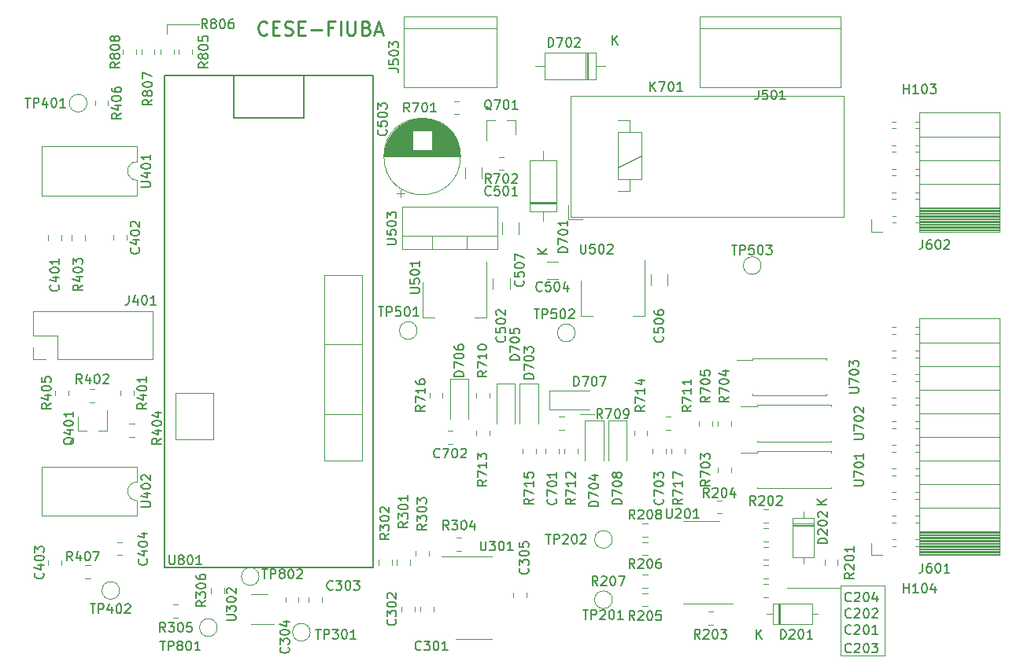
<source format=gto>
G04 #@! TF.GenerationSoftware,KiCad,Pcbnew,(5.1.4)-1*
G04 #@! TF.CreationDate,2020-06-04T10:48:23-03:00*
G04 #@! TF.ProjectId,ModPrincipal,4d6f6450-7269-46e6-9369-70616c2e6b69,1.0*
G04 #@! TF.SameCoordinates,Original*
G04 #@! TF.FileFunction,Legend,Top*
G04 #@! TF.FilePolarity,Positive*
%FSLAX46Y46*%
G04 Gerber Fmt 4.6, Leading zero omitted, Abs format (unit mm)*
G04 Created by KiCad (PCBNEW (5.1.4)-1) date 2020-06-04 10:48:23*
%MOMM*%
%LPD*%
G04 APERTURE LIST*
%ADD10C,0.250000*%
%ADD11C,0.120000*%
%ADD12C,0.100000*%
%ADD13C,0.150000*%
G04 APERTURE END LIST*
D10*
X53785714Y-43035714D02*
X53714285Y-43107142D01*
X53500000Y-43178571D01*
X53357142Y-43178571D01*
X53142857Y-43107142D01*
X53000000Y-42964285D01*
X52928571Y-42821428D01*
X52857142Y-42535714D01*
X52857142Y-42321428D01*
X52928571Y-42035714D01*
X53000000Y-41892857D01*
X53142857Y-41750000D01*
X53357142Y-41678571D01*
X53500000Y-41678571D01*
X53714285Y-41750000D01*
X53785714Y-41821428D01*
X54428571Y-42392857D02*
X54928571Y-42392857D01*
X55142857Y-43178571D02*
X54428571Y-43178571D01*
X54428571Y-41678571D01*
X55142857Y-41678571D01*
X55714285Y-43107142D02*
X55928571Y-43178571D01*
X56285714Y-43178571D01*
X56428571Y-43107142D01*
X56500000Y-43035714D01*
X56571428Y-42892857D01*
X56571428Y-42750000D01*
X56500000Y-42607142D01*
X56428571Y-42535714D01*
X56285714Y-42464285D01*
X56000000Y-42392857D01*
X55857142Y-42321428D01*
X55785714Y-42250000D01*
X55714285Y-42107142D01*
X55714285Y-41964285D01*
X55785714Y-41821428D01*
X55857142Y-41750000D01*
X56000000Y-41678571D01*
X56357142Y-41678571D01*
X56571428Y-41750000D01*
X57214285Y-42392857D02*
X57714285Y-42392857D01*
X57928571Y-43178571D02*
X57214285Y-43178571D01*
X57214285Y-41678571D01*
X57928571Y-41678571D01*
X58571428Y-42607142D02*
X59714285Y-42607142D01*
X60928571Y-42392857D02*
X60428571Y-42392857D01*
X60428571Y-43178571D02*
X60428571Y-41678571D01*
X61142857Y-41678571D01*
X61714285Y-43178571D02*
X61714285Y-41678571D01*
X62428571Y-41678571D02*
X62428571Y-42892857D01*
X62500000Y-43035714D01*
X62571428Y-43107142D01*
X62714285Y-43178571D01*
X63000000Y-43178571D01*
X63142857Y-43107142D01*
X63214285Y-43035714D01*
X63285714Y-42892857D01*
X63285714Y-41678571D01*
X64500000Y-42392857D02*
X64714285Y-42464285D01*
X64785714Y-42535714D01*
X64857142Y-42678571D01*
X64857142Y-42892857D01*
X64785714Y-43035714D01*
X64714285Y-43107142D01*
X64571428Y-43178571D01*
X64000000Y-43178571D01*
X64000000Y-41678571D01*
X64500000Y-41678571D01*
X64642857Y-41750000D01*
X64714285Y-41821428D01*
X64785714Y-41964285D01*
X64785714Y-42107142D01*
X64714285Y-42250000D01*
X64642857Y-42321428D01*
X64500000Y-42392857D01*
X64000000Y-42392857D01*
X65428571Y-42750000D02*
X66142857Y-42750000D01*
X65285714Y-43178571D02*
X65785714Y-41678571D01*
X66285714Y-43178571D01*
D11*
X60000000Y-69000000D02*
X64000000Y-69000000D01*
X89000000Y-84000000D02*
X87500000Y-84000000D01*
X43000000Y-42000000D02*
X43000000Y-43000000D01*
X46500000Y-42000000D02*
X43000000Y-42000000D01*
X115500000Y-102750000D02*
X109750000Y-102750000D01*
X115500000Y-110000000D02*
X115500000Y-102500000D01*
X120250000Y-110000000D02*
X115500000Y-110000000D01*
X120250000Y-102500000D02*
X120250000Y-110000000D01*
X115500000Y-102500000D02*
X120250000Y-102500000D01*
X60000000Y-89000000D02*
X60000000Y-84000000D01*
X64000000Y-89000000D02*
X60000000Y-89000000D01*
X64000000Y-84000000D02*
X64000000Y-89000000D01*
X60000000Y-84000000D02*
X64000000Y-84000000D01*
X44000000Y-81750000D02*
X44000000Y-86750000D01*
X48000000Y-86750000D02*
X44000000Y-86750000D01*
X48000000Y-86750000D02*
X48000000Y-81750000D01*
X44000000Y-81750000D02*
X48000000Y-81750000D01*
X60000000Y-69000000D02*
X60000000Y-84000000D01*
X64000000Y-84000000D02*
X64000000Y-69000000D01*
X64000000Y-84000000D02*
X60000000Y-84000000D01*
X60000000Y-76500000D02*
X64000000Y-76500000D01*
X68520000Y-42460000D02*
X78540000Y-42460000D01*
X68520000Y-41190000D02*
X68520000Y-48810000D01*
X68520000Y-48810000D02*
X78540000Y-48810000D01*
X78540000Y-48810000D02*
X78540000Y-41190000D01*
X78540000Y-41190000D02*
X68520000Y-41190000D01*
X115540000Y-41190000D02*
X115540000Y-48810000D01*
X100380000Y-41190000D02*
X100380000Y-48810000D01*
X115540000Y-42460000D02*
X100380000Y-42460000D01*
X115540000Y-48810000D02*
X100380000Y-48810000D01*
X115540000Y-41190000D02*
X100380000Y-41190000D01*
X114000000Y-78000000D02*
X114000000Y-78150000D01*
X106000000Y-78000000D02*
X114000000Y-78000000D01*
X106000000Y-78150000D02*
X106000000Y-78000000D01*
X106000000Y-82000000D02*
X106000000Y-81850000D01*
X114000000Y-82000000D02*
X106000000Y-82000000D01*
X114000000Y-81850000D02*
X114000000Y-82000000D01*
X106000000Y-78150000D02*
X104300000Y-78150000D01*
X114500000Y-83000000D02*
X114500000Y-83150000D01*
X106500000Y-83000000D02*
X114500000Y-83000000D01*
X106500000Y-83150000D02*
X106500000Y-83000000D01*
X106500000Y-87000000D02*
X106500000Y-86850000D01*
X114500000Y-87000000D02*
X106500000Y-87000000D01*
X114500000Y-86850000D02*
X114500000Y-87000000D01*
X106500000Y-83150000D02*
X104800000Y-83150000D01*
X114500000Y-88000000D02*
X114500000Y-88150000D01*
X106500000Y-88000000D02*
X114500000Y-88000000D01*
X106500000Y-88150000D02*
X106500000Y-88000000D01*
X106500000Y-92000000D02*
X106500000Y-91850000D01*
X114500000Y-92000000D02*
X106500000Y-92000000D01*
X114500000Y-91850000D02*
X114500000Y-92000000D01*
X106500000Y-88150000D02*
X104800000Y-88150000D01*
X103710000Y-90286252D02*
X103710000Y-89763748D01*
X102290000Y-90286252D02*
X102290000Y-89763748D01*
X101710000Y-85286252D02*
X101710000Y-84763748D01*
X100290000Y-85286252D02*
X100290000Y-84763748D01*
X103710000Y-85286252D02*
X103710000Y-84763748D01*
X102290000Y-85286252D02*
X102290000Y-84763748D01*
X28670000Y-78105000D02*
X28670000Y-76775000D01*
X30000000Y-78105000D02*
X28670000Y-78105000D01*
X28670000Y-75505000D02*
X28670000Y-72905000D01*
X31270000Y-75505000D02*
X28670000Y-75505000D01*
X31270000Y-78105000D02*
X31270000Y-75505000D01*
X28670000Y-72905000D02*
X41490000Y-72905000D01*
X31270000Y-78105000D02*
X41490000Y-78105000D01*
X41490000Y-78105000D02*
X41490000Y-72905000D01*
X132590000Y-64210000D02*
X123960000Y-64210000D01*
X132590000Y-64091905D02*
X123960000Y-64091905D01*
X132590000Y-63973810D02*
X123960000Y-63973810D01*
X132590000Y-63855715D02*
X123960000Y-63855715D01*
X132590000Y-63737620D02*
X123960000Y-63737620D01*
X132590000Y-63619525D02*
X123960000Y-63619525D01*
X132590000Y-63501430D02*
X123960000Y-63501430D01*
X132590000Y-63383335D02*
X123960000Y-63383335D01*
X132590000Y-63265240D02*
X123960000Y-63265240D01*
X132590000Y-63147145D02*
X123960000Y-63147145D01*
X132590000Y-63029050D02*
X123960000Y-63029050D01*
X132590000Y-62910955D02*
X123960000Y-62910955D01*
X132590000Y-62792860D02*
X123960000Y-62792860D01*
X132590000Y-62674765D02*
X123960000Y-62674765D01*
X132590000Y-62556670D02*
X123960000Y-62556670D01*
X132590000Y-62438575D02*
X123960000Y-62438575D01*
X132590000Y-62320480D02*
X123960000Y-62320480D01*
X132590000Y-62202385D02*
X123960000Y-62202385D01*
X132590000Y-62084290D02*
X123960000Y-62084290D01*
X132590000Y-61966195D02*
X123960000Y-61966195D01*
X132590000Y-61848100D02*
X123960000Y-61848100D01*
X123960000Y-63360000D02*
X123550000Y-63360000D01*
X121450000Y-63360000D02*
X121070000Y-63360000D01*
X123960000Y-62640000D02*
X123550000Y-62640000D01*
X121450000Y-62640000D02*
X121070000Y-62640000D01*
X123960000Y-60820000D02*
X123550000Y-60820000D01*
X121450000Y-60820000D02*
X121010000Y-60820000D01*
X123960000Y-60100000D02*
X123550000Y-60100000D01*
X121450000Y-60100000D02*
X121010000Y-60100000D01*
X123960000Y-58280000D02*
X123550000Y-58280000D01*
X121450000Y-58280000D02*
X121010000Y-58280000D01*
X123960000Y-57560000D02*
X123550000Y-57560000D01*
X121450000Y-57560000D02*
X121010000Y-57560000D01*
X123960000Y-55740000D02*
X123550000Y-55740000D01*
X121450000Y-55740000D02*
X121010000Y-55740000D01*
X123960000Y-55020000D02*
X123550000Y-55020000D01*
X121450000Y-55020000D02*
X121010000Y-55020000D01*
X123960000Y-53200000D02*
X123550000Y-53200000D01*
X121450000Y-53200000D02*
X121010000Y-53200000D01*
X123960000Y-52480000D02*
X123550000Y-52480000D01*
X121450000Y-52480000D02*
X121010000Y-52480000D01*
X132590000Y-61730000D02*
X123960000Y-61730000D01*
X132590000Y-59190000D02*
X123960000Y-59190000D01*
X132590000Y-56650000D02*
X123960000Y-56650000D01*
X132590000Y-54110000D02*
X123960000Y-54110000D01*
X132590000Y-64330000D02*
X123960000Y-64330000D01*
X123960000Y-64330000D02*
X123960000Y-51510000D01*
X132590000Y-51510000D02*
X123960000Y-51510000D01*
X132590000Y-64330000D02*
X132590000Y-51510000D01*
X118850000Y-64330000D02*
X118850000Y-63000000D01*
X119960000Y-64330000D02*
X118850000Y-64330000D01*
X90500000Y-84700000D02*
X90500000Y-89000000D01*
X92500000Y-84700000D02*
X90500000Y-84700000D01*
X92500000Y-89000000D02*
X92500000Y-84700000D01*
X84200000Y-83500000D02*
X88500000Y-83500000D01*
X84200000Y-81500000D02*
X84200000Y-83500000D01*
X88500000Y-81500000D02*
X84200000Y-81500000D01*
X73500000Y-80200000D02*
X73500000Y-84500000D01*
X75500000Y-80200000D02*
X73500000Y-80200000D01*
X75500000Y-84500000D02*
X75500000Y-80200000D01*
X78500000Y-80700000D02*
X78500000Y-85000000D01*
X80500000Y-80700000D02*
X78500000Y-80700000D01*
X80500000Y-85000000D02*
X80500000Y-80700000D01*
X88000000Y-84700000D02*
X88000000Y-89000000D01*
X90000000Y-84700000D02*
X88000000Y-84700000D01*
X90000000Y-89000000D02*
X90000000Y-84700000D01*
X81000000Y-80700000D02*
X81000000Y-85000000D01*
X83000000Y-80700000D02*
X81000000Y-80700000D01*
X83000000Y-85000000D02*
X83000000Y-80700000D01*
X38290000Y-44713748D02*
X38290000Y-45236252D01*
X39710000Y-44713748D02*
X39710000Y-45236252D01*
X40290000Y-44713748D02*
X40290000Y-45236252D01*
X41710000Y-44713748D02*
X41710000Y-45236252D01*
X42364999Y-44713748D02*
X42364999Y-45236252D01*
X43784999Y-44713748D02*
X43784999Y-45236252D01*
X44290000Y-44713748D02*
X44290000Y-45236252D01*
X45710000Y-44713748D02*
X45710000Y-45236252D01*
D12*
X91540000Y-57460000D02*
X94080000Y-56190000D01*
D11*
X86450000Y-62800000D02*
X115850000Y-62800000D01*
X115850000Y-62800000D02*
X115850000Y-49700000D01*
X115850000Y-49700000D02*
X86450000Y-49700000D01*
X86450000Y-49700000D02*
X86450000Y-62800000D01*
X91540000Y-58730000D02*
X92810000Y-58730000D01*
X91540000Y-53650000D02*
X91540000Y-58730000D01*
X94080000Y-53650000D02*
X91540000Y-53650000D01*
X94080000Y-58730000D02*
X94080000Y-53650000D01*
X92810000Y-58730000D02*
X94080000Y-58730000D01*
X92810000Y-60000000D02*
X92810000Y-58730000D01*
X91540000Y-60000000D02*
X92810000Y-60000000D01*
X92810000Y-52380000D02*
X91540000Y-52380000D01*
X92810000Y-53650000D02*
X92810000Y-52380000D01*
X86250000Y-61500000D02*
X86250000Y-63000000D01*
X86250000Y-63000000D02*
X87750000Y-63000000D01*
D13*
X50200000Y-47600000D02*
X50200000Y-52100000D01*
X50200000Y-52100000D02*
X57800000Y-52100000D01*
X57800000Y-52100000D02*
X57800000Y-47600000D01*
X42750000Y-47500000D02*
X65250000Y-47500000D01*
X65250000Y-47500000D02*
X65250000Y-100500000D01*
X65250000Y-100500000D02*
X42750000Y-100500000D01*
X42750000Y-100500000D02*
X42750000Y-47500000D01*
D11*
X71609000Y-66270000D02*
X71609000Y-64760000D01*
X75310000Y-66270000D02*
X75310000Y-64760000D01*
X78580000Y-64760000D02*
X68340000Y-64760000D01*
X68340000Y-66270000D02*
X68340000Y-61629000D01*
X78580000Y-66270000D02*
X78580000Y-61629000D01*
X78580000Y-61629000D02*
X68340000Y-61629000D01*
X78580000Y-66270000D02*
X68340000Y-66270000D01*
X94410000Y-67400000D02*
X94410000Y-73410000D01*
X87590000Y-69650000D02*
X87590000Y-73410000D01*
X94410000Y-73410000D02*
X93150000Y-73410000D01*
X87590000Y-73410000D02*
X88850000Y-73410000D01*
X77410000Y-67550000D02*
X77410000Y-73560000D01*
X70590000Y-69800000D02*
X70590000Y-73560000D01*
X77410000Y-73560000D02*
X76150000Y-73560000D01*
X70590000Y-73560000D02*
X71850000Y-73560000D01*
X39830000Y-94960000D02*
X39830000Y-93310000D01*
X29550000Y-94960000D02*
X39830000Y-94960000D01*
X29550000Y-89660000D02*
X29550000Y-94960000D01*
X39830000Y-89660000D02*
X29550000Y-89660000D01*
X39830000Y-91310000D02*
X39830000Y-89660000D01*
X39830000Y-93310000D02*
G75*
G02X39830000Y-91310000I0J1000000D01*
G01*
X39830000Y-60460000D02*
X39830000Y-58810000D01*
X29550000Y-60460000D02*
X39830000Y-60460000D01*
X29550000Y-55160000D02*
X29550000Y-60460000D01*
X39830000Y-55160000D02*
X29550000Y-55160000D01*
X39830000Y-56810000D02*
X39830000Y-55160000D01*
X39830000Y-58810000D02*
G75*
G02X39830000Y-56810000I0J1000000D01*
G01*
X52100000Y-106660000D02*
X54550000Y-106660000D01*
X53900000Y-103440000D02*
X52100000Y-103440000D01*
X76025000Y-99375000D02*
X72575000Y-99375000D01*
X76025000Y-99375000D02*
X77975000Y-99375000D01*
X76025000Y-108245000D02*
X74075000Y-108245000D01*
X76025000Y-108245000D02*
X77975000Y-108245000D01*
X100500000Y-104435000D02*
X103950000Y-104435000D01*
X100500000Y-104435000D02*
X98550000Y-104435000D01*
X100500000Y-95565000D02*
X102450000Y-95565000D01*
X100500000Y-95565000D02*
X98550000Y-95565000D01*
X52950000Y-101500000D02*
G75*
G03X52950000Y-101500000I-950000J0D01*
G01*
X48450000Y-107000000D02*
G75*
G03X48450000Y-107000000I-950000J0D01*
G01*
X106950000Y-68000000D02*
G75*
G03X106950000Y-68000000I-950000J0D01*
G01*
X86950000Y-75250000D02*
G75*
G03X86950000Y-75250000I-950000J0D01*
G01*
X69950000Y-75000000D02*
G75*
G03X69950000Y-75000000I-950000J0D01*
G01*
X37950000Y-103000000D02*
G75*
G03X37950000Y-103000000I-950000J0D01*
G01*
X34450000Y-50500000D02*
G75*
G03X34450000Y-50500000I-950000J0D01*
G01*
X58450000Y-107500000D02*
G75*
G03X58450000Y-107500000I-950000J0D01*
G01*
X90950000Y-97500000D02*
G75*
G03X90950000Y-97500000I-950000J0D01*
G01*
X90950000Y-104000000D02*
G75*
G03X90950000Y-104000000I-950000J0D01*
G01*
X97315000Y-87713748D02*
X97315000Y-88236252D01*
X98735000Y-87713748D02*
X98735000Y-88236252D01*
X72710000Y-82236252D02*
X72710000Y-81713748D01*
X71290000Y-82236252D02*
X71290000Y-81713748D01*
X81290000Y-87738748D02*
X81290000Y-88261252D01*
X82710000Y-87738748D02*
X82710000Y-88261252D01*
X93290000Y-85763748D02*
X93290000Y-86286252D01*
X94710000Y-85763748D02*
X94710000Y-86286252D01*
X76290000Y-85763748D02*
X76290000Y-86286252D01*
X77710000Y-85763748D02*
X77710000Y-86286252D01*
X85790000Y-87738748D02*
X85790000Y-88261252D01*
X87210000Y-87738748D02*
X87210000Y-88261252D01*
X96738748Y-85710000D02*
X97261252Y-85710000D01*
X96738748Y-84290000D02*
X97261252Y-84290000D01*
X77710000Y-82236252D02*
X77710000Y-81713748D01*
X76290000Y-82236252D02*
X76290000Y-81713748D01*
X85238748Y-85710000D02*
X85761252Y-85710000D01*
X85238748Y-84290000D02*
X85761252Y-84290000D01*
X79261252Y-56290000D02*
X78738748Y-56290000D01*
X79261252Y-57710000D02*
X78738748Y-57710000D01*
X73963748Y-51710000D02*
X74486252Y-51710000D01*
X73963748Y-50290000D02*
X74486252Y-50290000D01*
X34263748Y-101710000D02*
X34786252Y-101710000D01*
X34263748Y-100290000D02*
X34786252Y-100290000D01*
X35290000Y-50238748D02*
X35290000Y-50761252D01*
X36710000Y-50238748D02*
X36710000Y-50761252D01*
X32460000Y-81986252D02*
X32460000Y-81463748D01*
X31040000Y-81986252D02*
X31040000Y-81463748D01*
X39536252Y-85040000D02*
X39013748Y-85040000D01*
X39536252Y-86460000D02*
X39013748Y-86460000D01*
X34210000Y-65261252D02*
X34210000Y-64738748D01*
X32790000Y-65261252D02*
X32790000Y-64738748D01*
X35286252Y-81290000D02*
X34763748Y-81290000D01*
X35286252Y-82710000D02*
X34763748Y-82710000D01*
X38040000Y-81463748D02*
X38040000Y-81986252D01*
X39460000Y-81463748D02*
X39460000Y-81986252D01*
X47790000Y-102763748D02*
X47790000Y-103286252D01*
X49210000Y-102763748D02*
X49210000Y-103286252D01*
X43713748Y-105960000D02*
X44236252Y-105960000D01*
X43713748Y-104540000D02*
X44236252Y-104540000D01*
X74736252Y-97290000D02*
X74213748Y-97290000D01*
X74736252Y-98710000D02*
X74213748Y-98710000D01*
X71210000Y-99286252D02*
X71210000Y-98763748D01*
X69790000Y-99286252D02*
X69790000Y-98763748D01*
X67210000Y-100236252D02*
X67210000Y-99713748D01*
X65790000Y-100236252D02*
X65790000Y-99713748D01*
X69210000Y-100236252D02*
X69210000Y-99713748D01*
X67790000Y-100236252D02*
X67790000Y-99713748D01*
X94213748Y-97210000D02*
X94736252Y-97210000D01*
X94213748Y-95790000D02*
X94736252Y-95790000D01*
X94213748Y-104710000D02*
X94736252Y-104710000D01*
X94213748Y-103290000D02*
X94736252Y-103290000D01*
X94736252Y-97790000D02*
X94213748Y-97790000D01*
X94736252Y-99210000D02*
X94213748Y-99210000D01*
X94736252Y-101290000D02*
X94213748Y-101290000D01*
X94736252Y-102710000D02*
X94213748Y-102710000D01*
X102213748Y-94710000D02*
X102736252Y-94710000D01*
X102213748Y-93290000D02*
X102736252Y-93290000D01*
X101263748Y-106710000D02*
X101786252Y-106710000D01*
X101263748Y-105290000D02*
X101786252Y-105290000D01*
X107213748Y-95710000D02*
X107736252Y-95710000D01*
X107213748Y-94290000D02*
X107736252Y-94290000D01*
X115210000Y-100236252D02*
X115210000Y-99713748D01*
X113790000Y-100236252D02*
X113790000Y-99713748D01*
X80530000Y-52380000D02*
X80530000Y-53840000D01*
X77370000Y-52380000D02*
X77370000Y-54540000D01*
X77370000Y-52380000D02*
X78300000Y-52380000D01*
X80530000Y-52380000D02*
X79600000Y-52380000D01*
X33470000Y-85760000D02*
X33470000Y-84300000D01*
X36630000Y-85760000D02*
X36630000Y-83600000D01*
X36630000Y-85760000D02*
X35700000Y-85760000D01*
X33470000Y-85760000D02*
X34400000Y-85760000D01*
X119960000Y-99190000D02*
X118850000Y-99190000D01*
X118850000Y-99190000D02*
X118850000Y-97860000D01*
X132590000Y-99190000D02*
X132590000Y-73670000D01*
X132590000Y-73670000D02*
X123960000Y-73670000D01*
X123960000Y-99190000D02*
X123960000Y-73670000D01*
X132590000Y-99190000D02*
X123960000Y-99190000D01*
X132590000Y-76270000D02*
X123960000Y-76270000D01*
X132590000Y-78810000D02*
X123960000Y-78810000D01*
X132590000Y-81350000D02*
X123960000Y-81350000D01*
X132590000Y-83890000D02*
X123960000Y-83890000D01*
X132590000Y-86430000D02*
X123960000Y-86430000D01*
X132590000Y-88970000D02*
X123960000Y-88970000D01*
X132590000Y-91510000D02*
X123960000Y-91510000D01*
X132590000Y-94050000D02*
X123960000Y-94050000D01*
X132590000Y-96590000D02*
X123960000Y-96590000D01*
X121450000Y-74640000D02*
X121010000Y-74640000D01*
X123960000Y-74640000D02*
X123550000Y-74640000D01*
X121450000Y-75360000D02*
X121010000Y-75360000D01*
X123960000Y-75360000D02*
X123550000Y-75360000D01*
X121450000Y-77180000D02*
X121010000Y-77180000D01*
X123960000Y-77180000D02*
X123550000Y-77180000D01*
X121450000Y-77900000D02*
X121010000Y-77900000D01*
X123960000Y-77900000D02*
X123550000Y-77900000D01*
X121450000Y-79720000D02*
X121010000Y-79720000D01*
X123960000Y-79720000D02*
X123550000Y-79720000D01*
X121450000Y-80440000D02*
X121010000Y-80440000D01*
X123960000Y-80440000D02*
X123550000Y-80440000D01*
X121450000Y-82260000D02*
X121010000Y-82260000D01*
X123960000Y-82260000D02*
X123550000Y-82260000D01*
X121450000Y-82980000D02*
X121010000Y-82980000D01*
X123960000Y-82980000D02*
X123550000Y-82980000D01*
X121450000Y-84800000D02*
X121010000Y-84800000D01*
X123960000Y-84800000D02*
X123550000Y-84800000D01*
X121450000Y-85520000D02*
X121010000Y-85520000D01*
X123960000Y-85520000D02*
X123550000Y-85520000D01*
X121450000Y-87340000D02*
X121010000Y-87340000D01*
X123960000Y-87340000D02*
X123550000Y-87340000D01*
X121450000Y-88060000D02*
X121010000Y-88060000D01*
X123960000Y-88060000D02*
X123550000Y-88060000D01*
X121450000Y-89880000D02*
X121010000Y-89880000D01*
X123960000Y-89880000D02*
X123550000Y-89880000D01*
X121450000Y-90600000D02*
X121010000Y-90600000D01*
X123960000Y-90600000D02*
X123550000Y-90600000D01*
X121450000Y-92420000D02*
X121010000Y-92420000D01*
X123960000Y-92420000D02*
X123550000Y-92420000D01*
X121450000Y-93140000D02*
X121010000Y-93140000D01*
X123960000Y-93140000D02*
X123550000Y-93140000D01*
X121450000Y-94960000D02*
X121010000Y-94960000D01*
X123960000Y-94960000D02*
X123550000Y-94960000D01*
X121450000Y-95680000D02*
X121010000Y-95680000D01*
X123960000Y-95680000D02*
X123550000Y-95680000D01*
X121450000Y-97500000D02*
X121070000Y-97500000D01*
X123960000Y-97500000D02*
X123550000Y-97500000D01*
X121450000Y-98220000D02*
X121070000Y-98220000D01*
X123960000Y-98220000D02*
X123550000Y-98220000D01*
X132590000Y-96708100D02*
X123960000Y-96708100D01*
X132590000Y-96826195D02*
X123960000Y-96826195D01*
X132590000Y-96944290D02*
X123960000Y-96944290D01*
X132590000Y-97062385D02*
X123960000Y-97062385D01*
X132590000Y-97180480D02*
X123960000Y-97180480D01*
X132590000Y-97298575D02*
X123960000Y-97298575D01*
X132590000Y-97416670D02*
X123960000Y-97416670D01*
X132590000Y-97534765D02*
X123960000Y-97534765D01*
X132590000Y-97652860D02*
X123960000Y-97652860D01*
X132590000Y-97770955D02*
X123960000Y-97770955D01*
X132590000Y-97889050D02*
X123960000Y-97889050D01*
X132590000Y-98007145D02*
X123960000Y-98007145D01*
X132590000Y-98125240D02*
X123960000Y-98125240D01*
X132590000Y-98243335D02*
X123960000Y-98243335D01*
X132590000Y-98361430D02*
X123960000Y-98361430D01*
X132590000Y-98479525D02*
X123960000Y-98479525D01*
X132590000Y-98597620D02*
X123960000Y-98597620D01*
X132590000Y-98715715D02*
X123960000Y-98715715D01*
X132590000Y-98833810D02*
X123960000Y-98833810D01*
X132590000Y-98951905D02*
X123960000Y-98951905D01*
X132590000Y-99070000D02*
X123960000Y-99070000D01*
X88360000Y-47970000D02*
X88360000Y-45030000D01*
X88120000Y-47970000D02*
X88120000Y-45030000D01*
X88240000Y-47970000D02*
X88240000Y-45030000D01*
X82680000Y-46500000D02*
X83700000Y-46500000D01*
X90160000Y-46500000D02*
X89140000Y-46500000D01*
X83700000Y-47970000D02*
X89140000Y-47970000D01*
X83700000Y-45030000D02*
X83700000Y-47970000D01*
X89140000Y-45030000D02*
X83700000Y-45030000D01*
X89140000Y-47970000D02*
X89140000Y-45030000D01*
X82030000Y-61360000D02*
X84970000Y-61360000D01*
X82030000Y-61120000D02*
X84970000Y-61120000D01*
X82030000Y-61240000D02*
X84970000Y-61240000D01*
X83500000Y-55680000D02*
X83500000Y-56700000D01*
X83500000Y-63160000D02*
X83500000Y-62140000D01*
X82030000Y-56700000D02*
X82030000Y-62140000D01*
X84970000Y-56700000D02*
X82030000Y-56700000D01*
X84970000Y-62140000D02*
X84970000Y-56700000D01*
X82030000Y-62140000D02*
X84970000Y-62140000D01*
X112620000Y-95790000D02*
X110380000Y-95790000D01*
X112620000Y-96030000D02*
X110380000Y-96030000D01*
X112620000Y-95910000D02*
X110380000Y-95910000D01*
X111500000Y-100080000D02*
X111500000Y-99430000D01*
X111500000Y-94540000D02*
X111500000Y-95190000D01*
X112620000Y-99430000D02*
X112620000Y-95190000D01*
X110380000Y-99430000D02*
X112620000Y-99430000D01*
X110380000Y-95190000D02*
X110380000Y-99430000D01*
X112620000Y-95190000D02*
X110380000Y-95190000D01*
X108790000Y-104380000D02*
X108790000Y-106620000D01*
X109030000Y-104380000D02*
X109030000Y-106620000D01*
X108910000Y-104380000D02*
X108910000Y-106620000D01*
X113080000Y-105500000D02*
X112430000Y-105500000D01*
X107540000Y-105500000D02*
X108190000Y-105500000D01*
X112430000Y-104380000D02*
X108190000Y-104380000D01*
X112430000Y-106620000D02*
X112430000Y-104380000D01*
X108190000Y-106620000D02*
X112430000Y-106620000D01*
X108190000Y-104380000D02*
X108190000Y-106620000D01*
X95290000Y-87738748D02*
X95290000Y-88261252D01*
X96710000Y-87738748D02*
X96710000Y-88261252D01*
X73238748Y-87210000D02*
X73761252Y-87210000D01*
X73238748Y-85790000D02*
X73761252Y-85790000D01*
X83790000Y-87763748D02*
X83790000Y-88286252D01*
X85210000Y-87763748D02*
X85210000Y-88286252D01*
X79090000Y-63385436D02*
X79090000Y-64589564D01*
X80910000Y-63385436D02*
X80910000Y-64589564D01*
X96910000Y-70114564D02*
X96910000Y-68910436D01*
X95090000Y-70114564D02*
X95090000Y-68910436D01*
X85102064Y-67590000D02*
X83897936Y-67590000D01*
X85102064Y-69410000D02*
X83897936Y-69410000D01*
X67785000Y-60259698D02*
X68585000Y-60259698D01*
X68185000Y-60659698D02*
X68185000Y-59859698D01*
X69967000Y-52169000D02*
X71033000Y-52169000D01*
X69732000Y-52209000D02*
X71268000Y-52209000D01*
X69552000Y-52249000D02*
X71448000Y-52249000D01*
X69402000Y-52289000D02*
X71598000Y-52289000D01*
X69271000Y-52329000D02*
X71729000Y-52329000D01*
X69154000Y-52369000D02*
X71846000Y-52369000D01*
X69047000Y-52409000D02*
X71953000Y-52409000D01*
X68948000Y-52449000D02*
X72052000Y-52449000D01*
X68855000Y-52489000D02*
X72145000Y-52489000D01*
X68769000Y-52529000D02*
X72231000Y-52529000D01*
X68687000Y-52569000D02*
X72313000Y-52569000D01*
X68610000Y-52609000D02*
X72390000Y-52609000D01*
X68536000Y-52649000D02*
X72464000Y-52649000D01*
X68466000Y-52689000D02*
X72534000Y-52689000D01*
X68398000Y-52729000D02*
X72602000Y-52729000D01*
X68334000Y-52769000D02*
X72666000Y-52769000D01*
X68272000Y-52809000D02*
X72728000Y-52809000D01*
X68213000Y-52849000D02*
X72787000Y-52849000D01*
X68155000Y-52889000D02*
X72845000Y-52889000D01*
X68100000Y-52929000D02*
X72900000Y-52929000D01*
X68046000Y-52969000D02*
X72954000Y-52969000D01*
X67995000Y-53009000D02*
X73005000Y-53009000D01*
X67944000Y-53049000D02*
X73056000Y-53049000D01*
X67896000Y-53089000D02*
X73104000Y-53089000D01*
X67849000Y-53129000D02*
X73151000Y-53129000D01*
X67803000Y-53169000D02*
X73197000Y-53169000D01*
X67759000Y-53209000D02*
X73241000Y-53209000D01*
X67716000Y-53249000D02*
X73284000Y-53249000D01*
X67674000Y-53289000D02*
X73326000Y-53289000D01*
X67633000Y-53329000D02*
X73367000Y-53329000D01*
X67593000Y-53369000D02*
X73407000Y-53369000D01*
X67555000Y-53409000D02*
X73445000Y-53409000D01*
X67517000Y-53449000D02*
X73483000Y-53449000D01*
X71540000Y-53489000D02*
X73519000Y-53489000D01*
X67481000Y-53489000D02*
X69460000Y-53489000D01*
X71540000Y-53529000D02*
X73555000Y-53529000D01*
X67445000Y-53529000D02*
X69460000Y-53529000D01*
X71540000Y-53569000D02*
X73590000Y-53569000D01*
X67410000Y-53569000D02*
X69460000Y-53569000D01*
X71540000Y-53609000D02*
X73624000Y-53609000D01*
X67376000Y-53609000D02*
X69460000Y-53609000D01*
X71540000Y-53649000D02*
X73656000Y-53649000D01*
X67344000Y-53649000D02*
X69460000Y-53649000D01*
X71540000Y-53689000D02*
X73689000Y-53689000D01*
X67311000Y-53689000D02*
X69460000Y-53689000D01*
X71540000Y-53729000D02*
X73720000Y-53729000D01*
X67280000Y-53729000D02*
X69460000Y-53729000D01*
X71540000Y-53769000D02*
X73750000Y-53769000D01*
X67250000Y-53769000D02*
X69460000Y-53769000D01*
X71540000Y-53809000D02*
X73780000Y-53809000D01*
X67220000Y-53809000D02*
X69460000Y-53809000D01*
X71540000Y-53849000D02*
X73809000Y-53849000D01*
X67191000Y-53849000D02*
X69460000Y-53849000D01*
X71540000Y-53889000D02*
X73838000Y-53889000D01*
X67162000Y-53889000D02*
X69460000Y-53889000D01*
X71540000Y-53929000D02*
X73865000Y-53929000D01*
X67135000Y-53929000D02*
X69460000Y-53929000D01*
X71540000Y-53969000D02*
X73892000Y-53969000D01*
X67108000Y-53969000D02*
X69460000Y-53969000D01*
X71540000Y-54009000D02*
X73918000Y-54009000D01*
X67082000Y-54009000D02*
X69460000Y-54009000D01*
X71540000Y-54049000D02*
X73944000Y-54049000D01*
X67056000Y-54049000D02*
X69460000Y-54049000D01*
X71540000Y-54089000D02*
X73969000Y-54089000D01*
X67031000Y-54089000D02*
X69460000Y-54089000D01*
X71540000Y-54129000D02*
X73993000Y-54129000D01*
X67007000Y-54129000D02*
X69460000Y-54129000D01*
X71540000Y-54169000D02*
X74017000Y-54169000D01*
X66983000Y-54169000D02*
X69460000Y-54169000D01*
X71540000Y-54209000D02*
X74040000Y-54209000D01*
X66960000Y-54209000D02*
X69460000Y-54209000D01*
X71540000Y-54249000D02*
X74062000Y-54249000D01*
X66938000Y-54249000D02*
X69460000Y-54249000D01*
X71540000Y-54289000D02*
X74084000Y-54289000D01*
X66916000Y-54289000D02*
X69460000Y-54289000D01*
X71540000Y-54329000D02*
X74106000Y-54329000D01*
X66894000Y-54329000D02*
X69460000Y-54329000D01*
X71540000Y-54369000D02*
X74127000Y-54369000D01*
X66873000Y-54369000D02*
X69460000Y-54369000D01*
X71540000Y-54409000D02*
X74147000Y-54409000D01*
X66853000Y-54409000D02*
X69460000Y-54409000D01*
X71540000Y-54449000D02*
X74166000Y-54449000D01*
X66834000Y-54449000D02*
X69460000Y-54449000D01*
X71540000Y-54489000D02*
X74186000Y-54489000D01*
X66814000Y-54489000D02*
X69460000Y-54489000D01*
X71540000Y-54529000D02*
X74204000Y-54529000D01*
X66796000Y-54529000D02*
X69460000Y-54529000D01*
X71540000Y-54569000D02*
X74222000Y-54569000D01*
X66778000Y-54569000D02*
X69460000Y-54569000D01*
X71540000Y-54609000D02*
X74240000Y-54609000D01*
X66760000Y-54609000D02*
X69460000Y-54609000D01*
X71540000Y-54649000D02*
X74257000Y-54649000D01*
X66743000Y-54649000D02*
X69460000Y-54649000D01*
X71540000Y-54689000D02*
X74274000Y-54689000D01*
X66726000Y-54689000D02*
X69460000Y-54689000D01*
X71540000Y-54729000D02*
X74290000Y-54729000D01*
X66710000Y-54729000D02*
X69460000Y-54729000D01*
X71540000Y-54769000D02*
X74305000Y-54769000D01*
X66695000Y-54769000D02*
X69460000Y-54769000D01*
X71540000Y-54809000D02*
X74321000Y-54809000D01*
X66679000Y-54809000D02*
X69460000Y-54809000D01*
X71540000Y-54849000D02*
X74335000Y-54849000D01*
X66665000Y-54849000D02*
X69460000Y-54849000D01*
X71540000Y-54889000D02*
X74350000Y-54889000D01*
X66650000Y-54889000D02*
X69460000Y-54889000D01*
X71540000Y-54929000D02*
X74363000Y-54929000D01*
X66637000Y-54929000D02*
X69460000Y-54929000D01*
X71540000Y-54969000D02*
X74377000Y-54969000D01*
X66623000Y-54969000D02*
X69460000Y-54969000D01*
X71540000Y-55009000D02*
X74389000Y-55009000D01*
X66611000Y-55009000D02*
X69460000Y-55009000D01*
X71540000Y-55049000D02*
X74402000Y-55049000D01*
X66598000Y-55049000D02*
X69460000Y-55049000D01*
X71540000Y-55089000D02*
X74414000Y-55089000D01*
X66586000Y-55089000D02*
X69460000Y-55089000D01*
X71540000Y-55129000D02*
X74425000Y-55129000D01*
X66575000Y-55129000D02*
X69460000Y-55129000D01*
X71540000Y-55169000D02*
X74436000Y-55169000D01*
X66564000Y-55169000D02*
X69460000Y-55169000D01*
X71540000Y-55209000D02*
X74447000Y-55209000D01*
X66553000Y-55209000D02*
X69460000Y-55209000D01*
X71540000Y-55249000D02*
X74457000Y-55249000D01*
X66543000Y-55249000D02*
X69460000Y-55249000D01*
X71540000Y-55289000D02*
X74467000Y-55289000D01*
X66533000Y-55289000D02*
X69460000Y-55289000D01*
X71540000Y-55329000D02*
X74476000Y-55329000D01*
X66524000Y-55329000D02*
X69460000Y-55329000D01*
X71540000Y-55369000D02*
X74485000Y-55369000D01*
X66515000Y-55369000D02*
X69460000Y-55369000D01*
X71540000Y-55409000D02*
X74494000Y-55409000D01*
X66506000Y-55409000D02*
X69460000Y-55409000D01*
X71540000Y-55449000D02*
X74502000Y-55449000D01*
X66498000Y-55449000D02*
X69460000Y-55449000D01*
X71540000Y-55489000D02*
X74510000Y-55489000D01*
X66490000Y-55489000D02*
X69460000Y-55489000D01*
X71540000Y-55529000D02*
X74517000Y-55529000D01*
X66483000Y-55529000D02*
X69460000Y-55529000D01*
X66476000Y-55570000D02*
X74524000Y-55570000D01*
X66470000Y-55610000D02*
X74530000Y-55610000D01*
X66463000Y-55650000D02*
X74537000Y-55650000D01*
X66458000Y-55690000D02*
X74542000Y-55690000D01*
X66452000Y-55730000D02*
X74548000Y-55730000D01*
X66448000Y-55770000D02*
X74552000Y-55770000D01*
X66443000Y-55810000D02*
X74557000Y-55810000D01*
X66439000Y-55850000D02*
X74561000Y-55850000D01*
X66435000Y-55890000D02*
X74565000Y-55890000D01*
X66432000Y-55930000D02*
X74568000Y-55930000D01*
X66429000Y-55970000D02*
X74571000Y-55970000D01*
X66426000Y-56010000D02*
X74574000Y-56010000D01*
X66424000Y-56050000D02*
X74576000Y-56050000D01*
X66423000Y-56090000D02*
X74577000Y-56090000D01*
X66421000Y-56130000D02*
X74579000Y-56130000D01*
X66420000Y-56170000D02*
X74580000Y-56170000D01*
X66420000Y-56210000D02*
X74580000Y-56210000D01*
X66420000Y-56250000D02*
X74580000Y-56250000D01*
X74620000Y-56250000D02*
G75*
G03X74620000Y-56250000I-4120000J0D01*
G01*
X79910000Y-70589564D02*
X79910000Y-69385436D01*
X78090000Y-70589564D02*
X78090000Y-69385436D01*
X76910000Y-58602064D02*
X76910000Y-57397936D01*
X75090000Y-58602064D02*
X75090000Y-57397936D01*
X37713748Y-99210000D02*
X38236252Y-99210000D01*
X37713748Y-97790000D02*
X38236252Y-97790000D01*
X31710000Y-100261252D02*
X31710000Y-99738748D01*
X30290000Y-100261252D02*
X30290000Y-99738748D01*
X37290000Y-64713748D02*
X37290000Y-65236252D01*
X38710000Y-64713748D02*
X38710000Y-65236252D01*
X31710000Y-65261252D02*
X31710000Y-64738748D01*
X30290000Y-65261252D02*
X30290000Y-64738748D01*
X80290000Y-103238748D02*
X80290000Y-103761252D01*
X81710000Y-103238748D02*
X81710000Y-103761252D01*
X55790000Y-103713748D02*
X55790000Y-104236252D01*
X57210000Y-103713748D02*
X57210000Y-104236252D01*
X58290000Y-103713748D02*
X58290000Y-104236252D01*
X59710000Y-103713748D02*
X59710000Y-104236252D01*
X68290000Y-104738748D02*
X68290000Y-105261252D01*
X69710000Y-104738748D02*
X69710000Y-105261252D01*
X70290000Y-104763748D02*
X70290000Y-105286252D01*
X71710000Y-104763748D02*
X71710000Y-105286252D01*
X107213748Y-97710000D02*
X107736252Y-97710000D01*
X107213748Y-96290000D02*
X107736252Y-96290000D01*
X107213748Y-103710000D02*
X107736252Y-103710000D01*
X107213748Y-102290000D02*
X107736252Y-102290000D01*
X107213748Y-99710000D02*
X107736252Y-99710000D01*
X107213748Y-98290000D02*
X107736252Y-98290000D01*
X107213748Y-101710000D02*
X107736252Y-101710000D01*
X107213748Y-100290000D02*
X107736252Y-100290000D01*
D13*
X66952380Y-46785714D02*
X67666666Y-46785714D01*
X67809523Y-46833333D01*
X67904761Y-46928571D01*
X67952380Y-47071428D01*
X67952380Y-47166666D01*
X66952380Y-45833333D02*
X66952380Y-46309523D01*
X67428571Y-46357142D01*
X67380952Y-46309523D01*
X67333333Y-46214285D01*
X67333333Y-45976190D01*
X67380952Y-45880952D01*
X67428571Y-45833333D01*
X67523809Y-45785714D01*
X67761904Y-45785714D01*
X67857142Y-45833333D01*
X67904761Y-45880952D01*
X67952380Y-45976190D01*
X67952380Y-46214285D01*
X67904761Y-46309523D01*
X67857142Y-46357142D01*
X66952380Y-45166666D02*
X66952380Y-45071428D01*
X67000000Y-44976190D01*
X67047619Y-44928571D01*
X67142857Y-44880952D01*
X67333333Y-44833333D01*
X67571428Y-44833333D01*
X67761904Y-44880952D01*
X67857142Y-44928571D01*
X67904761Y-44976190D01*
X67952380Y-45071428D01*
X67952380Y-45166666D01*
X67904761Y-45261904D01*
X67857142Y-45309523D01*
X67761904Y-45357142D01*
X67571428Y-45404761D01*
X67333333Y-45404761D01*
X67142857Y-45357142D01*
X67047619Y-45309523D01*
X67000000Y-45261904D01*
X66952380Y-45166666D01*
X66952380Y-44500000D02*
X66952380Y-43880952D01*
X67333333Y-44214285D01*
X67333333Y-44071428D01*
X67380952Y-43976190D01*
X67428571Y-43928571D01*
X67523809Y-43880952D01*
X67761904Y-43880952D01*
X67857142Y-43928571D01*
X67904761Y-43976190D01*
X67952380Y-44071428D01*
X67952380Y-44357142D01*
X67904761Y-44452380D01*
X67857142Y-44500000D01*
X106664285Y-49102380D02*
X106664285Y-49816666D01*
X106616666Y-49959523D01*
X106521428Y-50054761D01*
X106378571Y-50102380D01*
X106283333Y-50102380D01*
X107616666Y-49102380D02*
X107140476Y-49102380D01*
X107092857Y-49578571D01*
X107140476Y-49530952D01*
X107235714Y-49483333D01*
X107473809Y-49483333D01*
X107569047Y-49530952D01*
X107616666Y-49578571D01*
X107664285Y-49673809D01*
X107664285Y-49911904D01*
X107616666Y-50007142D01*
X107569047Y-50054761D01*
X107473809Y-50102380D01*
X107235714Y-50102380D01*
X107140476Y-50054761D01*
X107092857Y-50007142D01*
X108283333Y-49102380D02*
X108378571Y-49102380D01*
X108473809Y-49150000D01*
X108521428Y-49197619D01*
X108569047Y-49292857D01*
X108616666Y-49483333D01*
X108616666Y-49721428D01*
X108569047Y-49911904D01*
X108521428Y-50007142D01*
X108473809Y-50054761D01*
X108378571Y-50102380D01*
X108283333Y-50102380D01*
X108188095Y-50054761D01*
X108140476Y-50007142D01*
X108092857Y-49911904D01*
X108045238Y-49721428D01*
X108045238Y-49483333D01*
X108092857Y-49292857D01*
X108140476Y-49197619D01*
X108188095Y-49150000D01*
X108283333Y-49102380D01*
X109569047Y-50102380D02*
X108997619Y-50102380D01*
X109283333Y-50102380D02*
X109283333Y-49102380D01*
X109188095Y-49245238D01*
X109092857Y-49340476D01*
X108997619Y-49388095D01*
X116452380Y-81714285D02*
X117261904Y-81714285D01*
X117357142Y-81666666D01*
X117404761Y-81619047D01*
X117452380Y-81523809D01*
X117452380Y-81333333D01*
X117404761Y-81238095D01*
X117357142Y-81190476D01*
X117261904Y-81142857D01*
X116452380Y-81142857D01*
X116452380Y-80761904D02*
X116452380Y-80095238D01*
X117452380Y-80523809D01*
X116452380Y-79523809D02*
X116452380Y-79428571D01*
X116500000Y-79333333D01*
X116547619Y-79285714D01*
X116642857Y-79238095D01*
X116833333Y-79190476D01*
X117071428Y-79190476D01*
X117261904Y-79238095D01*
X117357142Y-79285714D01*
X117404761Y-79333333D01*
X117452380Y-79428571D01*
X117452380Y-79523809D01*
X117404761Y-79619047D01*
X117357142Y-79666666D01*
X117261904Y-79714285D01*
X117071428Y-79761904D01*
X116833333Y-79761904D01*
X116642857Y-79714285D01*
X116547619Y-79666666D01*
X116500000Y-79619047D01*
X116452380Y-79523809D01*
X116452380Y-78857142D02*
X116452380Y-78238095D01*
X116833333Y-78571428D01*
X116833333Y-78428571D01*
X116880952Y-78333333D01*
X116928571Y-78285714D01*
X117023809Y-78238095D01*
X117261904Y-78238095D01*
X117357142Y-78285714D01*
X117404761Y-78333333D01*
X117452380Y-78428571D01*
X117452380Y-78714285D01*
X117404761Y-78809523D01*
X117357142Y-78857142D01*
X116952380Y-86714285D02*
X117761904Y-86714285D01*
X117857142Y-86666666D01*
X117904761Y-86619047D01*
X117952380Y-86523809D01*
X117952380Y-86333333D01*
X117904761Y-86238095D01*
X117857142Y-86190476D01*
X117761904Y-86142857D01*
X116952380Y-86142857D01*
X116952380Y-85761904D02*
X116952380Y-85095238D01*
X117952380Y-85523809D01*
X116952380Y-84523809D02*
X116952380Y-84428571D01*
X117000000Y-84333333D01*
X117047619Y-84285714D01*
X117142857Y-84238095D01*
X117333333Y-84190476D01*
X117571428Y-84190476D01*
X117761904Y-84238095D01*
X117857142Y-84285714D01*
X117904761Y-84333333D01*
X117952380Y-84428571D01*
X117952380Y-84523809D01*
X117904761Y-84619047D01*
X117857142Y-84666666D01*
X117761904Y-84714285D01*
X117571428Y-84761904D01*
X117333333Y-84761904D01*
X117142857Y-84714285D01*
X117047619Y-84666666D01*
X117000000Y-84619047D01*
X116952380Y-84523809D01*
X117047619Y-83809523D02*
X117000000Y-83761904D01*
X116952380Y-83666666D01*
X116952380Y-83428571D01*
X117000000Y-83333333D01*
X117047619Y-83285714D01*
X117142857Y-83238095D01*
X117238095Y-83238095D01*
X117380952Y-83285714D01*
X117952380Y-83857142D01*
X117952380Y-83238095D01*
X116952380Y-91714285D02*
X117761904Y-91714285D01*
X117857142Y-91666666D01*
X117904761Y-91619047D01*
X117952380Y-91523809D01*
X117952380Y-91333333D01*
X117904761Y-91238095D01*
X117857142Y-91190476D01*
X117761904Y-91142857D01*
X116952380Y-91142857D01*
X116952380Y-90761904D02*
X116952380Y-90095238D01*
X117952380Y-90523809D01*
X116952380Y-89523809D02*
X116952380Y-89428571D01*
X117000000Y-89333333D01*
X117047619Y-89285714D01*
X117142857Y-89238095D01*
X117333333Y-89190476D01*
X117571428Y-89190476D01*
X117761904Y-89238095D01*
X117857142Y-89285714D01*
X117904761Y-89333333D01*
X117952380Y-89428571D01*
X117952380Y-89523809D01*
X117904761Y-89619047D01*
X117857142Y-89666666D01*
X117761904Y-89714285D01*
X117571428Y-89761904D01*
X117333333Y-89761904D01*
X117142857Y-89714285D01*
X117047619Y-89666666D01*
X117000000Y-89619047D01*
X116952380Y-89523809D01*
X117952380Y-88238095D02*
X117952380Y-88809523D01*
X117952380Y-88523809D02*
X116952380Y-88523809D01*
X117095238Y-88619047D01*
X117190476Y-88714285D01*
X117238095Y-88809523D01*
X101452380Y-91119047D02*
X100976190Y-91452380D01*
X101452380Y-91690476D02*
X100452380Y-91690476D01*
X100452380Y-91309523D01*
X100500000Y-91214285D01*
X100547619Y-91166666D01*
X100642857Y-91119047D01*
X100785714Y-91119047D01*
X100880952Y-91166666D01*
X100928571Y-91214285D01*
X100976190Y-91309523D01*
X100976190Y-91690476D01*
X100452380Y-90785714D02*
X100452380Y-90119047D01*
X101452380Y-90547619D01*
X100452380Y-89547619D02*
X100452380Y-89452380D01*
X100500000Y-89357142D01*
X100547619Y-89309523D01*
X100642857Y-89261904D01*
X100833333Y-89214285D01*
X101071428Y-89214285D01*
X101261904Y-89261904D01*
X101357142Y-89309523D01*
X101404761Y-89357142D01*
X101452380Y-89452380D01*
X101452380Y-89547619D01*
X101404761Y-89642857D01*
X101357142Y-89690476D01*
X101261904Y-89738095D01*
X101071428Y-89785714D01*
X100833333Y-89785714D01*
X100642857Y-89738095D01*
X100547619Y-89690476D01*
X100500000Y-89642857D01*
X100452380Y-89547619D01*
X100452380Y-88880952D02*
X100452380Y-88261904D01*
X100833333Y-88595238D01*
X100833333Y-88452380D01*
X100880952Y-88357142D01*
X100928571Y-88309523D01*
X101023809Y-88261904D01*
X101261904Y-88261904D01*
X101357142Y-88309523D01*
X101404761Y-88357142D01*
X101452380Y-88452380D01*
X101452380Y-88738095D01*
X101404761Y-88833333D01*
X101357142Y-88880952D01*
X101452380Y-82119047D02*
X100976190Y-82452380D01*
X101452380Y-82690476D02*
X100452380Y-82690476D01*
X100452380Y-82309523D01*
X100500000Y-82214285D01*
X100547619Y-82166666D01*
X100642857Y-82119047D01*
X100785714Y-82119047D01*
X100880952Y-82166666D01*
X100928571Y-82214285D01*
X100976190Y-82309523D01*
X100976190Y-82690476D01*
X100452380Y-81785714D02*
X100452380Y-81119047D01*
X101452380Y-81547619D01*
X100452380Y-80547619D02*
X100452380Y-80452380D01*
X100500000Y-80357142D01*
X100547619Y-80309523D01*
X100642857Y-80261904D01*
X100833333Y-80214285D01*
X101071428Y-80214285D01*
X101261904Y-80261904D01*
X101357142Y-80309523D01*
X101404761Y-80357142D01*
X101452380Y-80452380D01*
X101452380Y-80547619D01*
X101404761Y-80642857D01*
X101357142Y-80690476D01*
X101261904Y-80738095D01*
X101071428Y-80785714D01*
X100833333Y-80785714D01*
X100642857Y-80738095D01*
X100547619Y-80690476D01*
X100500000Y-80642857D01*
X100452380Y-80547619D01*
X100452380Y-79309523D02*
X100452380Y-79785714D01*
X100928571Y-79833333D01*
X100880952Y-79785714D01*
X100833333Y-79690476D01*
X100833333Y-79452380D01*
X100880952Y-79357142D01*
X100928571Y-79309523D01*
X101023809Y-79261904D01*
X101261904Y-79261904D01*
X101357142Y-79309523D01*
X101404761Y-79357142D01*
X101452380Y-79452380D01*
X101452380Y-79690476D01*
X101404761Y-79785714D01*
X101357142Y-79833333D01*
X103452380Y-82119047D02*
X102976190Y-82452380D01*
X103452380Y-82690476D02*
X102452380Y-82690476D01*
X102452380Y-82309523D01*
X102500000Y-82214285D01*
X102547619Y-82166666D01*
X102642857Y-82119047D01*
X102785714Y-82119047D01*
X102880952Y-82166666D01*
X102928571Y-82214285D01*
X102976190Y-82309523D01*
X102976190Y-82690476D01*
X102452380Y-81785714D02*
X102452380Y-81119047D01*
X103452380Y-81547619D01*
X102452380Y-80547619D02*
X102452380Y-80452380D01*
X102500000Y-80357142D01*
X102547619Y-80309523D01*
X102642857Y-80261904D01*
X102833333Y-80214285D01*
X103071428Y-80214285D01*
X103261904Y-80261904D01*
X103357142Y-80309523D01*
X103404761Y-80357142D01*
X103452380Y-80452380D01*
X103452380Y-80547619D01*
X103404761Y-80642857D01*
X103357142Y-80690476D01*
X103261904Y-80738095D01*
X103071428Y-80785714D01*
X102833333Y-80785714D01*
X102642857Y-80738095D01*
X102547619Y-80690476D01*
X102500000Y-80642857D01*
X102452380Y-80547619D01*
X102785714Y-79357142D02*
X103452380Y-79357142D01*
X102404761Y-79595238D02*
X103119047Y-79833333D01*
X103119047Y-79214285D01*
X38964285Y-71202380D02*
X38964285Y-71916666D01*
X38916666Y-72059523D01*
X38821428Y-72154761D01*
X38678571Y-72202380D01*
X38583333Y-72202380D01*
X39869047Y-71535714D02*
X39869047Y-72202380D01*
X39630952Y-71154761D02*
X39392857Y-71869047D01*
X40011904Y-71869047D01*
X40583333Y-71202380D02*
X40678571Y-71202380D01*
X40773809Y-71250000D01*
X40821428Y-71297619D01*
X40869047Y-71392857D01*
X40916666Y-71583333D01*
X40916666Y-71821428D01*
X40869047Y-72011904D01*
X40821428Y-72107142D01*
X40773809Y-72154761D01*
X40678571Y-72202380D01*
X40583333Y-72202380D01*
X40488095Y-72154761D01*
X40440476Y-72107142D01*
X40392857Y-72011904D01*
X40345238Y-71821428D01*
X40345238Y-71583333D01*
X40392857Y-71392857D01*
X40440476Y-71297619D01*
X40488095Y-71250000D01*
X40583333Y-71202380D01*
X41869047Y-72202380D02*
X41297619Y-72202380D01*
X41583333Y-72202380D02*
X41583333Y-71202380D01*
X41488095Y-71345238D01*
X41392857Y-71440476D01*
X41297619Y-71488095D01*
X124324285Y-65222380D02*
X124324285Y-65936666D01*
X124276666Y-66079523D01*
X124181428Y-66174761D01*
X124038571Y-66222380D01*
X123943333Y-66222380D01*
X125229047Y-65222380D02*
X125038571Y-65222380D01*
X124943333Y-65270000D01*
X124895714Y-65317619D01*
X124800476Y-65460476D01*
X124752857Y-65650952D01*
X124752857Y-66031904D01*
X124800476Y-66127142D01*
X124848095Y-66174761D01*
X124943333Y-66222380D01*
X125133809Y-66222380D01*
X125229047Y-66174761D01*
X125276666Y-66127142D01*
X125324285Y-66031904D01*
X125324285Y-65793809D01*
X125276666Y-65698571D01*
X125229047Y-65650952D01*
X125133809Y-65603333D01*
X124943333Y-65603333D01*
X124848095Y-65650952D01*
X124800476Y-65698571D01*
X124752857Y-65793809D01*
X125943333Y-65222380D02*
X126038571Y-65222380D01*
X126133809Y-65270000D01*
X126181428Y-65317619D01*
X126229047Y-65412857D01*
X126276666Y-65603333D01*
X126276666Y-65841428D01*
X126229047Y-66031904D01*
X126181428Y-66127142D01*
X126133809Y-66174761D01*
X126038571Y-66222380D01*
X125943333Y-66222380D01*
X125848095Y-66174761D01*
X125800476Y-66127142D01*
X125752857Y-66031904D01*
X125705238Y-65841428D01*
X125705238Y-65603333D01*
X125752857Y-65412857D01*
X125800476Y-65317619D01*
X125848095Y-65270000D01*
X125943333Y-65222380D01*
X126657619Y-65317619D02*
X126705238Y-65270000D01*
X126800476Y-65222380D01*
X127038571Y-65222380D01*
X127133809Y-65270000D01*
X127181428Y-65317619D01*
X127229047Y-65412857D01*
X127229047Y-65508095D01*
X127181428Y-65650952D01*
X126610000Y-66222380D01*
X127229047Y-66222380D01*
X91952380Y-93690476D02*
X90952380Y-93690476D01*
X90952380Y-93452380D01*
X91000000Y-93309523D01*
X91095238Y-93214285D01*
X91190476Y-93166666D01*
X91380952Y-93119047D01*
X91523809Y-93119047D01*
X91714285Y-93166666D01*
X91809523Y-93214285D01*
X91904761Y-93309523D01*
X91952380Y-93452380D01*
X91952380Y-93690476D01*
X90952380Y-92785714D02*
X90952380Y-92119047D01*
X91952380Y-92547619D01*
X90952380Y-91547619D02*
X90952380Y-91452380D01*
X91000000Y-91357142D01*
X91047619Y-91309523D01*
X91142857Y-91261904D01*
X91333333Y-91214285D01*
X91571428Y-91214285D01*
X91761904Y-91261904D01*
X91857142Y-91309523D01*
X91904761Y-91357142D01*
X91952380Y-91452380D01*
X91952380Y-91547619D01*
X91904761Y-91642857D01*
X91857142Y-91690476D01*
X91761904Y-91738095D01*
X91571428Y-91785714D01*
X91333333Y-91785714D01*
X91142857Y-91738095D01*
X91047619Y-91690476D01*
X91000000Y-91642857D01*
X90952380Y-91547619D01*
X91380952Y-90642857D02*
X91333333Y-90738095D01*
X91285714Y-90785714D01*
X91190476Y-90833333D01*
X91142857Y-90833333D01*
X91047619Y-90785714D01*
X91000000Y-90738095D01*
X90952380Y-90642857D01*
X90952380Y-90452380D01*
X91000000Y-90357142D01*
X91047619Y-90309523D01*
X91142857Y-90261904D01*
X91190476Y-90261904D01*
X91285714Y-90309523D01*
X91333333Y-90357142D01*
X91380952Y-90452380D01*
X91380952Y-90642857D01*
X91428571Y-90738095D01*
X91476190Y-90785714D01*
X91571428Y-90833333D01*
X91761904Y-90833333D01*
X91857142Y-90785714D01*
X91904761Y-90738095D01*
X91952380Y-90642857D01*
X91952380Y-90452380D01*
X91904761Y-90357142D01*
X91857142Y-90309523D01*
X91761904Y-90261904D01*
X91571428Y-90261904D01*
X91476190Y-90309523D01*
X91428571Y-90357142D01*
X91380952Y-90452380D01*
X86809523Y-80952380D02*
X86809523Y-79952380D01*
X87047619Y-79952380D01*
X87190476Y-80000000D01*
X87285714Y-80095238D01*
X87333333Y-80190476D01*
X87380952Y-80380952D01*
X87380952Y-80523809D01*
X87333333Y-80714285D01*
X87285714Y-80809523D01*
X87190476Y-80904761D01*
X87047619Y-80952380D01*
X86809523Y-80952380D01*
X87714285Y-79952380D02*
X88380952Y-79952380D01*
X87952380Y-80952380D01*
X88952380Y-79952380D02*
X89047619Y-79952380D01*
X89142857Y-80000000D01*
X89190476Y-80047619D01*
X89238095Y-80142857D01*
X89285714Y-80333333D01*
X89285714Y-80571428D01*
X89238095Y-80761904D01*
X89190476Y-80857142D01*
X89142857Y-80904761D01*
X89047619Y-80952380D01*
X88952380Y-80952380D01*
X88857142Y-80904761D01*
X88809523Y-80857142D01*
X88761904Y-80761904D01*
X88714285Y-80571428D01*
X88714285Y-80333333D01*
X88761904Y-80142857D01*
X88809523Y-80047619D01*
X88857142Y-80000000D01*
X88952380Y-79952380D01*
X89619047Y-79952380D02*
X90285714Y-79952380D01*
X89857142Y-80952380D01*
X74952380Y-79940476D02*
X73952380Y-79940476D01*
X73952380Y-79702380D01*
X74000000Y-79559523D01*
X74095238Y-79464285D01*
X74190476Y-79416666D01*
X74380952Y-79369047D01*
X74523809Y-79369047D01*
X74714285Y-79416666D01*
X74809523Y-79464285D01*
X74904761Y-79559523D01*
X74952380Y-79702380D01*
X74952380Y-79940476D01*
X73952380Y-79035714D02*
X73952380Y-78369047D01*
X74952380Y-78797619D01*
X73952380Y-77797619D02*
X73952380Y-77702380D01*
X74000000Y-77607142D01*
X74047619Y-77559523D01*
X74142857Y-77511904D01*
X74333333Y-77464285D01*
X74571428Y-77464285D01*
X74761904Y-77511904D01*
X74857142Y-77559523D01*
X74904761Y-77607142D01*
X74952380Y-77702380D01*
X74952380Y-77797619D01*
X74904761Y-77892857D01*
X74857142Y-77940476D01*
X74761904Y-77988095D01*
X74571428Y-78035714D01*
X74333333Y-78035714D01*
X74142857Y-77988095D01*
X74047619Y-77940476D01*
X74000000Y-77892857D01*
X73952380Y-77797619D01*
X73952380Y-76607142D02*
X73952380Y-76797619D01*
X74000000Y-76892857D01*
X74047619Y-76940476D01*
X74190476Y-77035714D01*
X74380952Y-77083333D01*
X74761904Y-77083333D01*
X74857142Y-77035714D01*
X74904761Y-76988095D01*
X74952380Y-76892857D01*
X74952380Y-76702380D01*
X74904761Y-76607142D01*
X74857142Y-76559523D01*
X74761904Y-76511904D01*
X74523809Y-76511904D01*
X74428571Y-76559523D01*
X74380952Y-76607142D01*
X74333333Y-76702380D01*
X74333333Y-76892857D01*
X74380952Y-76988095D01*
X74428571Y-77035714D01*
X74523809Y-77083333D01*
X80952380Y-78190476D02*
X79952380Y-78190476D01*
X79952380Y-77952380D01*
X80000000Y-77809523D01*
X80095238Y-77714285D01*
X80190476Y-77666666D01*
X80380952Y-77619047D01*
X80523809Y-77619047D01*
X80714285Y-77666666D01*
X80809523Y-77714285D01*
X80904761Y-77809523D01*
X80952380Y-77952380D01*
X80952380Y-78190476D01*
X79952380Y-77285714D02*
X79952380Y-76619047D01*
X80952380Y-77047619D01*
X79952380Y-76047619D02*
X79952380Y-75952380D01*
X80000000Y-75857142D01*
X80047619Y-75809523D01*
X80142857Y-75761904D01*
X80333333Y-75714285D01*
X80571428Y-75714285D01*
X80761904Y-75761904D01*
X80857142Y-75809523D01*
X80904761Y-75857142D01*
X80952380Y-75952380D01*
X80952380Y-76047619D01*
X80904761Y-76142857D01*
X80857142Y-76190476D01*
X80761904Y-76238095D01*
X80571428Y-76285714D01*
X80333333Y-76285714D01*
X80142857Y-76238095D01*
X80047619Y-76190476D01*
X80000000Y-76142857D01*
X79952380Y-76047619D01*
X79952380Y-74809523D02*
X79952380Y-75285714D01*
X80428571Y-75333333D01*
X80380952Y-75285714D01*
X80333333Y-75190476D01*
X80333333Y-74952380D01*
X80380952Y-74857142D01*
X80428571Y-74809523D01*
X80523809Y-74761904D01*
X80761904Y-74761904D01*
X80857142Y-74809523D01*
X80904761Y-74857142D01*
X80952380Y-74952380D01*
X80952380Y-75190476D01*
X80904761Y-75285714D01*
X80857142Y-75333333D01*
X89452380Y-93940476D02*
X88452380Y-93940476D01*
X88452380Y-93702380D01*
X88500000Y-93559523D01*
X88595238Y-93464285D01*
X88690476Y-93416666D01*
X88880952Y-93369047D01*
X89023809Y-93369047D01*
X89214285Y-93416666D01*
X89309523Y-93464285D01*
X89404761Y-93559523D01*
X89452380Y-93702380D01*
X89452380Y-93940476D01*
X88452380Y-93035714D02*
X88452380Y-92369047D01*
X89452380Y-92797619D01*
X88452380Y-91797619D02*
X88452380Y-91702380D01*
X88500000Y-91607142D01*
X88547619Y-91559523D01*
X88642857Y-91511904D01*
X88833333Y-91464285D01*
X89071428Y-91464285D01*
X89261904Y-91511904D01*
X89357142Y-91559523D01*
X89404761Y-91607142D01*
X89452380Y-91702380D01*
X89452380Y-91797619D01*
X89404761Y-91892857D01*
X89357142Y-91940476D01*
X89261904Y-91988095D01*
X89071428Y-92035714D01*
X88833333Y-92035714D01*
X88642857Y-91988095D01*
X88547619Y-91940476D01*
X88500000Y-91892857D01*
X88452380Y-91797619D01*
X88785714Y-90607142D02*
X89452380Y-90607142D01*
X88404761Y-90845238D02*
X89119047Y-91083333D01*
X89119047Y-90464285D01*
X82452380Y-80190476D02*
X81452380Y-80190476D01*
X81452380Y-79952380D01*
X81500000Y-79809523D01*
X81595238Y-79714285D01*
X81690476Y-79666666D01*
X81880952Y-79619047D01*
X82023809Y-79619047D01*
X82214285Y-79666666D01*
X82309523Y-79714285D01*
X82404761Y-79809523D01*
X82452380Y-79952380D01*
X82452380Y-80190476D01*
X81452380Y-79285714D02*
X81452380Y-78619047D01*
X82452380Y-79047619D01*
X81452380Y-78047619D02*
X81452380Y-77952380D01*
X81500000Y-77857142D01*
X81547619Y-77809523D01*
X81642857Y-77761904D01*
X81833333Y-77714285D01*
X82071428Y-77714285D01*
X82261904Y-77761904D01*
X82357142Y-77809523D01*
X82404761Y-77857142D01*
X82452380Y-77952380D01*
X82452380Y-78047619D01*
X82404761Y-78142857D01*
X82357142Y-78190476D01*
X82261904Y-78238095D01*
X82071428Y-78285714D01*
X81833333Y-78285714D01*
X81642857Y-78238095D01*
X81547619Y-78190476D01*
X81500000Y-78142857D01*
X81452380Y-78047619D01*
X81452380Y-77380952D02*
X81452380Y-76761904D01*
X81833333Y-77095238D01*
X81833333Y-76952380D01*
X81880952Y-76857142D01*
X81928571Y-76809523D01*
X82023809Y-76761904D01*
X82261904Y-76761904D01*
X82357142Y-76809523D01*
X82404761Y-76857142D01*
X82452380Y-76952380D01*
X82452380Y-77238095D01*
X82404761Y-77333333D01*
X82357142Y-77380952D01*
X37952380Y-46119047D02*
X37476190Y-46452380D01*
X37952380Y-46690476D02*
X36952380Y-46690476D01*
X36952380Y-46309523D01*
X37000000Y-46214285D01*
X37047619Y-46166666D01*
X37142857Y-46119047D01*
X37285714Y-46119047D01*
X37380952Y-46166666D01*
X37428571Y-46214285D01*
X37476190Y-46309523D01*
X37476190Y-46690476D01*
X37380952Y-45547619D02*
X37333333Y-45642857D01*
X37285714Y-45690476D01*
X37190476Y-45738095D01*
X37142857Y-45738095D01*
X37047619Y-45690476D01*
X37000000Y-45642857D01*
X36952380Y-45547619D01*
X36952380Y-45357142D01*
X37000000Y-45261904D01*
X37047619Y-45214285D01*
X37142857Y-45166666D01*
X37190476Y-45166666D01*
X37285714Y-45214285D01*
X37333333Y-45261904D01*
X37380952Y-45357142D01*
X37380952Y-45547619D01*
X37428571Y-45642857D01*
X37476190Y-45690476D01*
X37571428Y-45738095D01*
X37761904Y-45738095D01*
X37857142Y-45690476D01*
X37904761Y-45642857D01*
X37952380Y-45547619D01*
X37952380Y-45357142D01*
X37904761Y-45261904D01*
X37857142Y-45214285D01*
X37761904Y-45166666D01*
X37571428Y-45166666D01*
X37476190Y-45214285D01*
X37428571Y-45261904D01*
X37380952Y-45357142D01*
X36952380Y-44547619D02*
X36952380Y-44452380D01*
X37000000Y-44357142D01*
X37047619Y-44309523D01*
X37142857Y-44261904D01*
X37333333Y-44214285D01*
X37571428Y-44214285D01*
X37761904Y-44261904D01*
X37857142Y-44309523D01*
X37904761Y-44357142D01*
X37952380Y-44452380D01*
X37952380Y-44547619D01*
X37904761Y-44642857D01*
X37857142Y-44690476D01*
X37761904Y-44738095D01*
X37571428Y-44785714D01*
X37333333Y-44785714D01*
X37142857Y-44738095D01*
X37047619Y-44690476D01*
X37000000Y-44642857D01*
X36952380Y-44547619D01*
X37380952Y-43642857D02*
X37333333Y-43738095D01*
X37285714Y-43785714D01*
X37190476Y-43833333D01*
X37142857Y-43833333D01*
X37047619Y-43785714D01*
X37000000Y-43738095D01*
X36952380Y-43642857D01*
X36952380Y-43452380D01*
X37000000Y-43357142D01*
X37047619Y-43309523D01*
X37142857Y-43261904D01*
X37190476Y-43261904D01*
X37285714Y-43309523D01*
X37333333Y-43357142D01*
X37380952Y-43452380D01*
X37380952Y-43642857D01*
X37428571Y-43738095D01*
X37476190Y-43785714D01*
X37571428Y-43833333D01*
X37761904Y-43833333D01*
X37857142Y-43785714D01*
X37904761Y-43738095D01*
X37952380Y-43642857D01*
X37952380Y-43452380D01*
X37904761Y-43357142D01*
X37857142Y-43309523D01*
X37761904Y-43261904D01*
X37571428Y-43261904D01*
X37476190Y-43309523D01*
X37428571Y-43357142D01*
X37380952Y-43452380D01*
X41452380Y-50119047D02*
X40976190Y-50452380D01*
X41452380Y-50690476D02*
X40452380Y-50690476D01*
X40452380Y-50309523D01*
X40500000Y-50214285D01*
X40547619Y-50166666D01*
X40642857Y-50119047D01*
X40785714Y-50119047D01*
X40880952Y-50166666D01*
X40928571Y-50214285D01*
X40976190Y-50309523D01*
X40976190Y-50690476D01*
X40880952Y-49547619D02*
X40833333Y-49642857D01*
X40785714Y-49690476D01*
X40690476Y-49738095D01*
X40642857Y-49738095D01*
X40547619Y-49690476D01*
X40500000Y-49642857D01*
X40452380Y-49547619D01*
X40452380Y-49357142D01*
X40500000Y-49261904D01*
X40547619Y-49214285D01*
X40642857Y-49166666D01*
X40690476Y-49166666D01*
X40785714Y-49214285D01*
X40833333Y-49261904D01*
X40880952Y-49357142D01*
X40880952Y-49547619D01*
X40928571Y-49642857D01*
X40976190Y-49690476D01*
X41071428Y-49738095D01*
X41261904Y-49738095D01*
X41357142Y-49690476D01*
X41404761Y-49642857D01*
X41452380Y-49547619D01*
X41452380Y-49357142D01*
X41404761Y-49261904D01*
X41357142Y-49214285D01*
X41261904Y-49166666D01*
X41071428Y-49166666D01*
X40976190Y-49214285D01*
X40928571Y-49261904D01*
X40880952Y-49357142D01*
X40452380Y-48547619D02*
X40452380Y-48452380D01*
X40500000Y-48357142D01*
X40547619Y-48309523D01*
X40642857Y-48261904D01*
X40833333Y-48214285D01*
X41071428Y-48214285D01*
X41261904Y-48261904D01*
X41357142Y-48309523D01*
X41404761Y-48357142D01*
X41452380Y-48452380D01*
X41452380Y-48547619D01*
X41404761Y-48642857D01*
X41357142Y-48690476D01*
X41261904Y-48738095D01*
X41071428Y-48785714D01*
X40833333Y-48785714D01*
X40642857Y-48738095D01*
X40547619Y-48690476D01*
X40500000Y-48642857D01*
X40452380Y-48547619D01*
X40452380Y-47880952D02*
X40452380Y-47214285D01*
X41452380Y-47642857D01*
X47380952Y-42452380D02*
X47047619Y-41976190D01*
X46809523Y-42452380D02*
X46809523Y-41452380D01*
X47190476Y-41452380D01*
X47285714Y-41500000D01*
X47333333Y-41547619D01*
X47380952Y-41642857D01*
X47380952Y-41785714D01*
X47333333Y-41880952D01*
X47285714Y-41928571D01*
X47190476Y-41976190D01*
X46809523Y-41976190D01*
X47952380Y-41880952D02*
X47857142Y-41833333D01*
X47809523Y-41785714D01*
X47761904Y-41690476D01*
X47761904Y-41642857D01*
X47809523Y-41547619D01*
X47857142Y-41500000D01*
X47952380Y-41452380D01*
X48142857Y-41452380D01*
X48238095Y-41500000D01*
X48285714Y-41547619D01*
X48333333Y-41642857D01*
X48333333Y-41690476D01*
X48285714Y-41785714D01*
X48238095Y-41833333D01*
X48142857Y-41880952D01*
X47952380Y-41880952D01*
X47857142Y-41928571D01*
X47809523Y-41976190D01*
X47761904Y-42071428D01*
X47761904Y-42261904D01*
X47809523Y-42357142D01*
X47857142Y-42404761D01*
X47952380Y-42452380D01*
X48142857Y-42452380D01*
X48238095Y-42404761D01*
X48285714Y-42357142D01*
X48333333Y-42261904D01*
X48333333Y-42071428D01*
X48285714Y-41976190D01*
X48238095Y-41928571D01*
X48142857Y-41880952D01*
X48952380Y-41452380D02*
X49047619Y-41452380D01*
X49142857Y-41500000D01*
X49190476Y-41547619D01*
X49238095Y-41642857D01*
X49285714Y-41833333D01*
X49285714Y-42071428D01*
X49238095Y-42261904D01*
X49190476Y-42357142D01*
X49142857Y-42404761D01*
X49047619Y-42452380D01*
X48952380Y-42452380D01*
X48857142Y-42404761D01*
X48809523Y-42357142D01*
X48761904Y-42261904D01*
X48714285Y-42071428D01*
X48714285Y-41833333D01*
X48761904Y-41642857D01*
X48809523Y-41547619D01*
X48857142Y-41500000D01*
X48952380Y-41452380D01*
X50142857Y-41452380D02*
X49952380Y-41452380D01*
X49857142Y-41500000D01*
X49809523Y-41547619D01*
X49714285Y-41690476D01*
X49666666Y-41880952D01*
X49666666Y-42261904D01*
X49714285Y-42357142D01*
X49761904Y-42404761D01*
X49857142Y-42452380D01*
X50047619Y-42452380D01*
X50142857Y-42404761D01*
X50190476Y-42357142D01*
X50238095Y-42261904D01*
X50238095Y-42023809D01*
X50190476Y-41928571D01*
X50142857Y-41880952D01*
X50047619Y-41833333D01*
X49857142Y-41833333D01*
X49761904Y-41880952D01*
X49714285Y-41928571D01*
X49666666Y-42023809D01*
X47452380Y-46119047D02*
X46976190Y-46452380D01*
X47452380Y-46690476D02*
X46452380Y-46690476D01*
X46452380Y-46309523D01*
X46500000Y-46214285D01*
X46547619Y-46166666D01*
X46642857Y-46119047D01*
X46785714Y-46119047D01*
X46880952Y-46166666D01*
X46928571Y-46214285D01*
X46976190Y-46309523D01*
X46976190Y-46690476D01*
X46880952Y-45547619D02*
X46833333Y-45642857D01*
X46785714Y-45690476D01*
X46690476Y-45738095D01*
X46642857Y-45738095D01*
X46547619Y-45690476D01*
X46500000Y-45642857D01*
X46452380Y-45547619D01*
X46452380Y-45357142D01*
X46500000Y-45261904D01*
X46547619Y-45214285D01*
X46642857Y-45166666D01*
X46690476Y-45166666D01*
X46785714Y-45214285D01*
X46833333Y-45261904D01*
X46880952Y-45357142D01*
X46880952Y-45547619D01*
X46928571Y-45642857D01*
X46976190Y-45690476D01*
X47071428Y-45738095D01*
X47261904Y-45738095D01*
X47357142Y-45690476D01*
X47404761Y-45642857D01*
X47452380Y-45547619D01*
X47452380Y-45357142D01*
X47404761Y-45261904D01*
X47357142Y-45214285D01*
X47261904Y-45166666D01*
X47071428Y-45166666D01*
X46976190Y-45214285D01*
X46928571Y-45261904D01*
X46880952Y-45357142D01*
X46452380Y-44547619D02*
X46452380Y-44452380D01*
X46500000Y-44357142D01*
X46547619Y-44309523D01*
X46642857Y-44261904D01*
X46833333Y-44214285D01*
X47071428Y-44214285D01*
X47261904Y-44261904D01*
X47357142Y-44309523D01*
X47404761Y-44357142D01*
X47452380Y-44452380D01*
X47452380Y-44547619D01*
X47404761Y-44642857D01*
X47357142Y-44690476D01*
X47261904Y-44738095D01*
X47071428Y-44785714D01*
X46833333Y-44785714D01*
X46642857Y-44738095D01*
X46547619Y-44690476D01*
X46500000Y-44642857D01*
X46452380Y-44547619D01*
X46452380Y-43309523D02*
X46452380Y-43785714D01*
X46928571Y-43833333D01*
X46880952Y-43785714D01*
X46833333Y-43690476D01*
X46833333Y-43452380D01*
X46880952Y-43357142D01*
X46928571Y-43309523D01*
X47023809Y-43261904D01*
X47261904Y-43261904D01*
X47357142Y-43309523D01*
X47404761Y-43357142D01*
X47452380Y-43452380D01*
X47452380Y-43690476D01*
X47404761Y-43785714D01*
X47357142Y-43833333D01*
X95059523Y-49202380D02*
X95059523Y-48202380D01*
X95630952Y-49202380D02*
X95202380Y-48630952D01*
X95630952Y-48202380D02*
X95059523Y-48773809D01*
X95964285Y-48202380D02*
X96630952Y-48202380D01*
X96202380Y-49202380D01*
X97202380Y-48202380D02*
X97297619Y-48202380D01*
X97392857Y-48250000D01*
X97440476Y-48297619D01*
X97488095Y-48392857D01*
X97535714Y-48583333D01*
X97535714Y-48821428D01*
X97488095Y-49011904D01*
X97440476Y-49107142D01*
X97392857Y-49154761D01*
X97297619Y-49202380D01*
X97202380Y-49202380D01*
X97107142Y-49154761D01*
X97059523Y-49107142D01*
X97011904Y-49011904D01*
X96964285Y-48821428D01*
X96964285Y-48583333D01*
X97011904Y-48392857D01*
X97059523Y-48297619D01*
X97107142Y-48250000D01*
X97202380Y-48202380D01*
X98488095Y-49202380D02*
X97916666Y-49202380D01*
X98202380Y-49202380D02*
X98202380Y-48202380D01*
X98107142Y-48345238D01*
X98011904Y-48440476D01*
X97916666Y-48488095D01*
X43285714Y-99202380D02*
X43285714Y-100011904D01*
X43333333Y-100107142D01*
X43380952Y-100154761D01*
X43476190Y-100202380D01*
X43666666Y-100202380D01*
X43761904Y-100154761D01*
X43809523Y-100107142D01*
X43857142Y-100011904D01*
X43857142Y-99202380D01*
X44476190Y-99630952D02*
X44380952Y-99583333D01*
X44333333Y-99535714D01*
X44285714Y-99440476D01*
X44285714Y-99392857D01*
X44333333Y-99297619D01*
X44380952Y-99250000D01*
X44476190Y-99202380D01*
X44666666Y-99202380D01*
X44761904Y-99250000D01*
X44809523Y-99297619D01*
X44857142Y-99392857D01*
X44857142Y-99440476D01*
X44809523Y-99535714D01*
X44761904Y-99583333D01*
X44666666Y-99630952D01*
X44476190Y-99630952D01*
X44380952Y-99678571D01*
X44333333Y-99726190D01*
X44285714Y-99821428D01*
X44285714Y-100011904D01*
X44333333Y-100107142D01*
X44380952Y-100154761D01*
X44476190Y-100202380D01*
X44666666Y-100202380D01*
X44761904Y-100154761D01*
X44809523Y-100107142D01*
X44857142Y-100011904D01*
X44857142Y-99821428D01*
X44809523Y-99726190D01*
X44761904Y-99678571D01*
X44666666Y-99630952D01*
X45476190Y-99202380D02*
X45571428Y-99202380D01*
X45666666Y-99250000D01*
X45714285Y-99297619D01*
X45761904Y-99392857D01*
X45809523Y-99583333D01*
X45809523Y-99821428D01*
X45761904Y-100011904D01*
X45714285Y-100107142D01*
X45666666Y-100154761D01*
X45571428Y-100202380D01*
X45476190Y-100202380D01*
X45380952Y-100154761D01*
X45333333Y-100107142D01*
X45285714Y-100011904D01*
X45238095Y-99821428D01*
X45238095Y-99583333D01*
X45285714Y-99392857D01*
X45333333Y-99297619D01*
X45380952Y-99250000D01*
X45476190Y-99202380D01*
X46761904Y-100202380D02*
X46190476Y-100202380D01*
X46476190Y-100202380D02*
X46476190Y-99202380D01*
X46380952Y-99345238D01*
X46285714Y-99440476D01*
X46190476Y-99488095D01*
X122285714Y-103252380D02*
X122285714Y-102252380D01*
X122285714Y-102728571D02*
X122857142Y-102728571D01*
X122857142Y-103252380D02*
X122857142Y-102252380D01*
X123857142Y-103252380D02*
X123285714Y-103252380D01*
X123571428Y-103252380D02*
X123571428Y-102252380D01*
X123476190Y-102395238D01*
X123380952Y-102490476D01*
X123285714Y-102538095D01*
X124476190Y-102252380D02*
X124571428Y-102252380D01*
X124666666Y-102300000D01*
X124714285Y-102347619D01*
X124761904Y-102442857D01*
X124809523Y-102633333D01*
X124809523Y-102871428D01*
X124761904Y-103061904D01*
X124714285Y-103157142D01*
X124666666Y-103204761D01*
X124571428Y-103252380D01*
X124476190Y-103252380D01*
X124380952Y-103204761D01*
X124333333Y-103157142D01*
X124285714Y-103061904D01*
X124238095Y-102871428D01*
X124238095Y-102633333D01*
X124285714Y-102442857D01*
X124333333Y-102347619D01*
X124380952Y-102300000D01*
X124476190Y-102252380D01*
X125666666Y-102585714D02*
X125666666Y-103252380D01*
X125428571Y-102204761D02*
X125190476Y-102919047D01*
X125809523Y-102919047D01*
X122285714Y-49452380D02*
X122285714Y-48452380D01*
X122285714Y-48928571D02*
X122857142Y-48928571D01*
X122857142Y-49452380D02*
X122857142Y-48452380D01*
X123857142Y-49452380D02*
X123285714Y-49452380D01*
X123571428Y-49452380D02*
X123571428Y-48452380D01*
X123476190Y-48595238D01*
X123380952Y-48690476D01*
X123285714Y-48738095D01*
X124476190Y-48452380D02*
X124571428Y-48452380D01*
X124666666Y-48500000D01*
X124714285Y-48547619D01*
X124761904Y-48642857D01*
X124809523Y-48833333D01*
X124809523Y-49071428D01*
X124761904Y-49261904D01*
X124714285Y-49357142D01*
X124666666Y-49404761D01*
X124571428Y-49452380D01*
X124476190Y-49452380D01*
X124380952Y-49404761D01*
X124333333Y-49357142D01*
X124285714Y-49261904D01*
X124238095Y-49071428D01*
X124238095Y-48833333D01*
X124285714Y-48642857D01*
X124333333Y-48547619D01*
X124380952Y-48500000D01*
X124476190Y-48452380D01*
X125142857Y-48452380D02*
X125761904Y-48452380D01*
X125428571Y-48833333D01*
X125571428Y-48833333D01*
X125666666Y-48880952D01*
X125714285Y-48928571D01*
X125761904Y-49023809D01*
X125761904Y-49261904D01*
X125714285Y-49357142D01*
X125666666Y-49404761D01*
X125571428Y-49452380D01*
X125285714Y-49452380D01*
X125190476Y-49404761D01*
X125142857Y-49357142D01*
X66702380Y-65714285D02*
X67511904Y-65714285D01*
X67607142Y-65666666D01*
X67654761Y-65619047D01*
X67702380Y-65523809D01*
X67702380Y-65333333D01*
X67654761Y-65238095D01*
X67607142Y-65190476D01*
X67511904Y-65142857D01*
X66702380Y-65142857D01*
X66702380Y-64190476D02*
X66702380Y-64666666D01*
X67178571Y-64714285D01*
X67130952Y-64666666D01*
X67083333Y-64571428D01*
X67083333Y-64333333D01*
X67130952Y-64238095D01*
X67178571Y-64190476D01*
X67273809Y-64142857D01*
X67511904Y-64142857D01*
X67607142Y-64190476D01*
X67654761Y-64238095D01*
X67702380Y-64333333D01*
X67702380Y-64571428D01*
X67654761Y-64666666D01*
X67607142Y-64714285D01*
X66702380Y-63523809D02*
X66702380Y-63428571D01*
X66750000Y-63333333D01*
X66797619Y-63285714D01*
X66892857Y-63238095D01*
X67083333Y-63190476D01*
X67321428Y-63190476D01*
X67511904Y-63238095D01*
X67607142Y-63285714D01*
X67654761Y-63333333D01*
X67702380Y-63428571D01*
X67702380Y-63523809D01*
X67654761Y-63619047D01*
X67607142Y-63666666D01*
X67511904Y-63714285D01*
X67321428Y-63761904D01*
X67083333Y-63761904D01*
X66892857Y-63714285D01*
X66797619Y-63666666D01*
X66750000Y-63619047D01*
X66702380Y-63523809D01*
X66702380Y-62857142D02*
X66702380Y-62238095D01*
X67083333Y-62571428D01*
X67083333Y-62428571D01*
X67130952Y-62333333D01*
X67178571Y-62285714D01*
X67273809Y-62238095D01*
X67511904Y-62238095D01*
X67607142Y-62285714D01*
X67654761Y-62333333D01*
X67702380Y-62428571D01*
X67702380Y-62714285D01*
X67654761Y-62809523D01*
X67607142Y-62857142D01*
X87535714Y-65702380D02*
X87535714Y-66511904D01*
X87583333Y-66607142D01*
X87630952Y-66654761D01*
X87726190Y-66702380D01*
X87916666Y-66702380D01*
X88011904Y-66654761D01*
X88059523Y-66607142D01*
X88107142Y-66511904D01*
X88107142Y-65702380D01*
X89059523Y-65702380D02*
X88583333Y-65702380D01*
X88535714Y-66178571D01*
X88583333Y-66130952D01*
X88678571Y-66083333D01*
X88916666Y-66083333D01*
X89011904Y-66130952D01*
X89059523Y-66178571D01*
X89107142Y-66273809D01*
X89107142Y-66511904D01*
X89059523Y-66607142D01*
X89011904Y-66654761D01*
X88916666Y-66702380D01*
X88678571Y-66702380D01*
X88583333Y-66654761D01*
X88535714Y-66607142D01*
X89726190Y-65702380D02*
X89821428Y-65702380D01*
X89916666Y-65750000D01*
X89964285Y-65797619D01*
X90011904Y-65892857D01*
X90059523Y-66083333D01*
X90059523Y-66321428D01*
X90011904Y-66511904D01*
X89964285Y-66607142D01*
X89916666Y-66654761D01*
X89821428Y-66702380D01*
X89726190Y-66702380D01*
X89630952Y-66654761D01*
X89583333Y-66607142D01*
X89535714Y-66511904D01*
X89488095Y-66321428D01*
X89488095Y-66083333D01*
X89535714Y-65892857D01*
X89583333Y-65797619D01*
X89630952Y-65750000D01*
X89726190Y-65702380D01*
X90440476Y-65797619D02*
X90488095Y-65750000D01*
X90583333Y-65702380D01*
X90821428Y-65702380D01*
X90916666Y-65750000D01*
X90964285Y-65797619D01*
X91011904Y-65892857D01*
X91011904Y-65988095D01*
X90964285Y-66130952D01*
X90392857Y-66702380D01*
X91011904Y-66702380D01*
X69202380Y-70964285D02*
X70011904Y-70964285D01*
X70107142Y-70916666D01*
X70154761Y-70869047D01*
X70202380Y-70773809D01*
X70202380Y-70583333D01*
X70154761Y-70488095D01*
X70107142Y-70440476D01*
X70011904Y-70392857D01*
X69202380Y-70392857D01*
X69202380Y-69440476D02*
X69202380Y-69916666D01*
X69678571Y-69964285D01*
X69630952Y-69916666D01*
X69583333Y-69821428D01*
X69583333Y-69583333D01*
X69630952Y-69488095D01*
X69678571Y-69440476D01*
X69773809Y-69392857D01*
X70011904Y-69392857D01*
X70107142Y-69440476D01*
X70154761Y-69488095D01*
X70202380Y-69583333D01*
X70202380Y-69821428D01*
X70154761Y-69916666D01*
X70107142Y-69964285D01*
X69202380Y-68773809D02*
X69202380Y-68678571D01*
X69250000Y-68583333D01*
X69297619Y-68535714D01*
X69392857Y-68488095D01*
X69583333Y-68440476D01*
X69821428Y-68440476D01*
X70011904Y-68488095D01*
X70107142Y-68535714D01*
X70154761Y-68583333D01*
X70202380Y-68678571D01*
X70202380Y-68773809D01*
X70154761Y-68869047D01*
X70107142Y-68916666D01*
X70011904Y-68964285D01*
X69821428Y-69011904D01*
X69583333Y-69011904D01*
X69392857Y-68964285D01*
X69297619Y-68916666D01*
X69250000Y-68869047D01*
X69202380Y-68773809D01*
X70202380Y-67488095D02*
X70202380Y-68059523D01*
X70202380Y-67773809D02*
X69202380Y-67773809D01*
X69345238Y-67869047D01*
X69440476Y-67964285D01*
X69488095Y-68059523D01*
X40282380Y-94024285D02*
X41091904Y-94024285D01*
X41187142Y-93976666D01*
X41234761Y-93929047D01*
X41282380Y-93833809D01*
X41282380Y-93643333D01*
X41234761Y-93548095D01*
X41187142Y-93500476D01*
X41091904Y-93452857D01*
X40282380Y-93452857D01*
X40615714Y-92548095D02*
X41282380Y-92548095D01*
X40234761Y-92786190D02*
X40949047Y-93024285D01*
X40949047Y-92405238D01*
X40282380Y-91833809D02*
X40282380Y-91738571D01*
X40330000Y-91643333D01*
X40377619Y-91595714D01*
X40472857Y-91548095D01*
X40663333Y-91500476D01*
X40901428Y-91500476D01*
X41091904Y-91548095D01*
X41187142Y-91595714D01*
X41234761Y-91643333D01*
X41282380Y-91738571D01*
X41282380Y-91833809D01*
X41234761Y-91929047D01*
X41187142Y-91976666D01*
X41091904Y-92024285D01*
X40901428Y-92071904D01*
X40663333Y-92071904D01*
X40472857Y-92024285D01*
X40377619Y-91976666D01*
X40330000Y-91929047D01*
X40282380Y-91833809D01*
X40377619Y-91119523D02*
X40330000Y-91071904D01*
X40282380Y-90976666D01*
X40282380Y-90738571D01*
X40330000Y-90643333D01*
X40377619Y-90595714D01*
X40472857Y-90548095D01*
X40568095Y-90548095D01*
X40710952Y-90595714D01*
X41282380Y-91167142D01*
X41282380Y-90548095D01*
X40282380Y-59524285D02*
X41091904Y-59524285D01*
X41187142Y-59476666D01*
X41234761Y-59429047D01*
X41282380Y-59333809D01*
X41282380Y-59143333D01*
X41234761Y-59048095D01*
X41187142Y-59000476D01*
X41091904Y-58952857D01*
X40282380Y-58952857D01*
X40615714Y-58048095D02*
X41282380Y-58048095D01*
X40234761Y-58286190D02*
X40949047Y-58524285D01*
X40949047Y-57905238D01*
X40282380Y-57333809D02*
X40282380Y-57238571D01*
X40330000Y-57143333D01*
X40377619Y-57095714D01*
X40472857Y-57048095D01*
X40663333Y-57000476D01*
X40901428Y-57000476D01*
X41091904Y-57048095D01*
X41187142Y-57095714D01*
X41234761Y-57143333D01*
X41282380Y-57238571D01*
X41282380Y-57333809D01*
X41234761Y-57429047D01*
X41187142Y-57476666D01*
X41091904Y-57524285D01*
X40901428Y-57571904D01*
X40663333Y-57571904D01*
X40472857Y-57524285D01*
X40377619Y-57476666D01*
X40330000Y-57429047D01*
X40282380Y-57333809D01*
X41282380Y-56048095D02*
X41282380Y-56619523D01*
X41282380Y-56333809D02*
X40282380Y-56333809D01*
X40425238Y-56429047D01*
X40520476Y-56524285D01*
X40568095Y-56619523D01*
X49452380Y-106214285D02*
X50261904Y-106214285D01*
X50357142Y-106166666D01*
X50404761Y-106119047D01*
X50452380Y-106023809D01*
X50452380Y-105833333D01*
X50404761Y-105738095D01*
X50357142Y-105690476D01*
X50261904Y-105642857D01*
X49452380Y-105642857D01*
X49452380Y-105261904D02*
X49452380Y-104642857D01*
X49833333Y-104976190D01*
X49833333Y-104833333D01*
X49880952Y-104738095D01*
X49928571Y-104690476D01*
X50023809Y-104642857D01*
X50261904Y-104642857D01*
X50357142Y-104690476D01*
X50404761Y-104738095D01*
X50452380Y-104833333D01*
X50452380Y-105119047D01*
X50404761Y-105214285D01*
X50357142Y-105261904D01*
X49452380Y-104023809D02*
X49452380Y-103928571D01*
X49500000Y-103833333D01*
X49547619Y-103785714D01*
X49642857Y-103738095D01*
X49833333Y-103690476D01*
X50071428Y-103690476D01*
X50261904Y-103738095D01*
X50357142Y-103785714D01*
X50404761Y-103833333D01*
X50452380Y-103928571D01*
X50452380Y-104023809D01*
X50404761Y-104119047D01*
X50357142Y-104166666D01*
X50261904Y-104214285D01*
X50071428Y-104261904D01*
X49833333Y-104261904D01*
X49642857Y-104214285D01*
X49547619Y-104166666D01*
X49500000Y-104119047D01*
X49452380Y-104023809D01*
X49547619Y-103309523D02*
X49500000Y-103261904D01*
X49452380Y-103166666D01*
X49452380Y-102928571D01*
X49500000Y-102833333D01*
X49547619Y-102785714D01*
X49642857Y-102738095D01*
X49738095Y-102738095D01*
X49880952Y-102785714D01*
X50452380Y-103357142D01*
X50452380Y-102738095D01*
X76785714Y-97702380D02*
X76785714Y-98511904D01*
X76833333Y-98607142D01*
X76880952Y-98654761D01*
X76976190Y-98702380D01*
X77166666Y-98702380D01*
X77261904Y-98654761D01*
X77309523Y-98607142D01*
X77357142Y-98511904D01*
X77357142Y-97702380D01*
X77738095Y-97702380D02*
X78357142Y-97702380D01*
X78023809Y-98083333D01*
X78166666Y-98083333D01*
X78261904Y-98130952D01*
X78309523Y-98178571D01*
X78357142Y-98273809D01*
X78357142Y-98511904D01*
X78309523Y-98607142D01*
X78261904Y-98654761D01*
X78166666Y-98702380D01*
X77880952Y-98702380D01*
X77785714Y-98654761D01*
X77738095Y-98607142D01*
X78976190Y-97702380D02*
X79071428Y-97702380D01*
X79166666Y-97750000D01*
X79214285Y-97797619D01*
X79261904Y-97892857D01*
X79309523Y-98083333D01*
X79309523Y-98321428D01*
X79261904Y-98511904D01*
X79214285Y-98607142D01*
X79166666Y-98654761D01*
X79071428Y-98702380D01*
X78976190Y-98702380D01*
X78880952Y-98654761D01*
X78833333Y-98607142D01*
X78785714Y-98511904D01*
X78738095Y-98321428D01*
X78738095Y-98083333D01*
X78785714Y-97892857D01*
X78833333Y-97797619D01*
X78880952Y-97750000D01*
X78976190Y-97702380D01*
X80261904Y-98702380D02*
X79690476Y-98702380D01*
X79976190Y-98702380D02*
X79976190Y-97702380D01*
X79880952Y-97845238D01*
X79785714Y-97940476D01*
X79690476Y-97988095D01*
X96785714Y-94202380D02*
X96785714Y-95011904D01*
X96833333Y-95107142D01*
X96880952Y-95154761D01*
X96976190Y-95202380D01*
X97166666Y-95202380D01*
X97261904Y-95154761D01*
X97309523Y-95107142D01*
X97357142Y-95011904D01*
X97357142Y-94202380D01*
X97785714Y-94297619D02*
X97833333Y-94250000D01*
X97928571Y-94202380D01*
X98166666Y-94202380D01*
X98261904Y-94250000D01*
X98309523Y-94297619D01*
X98357142Y-94392857D01*
X98357142Y-94488095D01*
X98309523Y-94630952D01*
X97738095Y-95202380D01*
X98357142Y-95202380D01*
X98976190Y-94202380D02*
X99071428Y-94202380D01*
X99166666Y-94250000D01*
X99214285Y-94297619D01*
X99261904Y-94392857D01*
X99309523Y-94583333D01*
X99309523Y-94821428D01*
X99261904Y-95011904D01*
X99214285Y-95107142D01*
X99166666Y-95154761D01*
X99071428Y-95202380D01*
X98976190Y-95202380D01*
X98880952Y-95154761D01*
X98833333Y-95107142D01*
X98785714Y-95011904D01*
X98738095Y-94821428D01*
X98738095Y-94583333D01*
X98785714Y-94392857D01*
X98833333Y-94297619D01*
X98880952Y-94250000D01*
X98976190Y-94202380D01*
X100261904Y-95202380D02*
X99690476Y-95202380D01*
X99976190Y-95202380D02*
X99976190Y-94202380D01*
X99880952Y-94345238D01*
X99785714Y-94440476D01*
X99690476Y-94488095D01*
X53285714Y-100702380D02*
X53857142Y-100702380D01*
X53571428Y-101702380D02*
X53571428Y-100702380D01*
X54190476Y-101702380D02*
X54190476Y-100702380D01*
X54571428Y-100702380D01*
X54666666Y-100750000D01*
X54714285Y-100797619D01*
X54761904Y-100892857D01*
X54761904Y-101035714D01*
X54714285Y-101130952D01*
X54666666Y-101178571D01*
X54571428Y-101226190D01*
X54190476Y-101226190D01*
X55333333Y-101130952D02*
X55238095Y-101083333D01*
X55190476Y-101035714D01*
X55142857Y-100940476D01*
X55142857Y-100892857D01*
X55190476Y-100797619D01*
X55238095Y-100750000D01*
X55333333Y-100702380D01*
X55523809Y-100702380D01*
X55619047Y-100750000D01*
X55666666Y-100797619D01*
X55714285Y-100892857D01*
X55714285Y-100940476D01*
X55666666Y-101035714D01*
X55619047Y-101083333D01*
X55523809Y-101130952D01*
X55333333Y-101130952D01*
X55238095Y-101178571D01*
X55190476Y-101226190D01*
X55142857Y-101321428D01*
X55142857Y-101511904D01*
X55190476Y-101607142D01*
X55238095Y-101654761D01*
X55333333Y-101702380D01*
X55523809Y-101702380D01*
X55619047Y-101654761D01*
X55666666Y-101607142D01*
X55714285Y-101511904D01*
X55714285Y-101321428D01*
X55666666Y-101226190D01*
X55619047Y-101178571D01*
X55523809Y-101130952D01*
X56333333Y-100702380D02*
X56428571Y-100702380D01*
X56523809Y-100750000D01*
X56571428Y-100797619D01*
X56619047Y-100892857D01*
X56666666Y-101083333D01*
X56666666Y-101321428D01*
X56619047Y-101511904D01*
X56571428Y-101607142D01*
X56523809Y-101654761D01*
X56428571Y-101702380D01*
X56333333Y-101702380D01*
X56238095Y-101654761D01*
X56190476Y-101607142D01*
X56142857Y-101511904D01*
X56095238Y-101321428D01*
X56095238Y-101083333D01*
X56142857Y-100892857D01*
X56190476Y-100797619D01*
X56238095Y-100750000D01*
X56333333Y-100702380D01*
X57047619Y-100797619D02*
X57095238Y-100750000D01*
X57190476Y-100702380D01*
X57428571Y-100702380D01*
X57523809Y-100750000D01*
X57571428Y-100797619D01*
X57619047Y-100892857D01*
X57619047Y-100988095D01*
X57571428Y-101130952D01*
X57000000Y-101702380D01*
X57619047Y-101702380D01*
X42285714Y-108452380D02*
X42857142Y-108452380D01*
X42571428Y-109452380D02*
X42571428Y-108452380D01*
X43190476Y-109452380D02*
X43190476Y-108452380D01*
X43571428Y-108452380D01*
X43666666Y-108500000D01*
X43714285Y-108547619D01*
X43761904Y-108642857D01*
X43761904Y-108785714D01*
X43714285Y-108880952D01*
X43666666Y-108928571D01*
X43571428Y-108976190D01*
X43190476Y-108976190D01*
X44333333Y-108880952D02*
X44238095Y-108833333D01*
X44190476Y-108785714D01*
X44142857Y-108690476D01*
X44142857Y-108642857D01*
X44190476Y-108547619D01*
X44238095Y-108500000D01*
X44333333Y-108452380D01*
X44523809Y-108452380D01*
X44619047Y-108500000D01*
X44666666Y-108547619D01*
X44714285Y-108642857D01*
X44714285Y-108690476D01*
X44666666Y-108785714D01*
X44619047Y-108833333D01*
X44523809Y-108880952D01*
X44333333Y-108880952D01*
X44238095Y-108928571D01*
X44190476Y-108976190D01*
X44142857Y-109071428D01*
X44142857Y-109261904D01*
X44190476Y-109357142D01*
X44238095Y-109404761D01*
X44333333Y-109452380D01*
X44523809Y-109452380D01*
X44619047Y-109404761D01*
X44666666Y-109357142D01*
X44714285Y-109261904D01*
X44714285Y-109071428D01*
X44666666Y-108976190D01*
X44619047Y-108928571D01*
X44523809Y-108880952D01*
X45333333Y-108452380D02*
X45428571Y-108452380D01*
X45523809Y-108500000D01*
X45571428Y-108547619D01*
X45619047Y-108642857D01*
X45666666Y-108833333D01*
X45666666Y-109071428D01*
X45619047Y-109261904D01*
X45571428Y-109357142D01*
X45523809Y-109404761D01*
X45428571Y-109452380D01*
X45333333Y-109452380D01*
X45238095Y-109404761D01*
X45190476Y-109357142D01*
X45142857Y-109261904D01*
X45095238Y-109071428D01*
X45095238Y-108833333D01*
X45142857Y-108642857D01*
X45190476Y-108547619D01*
X45238095Y-108500000D01*
X45333333Y-108452380D01*
X46619047Y-109452380D02*
X46047619Y-109452380D01*
X46333333Y-109452380D02*
X46333333Y-108452380D01*
X46238095Y-108595238D01*
X46142857Y-108690476D01*
X46047619Y-108738095D01*
X103785714Y-65804380D02*
X104357142Y-65804380D01*
X104071428Y-66804380D02*
X104071428Y-65804380D01*
X104690476Y-66804380D02*
X104690476Y-65804380D01*
X105071428Y-65804380D01*
X105166666Y-65852000D01*
X105214285Y-65899619D01*
X105261904Y-65994857D01*
X105261904Y-66137714D01*
X105214285Y-66232952D01*
X105166666Y-66280571D01*
X105071428Y-66328190D01*
X104690476Y-66328190D01*
X106166666Y-65804380D02*
X105690476Y-65804380D01*
X105642857Y-66280571D01*
X105690476Y-66232952D01*
X105785714Y-66185333D01*
X106023809Y-66185333D01*
X106119047Y-66232952D01*
X106166666Y-66280571D01*
X106214285Y-66375809D01*
X106214285Y-66613904D01*
X106166666Y-66709142D01*
X106119047Y-66756761D01*
X106023809Y-66804380D01*
X105785714Y-66804380D01*
X105690476Y-66756761D01*
X105642857Y-66709142D01*
X106833333Y-65804380D02*
X106928571Y-65804380D01*
X107023809Y-65852000D01*
X107071428Y-65899619D01*
X107119047Y-65994857D01*
X107166666Y-66185333D01*
X107166666Y-66423428D01*
X107119047Y-66613904D01*
X107071428Y-66709142D01*
X107023809Y-66756761D01*
X106928571Y-66804380D01*
X106833333Y-66804380D01*
X106738095Y-66756761D01*
X106690476Y-66709142D01*
X106642857Y-66613904D01*
X106595238Y-66423428D01*
X106595238Y-66185333D01*
X106642857Y-65994857D01*
X106690476Y-65899619D01*
X106738095Y-65852000D01*
X106833333Y-65804380D01*
X107500000Y-65804380D02*
X108119047Y-65804380D01*
X107785714Y-66185333D01*
X107928571Y-66185333D01*
X108023809Y-66232952D01*
X108071428Y-66280571D01*
X108119047Y-66375809D01*
X108119047Y-66613904D01*
X108071428Y-66709142D01*
X108023809Y-66756761D01*
X107928571Y-66804380D01*
X107642857Y-66804380D01*
X107547619Y-66756761D01*
X107500000Y-66709142D01*
X82535714Y-72702380D02*
X83107142Y-72702380D01*
X82821428Y-73702380D02*
X82821428Y-72702380D01*
X83440476Y-73702380D02*
X83440476Y-72702380D01*
X83821428Y-72702380D01*
X83916666Y-72750000D01*
X83964285Y-72797619D01*
X84011904Y-72892857D01*
X84011904Y-73035714D01*
X83964285Y-73130952D01*
X83916666Y-73178571D01*
X83821428Y-73226190D01*
X83440476Y-73226190D01*
X84916666Y-72702380D02*
X84440476Y-72702380D01*
X84392857Y-73178571D01*
X84440476Y-73130952D01*
X84535714Y-73083333D01*
X84773809Y-73083333D01*
X84869047Y-73130952D01*
X84916666Y-73178571D01*
X84964285Y-73273809D01*
X84964285Y-73511904D01*
X84916666Y-73607142D01*
X84869047Y-73654761D01*
X84773809Y-73702380D01*
X84535714Y-73702380D01*
X84440476Y-73654761D01*
X84392857Y-73607142D01*
X85583333Y-72702380D02*
X85678571Y-72702380D01*
X85773809Y-72750000D01*
X85821428Y-72797619D01*
X85869047Y-72892857D01*
X85916666Y-73083333D01*
X85916666Y-73321428D01*
X85869047Y-73511904D01*
X85821428Y-73607142D01*
X85773809Y-73654761D01*
X85678571Y-73702380D01*
X85583333Y-73702380D01*
X85488095Y-73654761D01*
X85440476Y-73607142D01*
X85392857Y-73511904D01*
X85345238Y-73321428D01*
X85345238Y-73083333D01*
X85392857Y-72892857D01*
X85440476Y-72797619D01*
X85488095Y-72750000D01*
X85583333Y-72702380D01*
X86297619Y-72797619D02*
X86345238Y-72750000D01*
X86440476Y-72702380D01*
X86678571Y-72702380D01*
X86773809Y-72750000D01*
X86821428Y-72797619D01*
X86869047Y-72892857D01*
X86869047Y-72988095D01*
X86821428Y-73130952D01*
X86250000Y-73702380D01*
X86869047Y-73702380D01*
X65785714Y-72452380D02*
X66357142Y-72452380D01*
X66071428Y-73452380D02*
X66071428Y-72452380D01*
X66690476Y-73452380D02*
X66690476Y-72452380D01*
X67071428Y-72452380D01*
X67166666Y-72500000D01*
X67214285Y-72547619D01*
X67261904Y-72642857D01*
X67261904Y-72785714D01*
X67214285Y-72880952D01*
X67166666Y-72928571D01*
X67071428Y-72976190D01*
X66690476Y-72976190D01*
X68166666Y-72452380D02*
X67690476Y-72452380D01*
X67642857Y-72928571D01*
X67690476Y-72880952D01*
X67785714Y-72833333D01*
X68023809Y-72833333D01*
X68119047Y-72880952D01*
X68166666Y-72928571D01*
X68214285Y-73023809D01*
X68214285Y-73261904D01*
X68166666Y-73357142D01*
X68119047Y-73404761D01*
X68023809Y-73452380D01*
X67785714Y-73452380D01*
X67690476Y-73404761D01*
X67642857Y-73357142D01*
X68833333Y-72452380D02*
X68928571Y-72452380D01*
X69023809Y-72500000D01*
X69071428Y-72547619D01*
X69119047Y-72642857D01*
X69166666Y-72833333D01*
X69166666Y-73071428D01*
X69119047Y-73261904D01*
X69071428Y-73357142D01*
X69023809Y-73404761D01*
X68928571Y-73452380D01*
X68833333Y-73452380D01*
X68738095Y-73404761D01*
X68690476Y-73357142D01*
X68642857Y-73261904D01*
X68595238Y-73071428D01*
X68595238Y-72833333D01*
X68642857Y-72642857D01*
X68690476Y-72547619D01*
X68738095Y-72500000D01*
X68833333Y-72452380D01*
X70119047Y-73452380D02*
X69547619Y-73452380D01*
X69833333Y-73452380D02*
X69833333Y-72452380D01*
X69738095Y-72595238D01*
X69642857Y-72690476D01*
X69547619Y-72738095D01*
X34785714Y-104452380D02*
X35357142Y-104452380D01*
X35071428Y-105452380D02*
X35071428Y-104452380D01*
X35690476Y-105452380D02*
X35690476Y-104452380D01*
X36071428Y-104452380D01*
X36166666Y-104500000D01*
X36214285Y-104547619D01*
X36261904Y-104642857D01*
X36261904Y-104785714D01*
X36214285Y-104880952D01*
X36166666Y-104928571D01*
X36071428Y-104976190D01*
X35690476Y-104976190D01*
X37119047Y-104785714D02*
X37119047Y-105452380D01*
X36880952Y-104404761D02*
X36642857Y-105119047D01*
X37261904Y-105119047D01*
X37833333Y-104452380D02*
X37928571Y-104452380D01*
X38023809Y-104500000D01*
X38071428Y-104547619D01*
X38119047Y-104642857D01*
X38166666Y-104833333D01*
X38166666Y-105071428D01*
X38119047Y-105261904D01*
X38071428Y-105357142D01*
X38023809Y-105404761D01*
X37928571Y-105452380D01*
X37833333Y-105452380D01*
X37738095Y-105404761D01*
X37690476Y-105357142D01*
X37642857Y-105261904D01*
X37595238Y-105071428D01*
X37595238Y-104833333D01*
X37642857Y-104642857D01*
X37690476Y-104547619D01*
X37738095Y-104500000D01*
X37833333Y-104452380D01*
X38547619Y-104547619D02*
X38595238Y-104500000D01*
X38690476Y-104452380D01*
X38928571Y-104452380D01*
X39023809Y-104500000D01*
X39071428Y-104547619D01*
X39119047Y-104642857D01*
X39119047Y-104738095D01*
X39071428Y-104880952D01*
X38500000Y-105452380D01*
X39119047Y-105452380D01*
X27785714Y-49952380D02*
X28357142Y-49952380D01*
X28071428Y-50952380D02*
X28071428Y-49952380D01*
X28690476Y-50952380D02*
X28690476Y-49952380D01*
X29071428Y-49952380D01*
X29166666Y-50000000D01*
X29214285Y-50047619D01*
X29261904Y-50142857D01*
X29261904Y-50285714D01*
X29214285Y-50380952D01*
X29166666Y-50428571D01*
X29071428Y-50476190D01*
X28690476Y-50476190D01*
X30119047Y-50285714D02*
X30119047Y-50952380D01*
X29880952Y-49904761D02*
X29642857Y-50619047D01*
X30261904Y-50619047D01*
X30833333Y-49952380D02*
X30928571Y-49952380D01*
X31023809Y-50000000D01*
X31071428Y-50047619D01*
X31119047Y-50142857D01*
X31166666Y-50333333D01*
X31166666Y-50571428D01*
X31119047Y-50761904D01*
X31071428Y-50857142D01*
X31023809Y-50904761D01*
X30928571Y-50952380D01*
X30833333Y-50952380D01*
X30738095Y-50904761D01*
X30690476Y-50857142D01*
X30642857Y-50761904D01*
X30595238Y-50571428D01*
X30595238Y-50333333D01*
X30642857Y-50142857D01*
X30690476Y-50047619D01*
X30738095Y-50000000D01*
X30833333Y-49952380D01*
X32119047Y-50952380D02*
X31547619Y-50952380D01*
X31833333Y-50952380D02*
X31833333Y-49952380D01*
X31738095Y-50095238D01*
X31642857Y-50190476D01*
X31547619Y-50238095D01*
X59035714Y-107202380D02*
X59607142Y-107202380D01*
X59321428Y-108202380D02*
X59321428Y-107202380D01*
X59940476Y-108202380D02*
X59940476Y-107202380D01*
X60321428Y-107202380D01*
X60416666Y-107250000D01*
X60464285Y-107297619D01*
X60511904Y-107392857D01*
X60511904Y-107535714D01*
X60464285Y-107630952D01*
X60416666Y-107678571D01*
X60321428Y-107726190D01*
X59940476Y-107726190D01*
X60845238Y-107202380D02*
X61464285Y-107202380D01*
X61130952Y-107583333D01*
X61273809Y-107583333D01*
X61369047Y-107630952D01*
X61416666Y-107678571D01*
X61464285Y-107773809D01*
X61464285Y-108011904D01*
X61416666Y-108107142D01*
X61369047Y-108154761D01*
X61273809Y-108202380D01*
X60988095Y-108202380D01*
X60892857Y-108154761D01*
X60845238Y-108107142D01*
X62083333Y-107202380D02*
X62178571Y-107202380D01*
X62273809Y-107250000D01*
X62321428Y-107297619D01*
X62369047Y-107392857D01*
X62416666Y-107583333D01*
X62416666Y-107821428D01*
X62369047Y-108011904D01*
X62321428Y-108107142D01*
X62273809Y-108154761D01*
X62178571Y-108202380D01*
X62083333Y-108202380D01*
X61988095Y-108154761D01*
X61940476Y-108107142D01*
X61892857Y-108011904D01*
X61845238Y-107821428D01*
X61845238Y-107583333D01*
X61892857Y-107392857D01*
X61940476Y-107297619D01*
X61988095Y-107250000D01*
X62083333Y-107202380D01*
X63369047Y-108202380D02*
X62797619Y-108202380D01*
X63083333Y-108202380D02*
X63083333Y-107202380D01*
X62988095Y-107345238D01*
X62892857Y-107440476D01*
X62797619Y-107488095D01*
X83785714Y-96952380D02*
X84357142Y-96952380D01*
X84071428Y-97952380D02*
X84071428Y-96952380D01*
X84690476Y-97952380D02*
X84690476Y-96952380D01*
X85071428Y-96952380D01*
X85166666Y-97000000D01*
X85214285Y-97047619D01*
X85261904Y-97142857D01*
X85261904Y-97285714D01*
X85214285Y-97380952D01*
X85166666Y-97428571D01*
X85071428Y-97476190D01*
X84690476Y-97476190D01*
X85642857Y-97047619D02*
X85690476Y-97000000D01*
X85785714Y-96952380D01*
X86023809Y-96952380D01*
X86119047Y-97000000D01*
X86166666Y-97047619D01*
X86214285Y-97142857D01*
X86214285Y-97238095D01*
X86166666Y-97380952D01*
X85595238Y-97952380D01*
X86214285Y-97952380D01*
X86833333Y-96952380D02*
X86928571Y-96952380D01*
X87023809Y-97000000D01*
X87071428Y-97047619D01*
X87119047Y-97142857D01*
X87166666Y-97333333D01*
X87166666Y-97571428D01*
X87119047Y-97761904D01*
X87071428Y-97857142D01*
X87023809Y-97904761D01*
X86928571Y-97952380D01*
X86833333Y-97952380D01*
X86738095Y-97904761D01*
X86690476Y-97857142D01*
X86642857Y-97761904D01*
X86595238Y-97571428D01*
X86595238Y-97333333D01*
X86642857Y-97142857D01*
X86690476Y-97047619D01*
X86738095Y-97000000D01*
X86833333Y-96952380D01*
X87547619Y-97047619D02*
X87595238Y-97000000D01*
X87690476Y-96952380D01*
X87928571Y-96952380D01*
X88023809Y-97000000D01*
X88071428Y-97047619D01*
X88119047Y-97142857D01*
X88119047Y-97238095D01*
X88071428Y-97380952D01*
X87500000Y-97952380D01*
X88119047Y-97952380D01*
X87785714Y-105100380D02*
X88357142Y-105100380D01*
X88071428Y-106100380D02*
X88071428Y-105100380D01*
X88690476Y-106100380D02*
X88690476Y-105100380D01*
X89071428Y-105100380D01*
X89166666Y-105148000D01*
X89214285Y-105195619D01*
X89261904Y-105290857D01*
X89261904Y-105433714D01*
X89214285Y-105528952D01*
X89166666Y-105576571D01*
X89071428Y-105624190D01*
X88690476Y-105624190D01*
X89642857Y-105195619D02*
X89690476Y-105148000D01*
X89785714Y-105100380D01*
X90023809Y-105100380D01*
X90119047Y-105148000D01*
X90166666Y-105195619D01*
X90214285Y-105290857D01*
X90214285Y-105386095D01*
X90166666Y-105528952D01*
X89595238Y-106100380D01*
X90214285Y-106100380D01*
X90833333Y-105100380D02*
X90928571Y-105100380D01*
X91023809Y-105148000D01*
X91071428Y-105195619D01*
X91119047Y-105290857D01*
X91166666Y-105481333D01*
X91166666Y-105719428D01*
X91119047Y-105909904D01*
X91071428Y-106005142D01*
X91023809Y-106052761D01*
X90928571Y-106100380D01*
X90833333Y-106100380D01*
X90738095Y-106052761D01*
X90690476Y-106005142D01*
X90642857Y-105909904D01*
X90595238Y-105719428D01*
X90595238Y-105481333D01*
X90642857Y-105290857D01*
X90690476Y-105195619D01*
X90738095Y-105148000D01*
X90833333Y-105100380D01*
X92119047Y-106100380D02*
X91547619Y-106100380D01*
X91833333Y-106100380D02*
X91833333Y-105100380D01*
X91738095Y-105243238D01*
X91642857Y-105338476D01*
X91547619Y-105386095D01*
X98452380Y-93119047D02*
X97976190Y-93452380D01*
X98452380Y-93690476D02*
X97452380Y-93690476D01*
X97452380Y-93309523D01*
X97500000Y-93214285D01*
X97547619Y-93166666D01*
X97642857Y-93119047D01*
X97785714Y-93119047D01*
X97880952Y-93166666D01*
X97928571Y-93214285D01*
X97976190Y-93309523D01*
X97976190Y-93690476D01*
X97452380Y-92785714D02*
X97452380Y-92119047D01*
X98452380Y-92547619D01*
X98452380Y-91214285D02*
X98452380Y-91785714D01*
X98452380Y-91500000D02*
X97452380Y-91500000D01*
X97595238Y-91595238D01*
X97690476Y-91690476D01*
X97738095Y-91785714D01*
X97452380Y-90880952D02*
X97452380Y-90214285D01*
X98452380Y-90642857D01*
X70802380Y-83094047D02*
X70326190Y-83427380D01*
X70802380Y-83665476D02*
X69802380Y-83665476D01*
X69802380Y-83284523D01*
X69850000Y-83189285D01*
X69897619Y-83141666D01*
X69992857Y-83094047D01*
X70135714Y-83094047D01*
X70230952Y-83141666D01*
X70278571Y-83189285D01*
X70326190Y-83284523D01*
X70326190Y-83665476D01*
X69802380Y-82760714D02*
X69802380Y-82094047D01*
X70802380Y-82522619D01*
X70802380Y-81189285D02*
X70802380Y-81760714D01*
X70802380Y-81475000D02*
X69802380Y-81475000D01*
X69945238Y-81570238D01*
X70040476Y-81665476D01*
X70088095Y-81760714D01*
X69802380Y-80332142D02*
X69802380Y-80522619D01*
X69850000Y-80617857D01*
X69897619Y-80665476D01*
X70040476Y-80760714D01*
X70230952Y-80808333D01*
X70611904Y-80808333D01*
X70707142Y-80760714D01*
X70754761Y-80713095D01*
X70802380Y-80617857D01*
X70802380Y-80427380D01*
X70754761Y-80332142D01*
X70707142Y-80284523D01*
X70611904Y-80236904D01*
X70373809Y-80236904D01*
X70278571Y-80284523D01*
X70230952Y-80332142D01*
X70183333Y-80427380D01*
X70183333Y-80617857D01*
X70230952Y-80713095D01*
X70278571Y-80760714D01*
X70373809Y-80808333D01*
X82452380Y-93119047D02*
X81976190Y-93452380D01*
X82452380Y-93690476D02*
X81452380Y-93690476D01*
X81452380Y-93309523D01*
X81500000Y-93214285D01*
X81547619Y-93166666D01*
X81642857Y-93119047D01*
X81785714Y-93119047D01*
X81880952Y-93166666D01*
X81928571Y-93214285D01*
X81976190Y-93309523D01*
X81976190Y-93690476D01*
X81452380Y-92785714D02*
X81452380Y-92119047D01*
X82452380Y-92547619D01*
X82452380Y-91214285D02*
X82452380Y-91785714D01*
X82452380Y-91500000D02*
X81452380Y-91500000D01*
X81595238Y-91595238D01*
X81690476Y-91690476D01*
X81738095Y-91785714D01*
X81452380Y-90309523D02*
X81452380Y-90785714D01*
X81928571Y-90833333D01*
X81880952Y-90785714D01*
X81833333Y-90690476D01*
X81833333Y-90452380D01*
X81880952Y-90357142D01*
X81928571Y-90309523D01*
X82023809Y-90261904D01*
X82261904Y-90261904D01*
X82357142Y-90309523D01*
X82404761Y-90357142D01*
X82452380Y-90452380D01*
X82452380Y-90690476D01*
X82404761Y-90785714D01*
X82357142Y-90833333D01*
X94452380Y-83119047D02*
X93976190Y-83452380D01*
X94452380Y-83690476D02*
X93452380Y-83690476D01*
X93452380Y-83309523D01*
X93500000Y-83214285D01*
X93547619Y-83166666D01*
X93642857Y-83119047D01*
X93785714Y-83119047D01*
X93880952Y-83166666D01*
X93928571Y-83214285D01*
X93976190Y-83309523D01*
X93976190Y-83690476D01*
X93452380Y-82785714D02*
X93452380Y-82119047D01*
X94452380Y-82547619D01*
X94452380Y-81214285D02*
X94452380Y-81785714D01*
X94452380Y-81500000D02*
X93452380Y-81500000D01*
X93595238Y-81595238D01*
X93690476Y-81690476D01*
X93738095Y-81785714D01*
X93785714Y-80357142D02*
X94452380Y-80357142D01*
X93404761Y-80595238D02*
X94119047Y-80833333D01*
X94119047Y-80214285D01*
X77452380Y-91119047D02*
X76976190Y-91452380D01*
X77452380Y-91690476D02*
X76452380Y-91690476D01*
X76452380Y-91309523D01*
X76500000Y-91214285D01*
X76547619Y-91166666D01*
X76642857Y-91119047D01*
X76785714Y-91119047D01*
X76880952Y-91166666D01*
X76928571Y-91214285D01*
X76976190Y-91309523D01*
X76976190Y-91690476D01*
X76452380Y-90785714D02*
X76452380Y-90119047D01*
X77452380Y-90547619D01*
X77452380Y-89214285D02*
X77452380Y-89785714D01*
X77452380Y-89500000D02*
X76452380Y-89500000D01*
X76595238Y-89595238D01*
X76690476Y-89690476D01*
X76738095Y-89785714D01*
X76452380Y-88880952D02*
X76452380Y-88261904D01*
X76833333Y-88595238D01*
X76833333Y-88452380D01*
X76880952Y-88357142D01*
X76928571Y-88309523D01*
X77023809Y-88261904D01*
X77261904Y-88261904D01*
X77357142Y-88309523D01*
X77404761Y-88357142D01*
X77452380Y-88452380D01*
X77452380Y-88738095D01*
X77404761Y-88833333D01*
X77357142Y-88880952D01*
X86952380Y-93119047D02*
X86476190Y-93452380D01*
X86952380Y-93690476D02*
X85952380Y-93690476D01*
X85952380Y-93309523D01*
X86000000Y-93214285D01*
X86047619Y-93166666D01*
X86142857Y-93119047D01*
X86285714Y-93119047D01*
X86380952Y-93166666D01*
X86428571Y-93214285D01*
X86476190Y-93309523D01*
X86476190Y-93690476D01*
X85952380Y-92785714D02*
X85952380Y-92119047D01*
X86952380Y-92547619D01*
X86952380Y-91214285D02*
X86952380Y-91785714D01*
X86952380Y-91500000D02*
X85952380Y-91500000D01*
X86095238Y-91595238D01*
X86190476Y-91690476D01*
X86238095Y-91785714D01*
X86047619Y-90833333D02*
X86000000Y-90785714D01*
X85952380Y-90690476D01*
X85952380Y-90452380D01*
X86000000Y-90357142D01*
X86047619Y-90309523D01*
X86142857Y-90261904D01*
X86238095Y-90261904D01*
X86380952Y-90309523D01*
X86952380Y-90880952D01*
X86952380Y-90261904D01*
X99452380Y-83119047D02*
X98976190Y-83452380D01*
X99452380Y-83690476D02*
X98452380Y-83690476D01*
X98452380Y-83309523D01*
X98500000Y-83214285D01*
X98547619Y-83166666D01*
X98642857Y-83119047D01*
X98785714Y-83119047D01*
X98880952Y-83166666D01*
X98928571Y-83214285D01*
X98976190Y-83309523D01*
X98976190Y-83690476D01*
X98452380Y-82785714D02*
X98452380Y-82119047D01*
X99452380Y-82547619D01*
X99452380Y-81214285D02*
X99452380Y-81785714D01*
X99452380Y-81500000D02*
X98452380Y-81500000D01*
X98595238Y-81595238D01*
X98690476Y-81690476D01*
X98738095Y-81785714D01*
X99452380Y-80261904D02*
X99452380Y-80833333D01*
X99452380Y-80547619D02*
X98452380Y-80547619D01*
X98595238Y-80642857D01*
X98690476Y-80738095D01*
X98738095Y-80833333D01*
X77452380Y-79369047D02*
X76976190Y-79702380D01*
X77452380Y-79940476D02*
X76452380Y-79940476D01*
X76452380Y-79559523D01*
X76500000Y-79464285D01*
X76547619Y-79416666D01*
X76642857Y-79369047D01*
X76785714Y-79369047D01*
X76880952Y-79416666D01*
X76928571Y-79464285D01*
X76976190Y-79559523D01*
X76976190Y-79940476D01*
X76452380Y-79035714D02*
X76452380Y-78369047D01*
X77452380Y-78797619D01*
X77452380Y-77464285D02*
X77452380Y-78035714D01*
X77452380Y-77750000D02*
X76452380Y-77750000D01*
X76595238Y-77845238D01*
X76690476Y-77940476D01*
X76738095Y-78035714D01*
X76452380Y-76845238D02*
X76452380Y-76750000D01*
X76500000Y-76654761D01*
X76547619Y-76607142D01*
X76642857Y-76559523D01*
X76833333Y-76511904D01*
X77071428Y-76511904D01*
X77261904Y-76559523D01*
X77357142Y-76607142D01*
X77404761Y-76654761D01*
X77452380Y-76750000D01*
X77452380Y-76845238D01*
X77404761Y-76940476D01*
X77357142Y-76988095D01*
X77261904Y-77035714D01*
X77071428Y-77083333D01*
X76833333Y-77083333D01*
X76642857Y-77035714D01*
X76547619Y-76988095D01*
X76500000Y-76940476D01*
X76452380Y-76845238D01*
X89880952Y-84452380D02*
X89547619Y-83976190D01*
X89309523Y-84452380D02*
X89309523Y-83452380D01*
X89690476Y-83452380D01*
X89785714Y-83500000D01*
X89833333Y-83547619D01*
X89880952Y-83642857D01*
X89880952Y-83785714D01*
X89833333Y-83880952D01*
X89785714Y-83928571D01*
X89690476Y-83976190D01*
X89309523Y-83976190D01*
X90214285Y-83452380D02*
X90880952Y-83452380D01*
X90452380Y-84452380D01*
X91452380Y-83452380D02*
X91547619Y-83452380D01*
X91642857Y-83500000D01*
X91690476Y-83547619D01*
X91738095Y-83642857D01*
X91785714Y-83833333D01*
X91785714Y-84071428D01*
X91738095Y-84261904D01*
X91690476Y-84357142D01*
X91642857Y-84404761D01*
X91547619Y-84452380D01*
X91452380Y-84452380D01*
X91357142Y-84404761D01*
X91309523Y-84357142D01*
X91261904Y-84261904D01*
X91214285Y-84071428D01*
X91214285Y-83833333D01*
X91261904Y-83642857D01*
X91309523Y-83547619D01*
X91357142Y-83500000D01*
X91452380Y-83452380D01*
X92261904Y-84452380D02*
X92452380Y-84452380D01*
X92547619Y-84404761D01*
X92595238Y-84357142D01*
X92690476Y-84214285D01*
X92738095Y-84023809D01*
X92738095Y-83642857D01*
X92690476Y-83547619D01*
X92642857Y-83500000D01*
X92547619Y-83452380D01*
X92357142Y-83452380D01*
X92261904Y-83500000D01*
X92214285Y-83547619D01*
X92166666Y-83642857D01*
X92166666Y-83880952D01*
X92214285Y-83976190D01*
X92261904Y-84023809D01*
X92357142Y-84071428D01*
X92547619Y-84071428D01*
X92642857Y-84023809D01*
X92690476Y-83976190D01*
X92738095Y-83880952D01*
X77880952Y-59102380D02*
X77547619Y-58626190D01*
X77309523Y-59102380D02*
X77309523Y-58102380D01*
X77690476Y-58102380D01*
X77785714Y-58150000D01*
X77833333Y-58197619D01*
X77880952Y-58292857D01*
X77880952Y-58435714D01*
X77833333Y-58530952D01*
X77785714Y-58578571D01*
X77690476Y-58626190D01*
X77309523Y-58626190D01*
X78214285Y-58102380D02*
X78880952Y-58102380D01*
X78452380Y-59102380D01*
X79452380Y-58102380D02*
X79547619Y-58102380D01*
X79642857Y-58150000D01*
X79690476Y-58197619D01*
X79738095Y-58292857D01*
X79785714Y-58483333D01*
X79785714Y-58721428D01*
X79738095Y-58911904D01*
X79690476Y-59007142D01*
X79642857Y-59054761D01*
X79547619Y-59102380D01*
X79452380Y-59102380D01*
X79357142Y-59054761D01*
X79309523Y-59007142D01*
X79261904Y-58911904D01*
X79214285Y-58721428D01*
X79214285Y-58483333D01*
X79261904Y-58292857D01*
X79309523Y-58197619D01*
X79357142Y-58150000D01*
X79452380Y-58102380D01*
X80166666Y-58197619D02*
X80214285Y-58150000D01*
X80309523Y-58102380D01*
X80547619Y-58102380D01*
X80642857Y-58150000D01*
X80690476Y-58197619D01*
X80738095Y-58292857D01*
X80738095Y-58388095D01*
X80690476Y-58530952D01*
X80119047Y-59102380D01*
X80738095Y-59102380D01*
X69130952Y-51452380D02*
X68797619Y-50976190D01*
X68559523Y-51452380D02*
X68559523Y-50452380D01*
X68940476Y-50452380D01*
X69035714Y-50500000D01*
X69083333Y-50547619D01*
X69130952Y-50642857D01*
X69130952Y-50785714D01*
X69083333Y-50880952D01*
X69035714Y-50928571D01*
X68940476Y-50976190D01*
X68559523Y-50976190D01*
X69464285Y-50452380D02*
X70130952Y-50452380D01*
X69702380Y-51452380D01*
X70702380Y-50452380D02*
X70797619Y-50452380D01*
X70892857Y-50500000D01*
X70940476Y-50547619D01*
X70988095Y-50642857D01*
X71035714Y-50833333D01*
X71035714Y-51071428D01*
X70988095Y-51261904D01*
X70940476Y-51357142D01*
X70892857Y-51404761D01*
X70797619Y-51452380D01*
X70702380Y-51452380D01*
X70607142Y-51404761D01*
X70559523Y-51357142D01*
X70511904Y-51261904D01*
X70464285Y-51071428D01*
X70464285Y-50833333D01*
X70511904Y-50642857D01*
X70559523Y-50547619D01*
X70607142Y-50500000D01*
X70702380Y-50452380D01*
X71988095Y-51452380D02*
X71416666Y-51452380D01*
X71702380Y-51452380D02*
X71702380Y-50452380D01*
X71607142Y-50595238D01*
X71511904Y-50690476D01*
X71416666Y-50738095D01*
X32880952Y-99802380D02*
X32547619Y-99326190D01*
X32309523Y-99802380D02*
X32309523Y-98802380D01*
X32690476Y-98802380D01*
X32785714Y-98850000D01*
X32833333Y-98897619D01*
X32880952Y-98992857D01*
X32880952Y-99135714D01*
X32833333Y-99230952D01*
X32785714Y-99278571D01*
X32690476Y-99326190D01*
X32309523Y-99326190D01*
X33738095Y-99135714D02*
X33738095Y-99802380D01*
X33500000Y-98754761D02*
X33261904Y-99469047D01*
X33880952Y-99469047D01*
X34452380Y-98802380D02*
X34547619Y-98802380D01*
X34642857Y-98850000D01*
X34690476Y-98897619D01*
X34738095Y-98992857D01*
X34785714Y-99183333D01*
X34785714Y-99421428D01*
X34738095Y-99611904D01*
X34690476Y-99707142D01*
X34642857Y-99754761D01*
X34547619Y-99802380D01*
X34452380Y-99802380D01*
X34357142Y-99754761D01*
X34309523Y-99707142D01*
X34261904Y-99611904D01*
X34214285Y-99421428D01*
X34214285Y-99183333D01*
X34261904Y-98992857D01*
X34309523Y-98897619D01*
X34357142Y-98850000D01*
X34452380Y-98802380D01*
X35119047Y-98802380D02*
X35785714Y-98802380D01*
X35357142Y-99802380D01*
X38102380Y-51619047D02*
X37626190Y-51952380D01*
X38102380Y-52190476D02*
X37102380Y-52190476D01*
X37102380Y-51809523D01*
X37150000Y-51714285D01*
X37197619Y-51666666D01*
X37292857Y-51619047D01*
X37435714Y-51619047D01*
X37530952Y-51666666D01*
X37578571Y-51714285D01*
X37626190Y-51809523D01*
X37626190Y-52190476D01*
X37435714Y-50761904D02*
X38102380Y-50761904D01*
X37054761Y-51000000D02*
X37769047Y-51238095D01*
X37769047Y-50619047D01*
X37102380Y-50047619D02*
X37102380Y-49952380D01*
X37150000Y-49857142D01*
X37197619Y-49809523D01*
X37292857Y-49761904D01*
X37483333Y-49714285D01*
X37721428Y-49714285D01*
X37911904Y-49761904D01*
X38007142Y-49809523D01*
X38054761Y-49857142D01*
X38102380Y-49952380D01*
X38102380Y-50047619D01*
X38054761Y-50142857D01*
X38007142Y-50190476D01*
X37911904Y-50238095D01*
X37721428Y-50285714D01*
X37483333Y-50285714D01*
X37292857Y-50238095D01*
X37197619Y-50190476D01*
X37150000Y-50142857D01*
X37102380Y-50047619D01*
X37102380Y-48857142D02*
X37102380Y-49047619D01*
X37150000Y-49142857D01*
X37197619Y-49190476D01*
X37340476Y-49285714D01*
X37530952Y-49333333D01*
X37911904Y-49333333D01*
X38007142Y-49285714D01*
X38054761Y-49238095D01*
X38102380Y-49142857D01*
X38102380Y-48952380D01*
X38054761Y-48857142D01*
X38007142Y-48809523D01*
X37911904Y-48761904D01*
X37673809Y-48761904D01*
X37578571Y-48809523D01*
X37530952Y-48857142D01*
X37483333Y-48952380D01*
X37483333Y-49142857D01*
X37530952Y-49238095D01*
X37578571Y-49285714D01*
X37673809Y-49333333D01*
X30552380Y-82844047D02*
X30076190Y-83177380D01*
X30552380Y-83415476D02*
X29552380Y-83415476D01*
X29552380Y-83034523D01*
X29600000Y-82939285D01*
X29647619Y-82891666D01*
X29742857Y-82844047D01*
X29885714Y-82844047D01*
X29980952Y-82891666D01*
X30028571Y-82939285D01*
X30076190Y-83034523D01*
X30076190Y-83415476D01*
X29885714Y-81986904D02*
X30552380Y-81986904D01*
X29504761Y-82225000D02*
X30219047Y-82463095D01*
X30219047Y-81844047D01*
X29552380Y-81272619D02*
X29552380Y-81177380D01*
X29600000Y-81082142D01*
X29647619Y-81034523D01*
X29742857Y-80986904D01*
X29933333Y-80939285D01*
X30171428Y-80939285D01*
X30361904Y-80986904D01*
X30457142Y-81034523D01*
X30504761Y-81082142D01*
X30552380Y-81177380D01*
X30552380Y-81272619D01*
X30504761Y-81367857D01*
X30457142Y-81415476D01*
X30361904Y-81463095D01*
X30171428Y-81510714D01*
X29933333Y-81510714D01*
X29742857Y-81463095D01*
X29647619Y-81415476D01*
X29600000Y-81367857D01*
X29552380Y-81272619D01*
X29552380Y-80034523D02*
X29552380Y-80510714D01*
X30028571Y-80558333D01*
X29980952Y-80510714D01*
X29933333Y-80415476D01*
X29933333Y-80177380D01*
X29980952Y-80082142D01*
X30028571Y-80034523D01*
X30123809Y-79986904D01*
X30361904Y-79986904D01*
X30457142Y-80034523D01*
X30504761Y-80082142D01*
X30552380Y-80177380D01*
X30552380Y-80415476D01*
X30504761Y-80510714D01*
X30457142Y-80558333D01*
X42452380Y-86619047D02*
X41976190Y-86952380D01*
X42452380Y-87190476D02*
X41452380Y-87190476D01*
X41452380Y-86809523D01*
X41500000Y-86714285D01*
X41547619Y-86666666D01*
X41642857Y-86619047D01*
X41785714Y-86619047D01*
X41880952Y-86666666D01*
X41928571Y-86714285D01*
X41976190Y-86809523D01*
X41976190Y-87190476D01*
X41785714Y-85761904D02*
X42452380Y-85761904D01*
X41404761Y-86000000D02*
X42119047Y-86238095D01*
X42119047Y-85619047D01*
X41452380Y-85047619D02*
X41452380Y-84952380D01*
X41500000Y-84857142D01*
X41547619Y-84809523D01*
X41642857Y-84761904D01*
X41833333Y-84714285D01*
X42071428Y-84714285D01*
X42261904Y-84761904D01*
X42357142Y-84809523D01*
X42404761Y-84857142D01*
X42452380Y-84952380D01*
X42452380Y-85047619D01*
X42404761Y-85142857D01*
X42357142Y-85190476D01*
X42261904Y-85238095D01*
X42071428Y-85285714D01*
X41833333Y-85285714D01*
X41642857Y-85238095D01*
X41547619Y-85190476D01*
X41500000Y-85142857D01*
X41452380Y-85047619D01*
X41785714Y-83857142D02*
X42452380Y-83857142D01*
X41404761Y-84095238D02*
X42119047Y-84333333D01*
X42119047Y-83714285D01*
X33952380Y-70094047D02*
X33476190Y-70427380D01*
X33952380Y-70665476D02*
X32952380Y-70665476D01*
X32952380Y-70284523D01*
X33000000Y-70189285D01*
X33047619Y-70141666D01*
X33142857Y-70094047D01*
X33285714Y-70094047D01*
X33380952Y-70141666D01*
X33428571Y-70189285D01*
X33476190Y-70284523D01*
X33476190Y-70665476D01*
X33285714Y-69236904D02*
X33952380Y-69236904D01*
X32904761Y-69475000D02*
X33619047Y-69713095D01*
X33619047Y-69094047D01*
X32952380Y-68522619D02*
X32952380Y-68427380D01*
X33000000Y-68332142D01*
X33047619Y-68284523D01*
X33142857Y-68236904D01*
X33333333Y-68189285D01*
X33571428Y-68189285D01*
X33761904Y-68236904D01*
X33857142Y-68284523D01*
X33904761Y-68332142D01*
X33952380Y-68427380D01*
X33952380Y-68522619D01*
X33904761Y-68617857D01*
X33857142Y-68665476D01*
X33761904Y-68713095D01*
X33571428Y-68760714D01*
X33333333Y-68760714D01*
X33142857Y-68713095D01*
X33047619Y-68665476D01*
X33000000Y-68617857D01*
X32952380Y-68522619D01*
X32952380Y-67855952D02*
X32952380Y-67236904D01*
X33333333Y-67570238D01*
X33333333Y-67427380D01*
X33380952Y-67332142D01*
X33428571Y-67284523D01*
X33523809Y-67236904D01*
X33761904Y-67236904D01*
X33857142Y-67284523D01*
X33904761Y-67332142D01*
X33952380Y-67427380D01*
X33952380Y-67713095D01*
X33904761Y-67808333D01*
X33857142Y-67855952D01*
X33905952Y-80702380D02*
X33572619Y-80226190D01*
X33334523Y-80702380D02*
X33334523Y-79702380D01*
X33715476Y-79702380D01*
X33810714Y-79750000D01*
X33858333Y-79797619D01*
X33905952Y-79892857D01*
X33905952Y-80035714D01*
X33858333Y-80130952D01*
X33810714Y-80178571D01*
X33715476Y-80226190D01*
X33334523Y-80226190D01*
X34763095Y-80035714D02*
X34763095Y-80702380D01*
X34525000Y-79654761D02*
X34286904Y-80369047D01*
X34905952Y-80369047D01*
X35477380Y-79702380D02*
X35572619Y-79702380D01*
X35667857Y-79750000D01*
X35715476Y-79797619D01*
X35763095Y-79892857D01*
X35810714Y-80083333D01*
X35810714Y-80321428D01*
X35763095Y-80511904D01*
X35715476Y-80607142D01*
X35667857Y-80654761D01*
X35572619Y-80702380D01*
X35477380Y-80702380D01*
X35382142Y-80654761D01*
X35334523Y-80607142D01*
X35286904Y-80511904D01*
X35239285Y-80321428D01*
X35239285Y-80083333D01*
X35286904Y-79892857D01*
X35334523Y-79797619D01*
X35382142Y-79750000D01*
X35477380Y-79702380D01*
X36191666Y-79797619D02*
X36239285Y-79750000D01*
X36334523Y-79702380D01*
X36572619Y-79702380D01*
X36667857Y-79750000D01*
X36715476Y-79797619D01*
X36763095Y-79892857D01*
X36763095Y-79988095D01*
X36715476Y-80130952D01*
X36144047Y-80702380D01*
X36763095Y-80702380D01*
X40852380Y-82844047D02*
X40376190Y-83177380D01*
X40852380Y-83415476D02*
X39852380Y-83415476D01*
X39852380Y-83034523D01*
X39900000Y-82939285D01*
X39947619Y-82891666D01*
X40042857Y-82844047D01*
X40185714Y-82844047D01*
X40280952Y-82891666D01*
X40328571Y-82939285D01*
X40376190Y-83034523D01*
X40376190Y-83415476D01*
X40185714Y-81986904D02*
X40852380Y-81986904D01*
X39804761Y-82225000D02*
X40519047Y-82463095D01*
X40519047Y-81844047D01*
X39852380Y-81272619D02*
X39852380Y-81177380D01*
X39900000Y-81082142D01*
X39947619Y-81034523D01*
X40042857Y-80986904D01*
X40233333Y-80939285D01*
X40471428Y-80939285D01*
X40661904Y-80986904D01*
X40757142Y-81034523D01*
X40804761Y-81082142D01*
X40852380Y-81177380D01*
X40852380Y-81272619D01*
X40804761Y-81367857D01*
X40757142Y-81415476D01*
X40661904Y-81463095D01*
X40471428Y-81510714D01*
X40233333Y-81510714D01*
X40042857Y-81463095D01*
X39947619Y-81415476D01*
X39900000Y-81367857D01*
X39852380Y-81272619D01*
X40852380Y-79986904D02*
X40852380Y-80558333D01*
X40852380Y-80272619D02*
X39852380Y-80272619D01*
X39995238Y-80367857D01*
X40090476Y-80463095D01*
X40138095Y-80558333D01*
X47202380Y-104119047D02*
X46726190Y-104452380D01*
X47202380Y-104690476D02*
X46202380Y-104690476D01*
X46202380Y-104309523D01*
X46250000Y-104214285D01*
X46297619Y-104166666D01*
X46392857Y-104119047D01*
X46535714Y-104119047D01*
X46630952Y-104166666D01*
X46678571Y-104214285D01*
X46726190Y-104309523D01*
X46726190Y-104690476D01*
X46202380Y-103785714D02*
X46202380Y-103166666D01*
X46583333Y-103500000D01*
X46583333Y-103357142D01*
X46630952Y-103261904D01*
X46678571Y-103214285D01*
X46773809Y-103166666D01*
X47011904Y-103166666D01*
X47107142Y-103214285D01*
X47154761Y-103261904D01*
X47202380Y-103357142D01*
X47202380Y-103642857D01*
X47154761Y-103738095D01*
X47107142Y-103785714D01*
X46202380Y-102547619D02*
X46202380Y-102452380D01*
X46250000Y-102357142D01*
X46297619Y-102309523D01*
X46392857Y-102261904D01*
X46583333Y-102214285D01*
X46821428Y-102214285D01*
X47011904Y-102261904D01*
X47107142Y-102309523D01*
X47154761Y-102357142D01*
X47202380Y-102452380D01*
X47202380Y-102547619D01*
X47154761Y-102642857D01*
X47107142Y-102690476D01*
X47011904Y-102738095D01*
X46821428Y-102785714D01*
X46583333Y-102785714D01*
X46392857Y-102738095D01*
X46297619Y-102690476D01*
X46250000Y-102642857D01*
X46202380Y-102547619D01*
X46202380Y-101357142D02*
X46202380Y-101547619D01*
X46250000Y-101642857D01*
X46297619Y-101690476D01*
X46440476Y-101785714D01*
X46630952Y-101833333D01*
X47011904Y-101833333D01*
X47107142Y-101785714D01*
X47154761Y-101738095D01*
X47202380Y-101642857D01*
X47202380Y-101452380D01*
X47154761Y-101357142D01*
X47107142Y-101309523D01*
X47011904Y-101261904D01*
X46773809Y-101261904D01*
X46678571Y-101309523D01*
X46630952Y-101357142D01*
X46583333Y-101452380D01*
X46583333Y-101642857D01*
X46630952Y-101738095D01*
X46678571Y-101785714D01*
X46773809Y-101833333D01*
X42880952Y-107452380D02*
X42547619Y-106976190D01*
X42309523Y-107452380D02*
X42309523Y-106452380D01*
X42690476Y-106452380D01*
X42785714Y-106500000D01*
X42833333Y-106547619D01*
X42880952Y-106642857D01*
X42880952Y-106785714D01*
X42833333Y-106880952D01*
X42785714Y-106928571D01*
X42690476Y-106976190D01*
X42309523Y-106976190D01*
X43214285Y-106452380D02*
X43833333Y-106452380D01*
X43500000Y-106833333D01*
X43642857Y-106833333D01*
X43738095Y-106880952D01*
X43785714Y-106928571D01*
X43833333Y-107023809D01*
X43833333Y-107261904D01*
X43785714Y-107357142D01*
X43738095Y-107404761D01*
X43642857Y-107452380D01*
X43357142Y-107452380D01*
X43261904Y-107404761D01*
X43214285Y-107357142D01*
X44452380Y-106452380D02*
X44547619Y-106452380D01*
X44642857Y-106500000D01*
X44690476Y-106547619D01*
X44738095Y-106642857D01*
X44785714Y-106833333D01*
X44785714Y-107071428D01*
X44738095Y-107261904D01*
X44690476Y-107357142D01*
X44642857Y-107404761D01*
X44547619Y-107452380D01*
X44452380Y-107452380D01*
X44357142Y-107404761D01*
X44309523Y-107357142D01*
X44261904Y-107261904D01*
X44214285Y-107071428D01*
X44214285Y-106833333D01*
X44261904Y-106642857D01*
X44309523Y-106547619D01*
X44357142Y-106500000D01*
X44452380Y-106452380D01*
X45690476Y-106452380D02*
X45214285Y-106452380D01*
X45166666Y-106928571D01*
X45214285Y-106880952D01*
X45309523Y-106833333D01*
X45547619Y-106833333D01*
X45642857Y-106880952D01*
X45690476Y-106928571D01*
X45738095Y-107023809D01*
X45738095Y-107261904D01*
X45690476Y-107357142D01*
X45642857Y-107404761D01*
X45547619Y-107452380D01*
X45309523Y-107452380D01*
X45214285Y-107404761D01*
X45166666Y-107357142D01*
X73355952Y-96452380D02*
X73022619Y-95976190D01*
X72784523Y-96452380D02*
X72784523Y-95452380D01*
X73165476Y-95452380D01*
X73260714Y-95500000D01*
X73308333Y-95547619D01*
X73355952Y-95642857D01*
X73355952Y-95785714D01*
X73308333Y-95880952D01*
X73260714Y-95928571D01*
X73165476Y-95976190D01*
X72784523Y-95976190D01*
X73689285Y-95452380D02*
X74308333Y-95452380D01*
X73975000Y-95833333D01*
X74117857Y-95833333D01*
X74213095Y-95880952D01*
X74260714Y-95928571D01*
X74308333Y-96023809D01*
X74308333Y-96261904D01*
X74260714Y-96357142D01*
X74213095Y-96404761D01*
X74117857Y-96452380D01*
X73832142Y-96452380D01*
X73736904Y-96404761D01*
X73689285Y-96357142D01*
X74927380Y-95452380D02*
X75022619Y-95452380D01*
X75117857Y-95500000D01*
X75165476Y-95547619D01*
X75213095Y-95642857D01*
X75260714Y-95833333D01*
X75260714Y-96071428D01*
X75213095Y-96261904D01*
X75165476Y-96357142D01*
X75117857Y-96404761D01*
X75022619Y-96452380D01*
X74927380Y-96452380D01*
X74832142Y-96404761D01*
X74784523Y-96357142D01*
X74736904Y-96261904D01*
X74689285Y-96071428D01*
X74689285Y-95833333D01*
X74736904Y-95642857D01*
X74784523Y-95547619D01*
X74832142Y-95500000D01*
X74927380Y-95452380D01*
X76117857Y-95785714D02*
X76117857Y-96452380D01*
X75879761Y-95404761D02*
X75641666Y-96119047D01*
X76260714Y-96119047D01*
X70952380Y-95869047D02*
X70476190Y-96202380D01*
X70952380Y-96440476D02*
X69952380Y-96440476D01*
X69952380Y-96059523D01*
X70000000Y-95964285D01*
X70047619Y-95916666D01*
X70142857Y-95869047D01*
X70285714Y-95869047D01*
X70380952Y-95916666D01*
X70428571Y-95964285D01*
X70476190Y-96059523D01*
X70476190Y-96440476D01*
X69952380Y-95535714D02*
X69952380Y-94916666D01*
X70333333Y-95250000D01*
X70333333Y-95107142D01*
X70380952Y-95011904D01*
X70428571Y-94964285D01*
X70523809Y-94916666D01*
X70761904Y-94916666D01*
X70857142Y-94964285D01*
X70904761Y-95011904D01*
X70952380Y-95107142D01*
X70952380Y-95392857D01*
X70904761Y-95488095D01*
X70857142Y-95535714D01*
X69952380Y-94297619D02*
X69952380Y-94202380D01*
X70000000Y-94107142D01*
X70047619Y-94059523D01*
X70142857Y-94011904D01*
X70333333Y-93964285D01*
X70571428Y-93964285D01*
X70761904Y-94011904D01*
X70857142Y-94059523D01*
X70904761Y-94107142D01*
X70952380Y-94202380D01*
X70952380Y-94297619D01*
X70904761Y-94392857D01*
X70857142Y-94440476D01*
X70761904Y-94488095D01*
X70571428Y-94535714D01*
X70333333Y-94535714D01*
X70142857Y-94488095D01*
X70047619Y-94440476D01*
X70000000Y-94392857D01*
X69952380Y-94297619D01*
X69952380Y-93630952D02*
X69952380Y-93011904D01*
X70333333Y-93345238D01*
X70333333Y-93202380D01*
X70380952Y-93107142D01*
X70428571Y-93059523D01*
X70523809Y-93011904D01*
X70761904Y-93011904D01*
X70857142Y-93059523D01*
X70904761Y-93107142D01*
X70952380Y-93202380D01*
X70952380Y-93488095D01*
X70904761Y-93583333D01*
X70857142Y-93630952D01*
X66952380Y-96869047D02*
X66476190Y-97202380D01*
X66952380Y-97440476D02*
X65952380Y-97440476D01*
X65952380Y-97059523D01*
X66000000Y-96964285D01*
X66047619Y-96916666D01*
X66142857Y-96869047D01*
X66285714Y-96869047D01*
X66380952Y-96916666D01*
X66428571Y-96964285D01*
X66476190Y-97059523D01*
X66476190Y-97440476D01*
X65952380Y-96535714D02*
X65952380Y-95916666D01*
X66333333Y-96250000D01*
X66333333Y-96107142D01*
X66380952Y-96011904D01*
X66428571Y-95964285D01*
X66523809Y-95916666D01*
X66761904Y-95916666D01*
X66857142Y-95964285D01*
X66904761Y-96011904D01*
X66952380Y-96107142D01*
X66952380Y-96392857D01*
X66904761Y-96488095D01*
X66857142Y-96535714D01*
X65952380Y-95297619D02*
X65952380Y-95202380D01*
X66000000Y-95107142D01*
X66047619Y-95059523D01*
X66142857Y-95011904D01*
X66333333Y-94964285D01*
X66571428Y-94964285D01*
X66761904Y-95011904D01*
X66857142Y-95059523D01*
X66904761Y-95107142D01*
X66952380Y-95202380D01*
X66952380Y-95297619D01*
X66904761Y-95392857D01*
X66857142Y-95440476D01*
X66761904Y-95488095D01*
X66571428Y-95535714D01*
X66333333Y-95535714D01*
X66142857Y-95488095D01*
X66047619Y-95440476D01*
X66000000Y-95392857D01*
X65952380Y-95297619D01*
X66047619Y-94583333D02*
X66000000Y-94535714D01*
X65952380Y-94440476D01*
X65952380Y-94202380D01*
X66000000Y-94107142D01*
X66047619Y-94059523D01*
X66142857Y-94011904D01*
X66238095Y-94011904D01*
X66380952Y-94059523D01*
X66952380Y-94630952D01*
X66952380Y-94011904D01*
X68952380Y-95619047D02*
X68476190Y-95952380D01*
X68952380Y-96190476D02*
X67952380Y-96190476D01*
X67952380Y-95809523D01*
X68000000Y-95714285D01*
X68047619Y-95666666D01*
X68142857Y-95619047D01*
X68285714Y-95619047D01*
X68380952Y-95666666D01*
X68428571Y-95714285D01*
X68476190Y-95809523D01*
X68476190Y-96190476D01*
X67952380Y-95285714D02*
X67952380Y-94666666D01*
X68333333Y-95000000D01*
X68333333Y-94857142D01*
X68380952Y-94761904D01*
X68428571Y-94714285D01*
X68523809Y-94666666D01*
X68761904Y-94666666D01*
X68857142Y-94714285D01*
X68904761Y-94761904D01*
X68952380Y-94857142D01*
X68952380Y-95142857D01*
X68904761Y-95238095D01*
X68857142Y-95285714D01*
X67952380Y-94047619D02*
X67952380Y-93952380D01*
X68000000Y-93857142D01*
X68047619Y-93809523D01*
X68142857Y-93761904D01*
X68333333Y-93714285D01*
X68571428Y-93714285D01*
X68761904Y-93761904D01*
X68857142Y-93809523D01*
X68904761Y-93857142D01*
X68952380Y-93952380D01*
X68952380Y-94047619D01*
X68904761Y-94142857D01*
X68857142Y-94190476D01*
X68761904Y-94238095D01*
X68571428Y-94285714D01*
X68333333Y-94285714D01*
X68142857Y-94238095D01*
X68047619Y-94190476D01*
X68000000Y-94142857D01*
X67952380Y-94047619D01*
X68952380Y-92761904D02*
X68952380Y-93333333D01*
X68952380Y-93047619D02*
X67952380Y-93047619D01*
X68095238Y-93142857D01*
X68190476Y-93238095D01*
X68238095Y-93333333D01*
X93355952Y-95302380D02*
X93022619Y-94826190D01*
X92784523Y-95302380D02*
X92784523Y-94302380D01*
X93165476Y-94302380D01*
X93260714Y-94350000D01*
X93308333Y-94397619D01*
X93355952Y-94492857D01*
X93355952Y-94635714D01*
X93308333Y-94730952D01*
X93260714Y-94778571D01*
X93165476Y-94826190D01*
X92784523Y-94826190D01*
X93736904Y-94397619D02*
X93784523Y-94350000D01*
X93879761Y-94302380D01*
X94117857Y-94302380D01*
X94213095Y-94350000D01*
X94260714Y-94397619D01*
X94308333Y-94492857D01*
X94308333Y-94588095D01*
X94260714Y-94730952D01*
X93689285Y-95302380D01*
X94308333Y-95302380D01*
X94927380Y-94302380D02*
X95022619Y-94302380D01*
X95117857Y-94350000D01*
X95165476Y-94397619D01*
X95213095Y-94492857D01*
X95260714Y-94683333D01*
X95260714Y-94921428D01*
X95213095Y-95111904D01*
X95165476Y-95207142D01*
X95117857Y-95254761D01*
X95022619Y-95302380D01*
X94927380Y-95302380D01*
X94832142Y-95254761D01*
X94784523Y-95207142D01*
X94736904Y-95111904D01*
X94689285Y-94921428D01*
X94689285Y-94683333D01*
X94736904Y-94492857D01*
X94784523Y-94397619D01*
X94832142Y-94350000D01*
X94927380Y-94302380D01*
X95832142Y-94730952D02*
X95736904Y-94683333D01*
X95689285Y-94635714D01*
X95641666Y-94540476D01*
X95641666Y-94492857D01*
X95689285Y-94397619D01*
X95736904Y-94350000D01*
X95832142Y-94302380D01*
X96022619Y-94302380D01*
X96117857Y-94350000D01*
X96165476Y-94397619D01*
X96213095Y-94492857D01*
X96213095Y-94540476D01*
X96165476Y-94635714D01*
X96117857Y-94683333D01*
X96022619Y-94730952D01*
X95832142Y-94730952D01*
X95736904Y-94778571D01*
X95689285Y-94826190D01*
X95641666Y-94921428D01*
X95641666Y-95111904D01*
X95689285Y-95207142D01*
X95736904Y-95254761D01*
X95832142Y-95302380D01*
X96022619Y-95302380D01*
X96117857Y-95254761D01*
X96165476Y-95207142D01*
X96213095Y-95111904D01*
X96213095Y-94921428D01*
X96165476Y-94826190D01*
X96117857Y-94778571D01*
X96022619Y-94730952D01*
X89380952Y-102452380D02*
X89047619Y-101976190D01*
X88809523Y-102452380D02*
X88809523Y-101452380D01*
X89190476Y-101452380D01*
X89285714Y-101500000D01*
X89333333Y-101547619D01*
X89380952Y-101642857D01*
X89380952Y-101785714D01*
X89333333Y-101880952D01*
X89285714Y-101928571D01*
X89190476Y-101976190D01*
X88809523Y-101976190D01*
X89761904Y-101547619D02*
X89809523Y-101500000D01*
X89904761Y-101452380D01*
X90142857Y-101452380D01*
X90238095Y-101500000D01*
X90285714Y-101547619D01*
X90333333Y-101642857D01*
X90333333Y-101738095D01*
X90285714Y-101880952D01*
X89714285Y-102452380D01*
X90333333Y-102452380D01*
X90952380Y-101452380D02*
X91047619Y-101452380D01*
X91142857Y-101500000D01*
X91190476Y-101547619D01*
X91238095Y-101642857D01*
X91285714Y-101833333D01*
X91285714Y-102071428D01*
X91238095Y-102261904D01*
X91190476Y-102357142D01*
X91142857Y-102404761D01*
X91047619Y-102452380D01*
X90952380Y-102452380D01*
X90857142Y-102404761D01*
X90809523Y-102357142D01*
X90761904Y-102261904D01*
X90714285Y-102071428D01*
X90714285Y-101833333D01*
X90761904Y-101642857D01*
X90809523Y-101547619D01*
X90857142Y-101500000D01*
X90952380Y-101452380D01*
X91619047Y-101452380D02*
X92285714Y-101452380D01*
X91857142Y-102452380D01*
X93355952Y-100602380D02*
X93022619Y-100126190D01*
X92784523Y-100602380D02*
X92784523Y-99602380D01*
X93165476Y-99602380D01*
X93260714Y-99650000D01*
X93308333Y-99697619D01*
X93355952Y-99792857D01*
X93355952Y-99935714D01*
X93308333Y-100030952D01*
X93260714Y-100078571D01*
X93165476Y-100126190D01*
X92784523Y-100126190D01*
X93736904Y-99697619D02*
X93784523Y-99650000D01*
X93879761Y-99602380D01*
X94117857Y-99602380D01*
X94213095Y-99650000D01*
X94260714Y-99697619D01*
X94308333Y-99792857D01*
X94308333Y-99888095D01*
X94260714Y-100030952D01*
X93689285Y-100602380D01*
X94308333Y-100602380D01*
X94927380Y-99602380D02*
X95022619Y-99602380D01*
X95117857Y-99650000D01*
X95165476Y-99697619D01*
X95213095Y-99792857D01*
X95260714Y-99983333D01*
X95260714Y-100221428D01*
X95213095Y-100411904D01*
X95165476Y-100507142D01*
X95117857Y-100554761D01*
X95022619Y-100602380D01*
X94927380Y-100602380D01*
X94832142Y-100554761D01*
X94784523Y-100507142D01*
X94736904Y-100411904D01*
X94689285Y-100221428D01*
X94689285Y-99983333D01*
X94736904Y-99792857D01*
X94784523Y-99697619D01*
X94832142Y-99650000D01*
X94927380Y-99602380D01*
X96117857Y-99602380D02*
X95927380Y-99602380D01*
X95832142Y-99650000D01*
X95784523Y-99697619D01*
X95689285Y-99840476D01*
X95641666Y-100030952D01*
X95641666Y-100411904D01*
X95689285Y-100507142D01*
X95736904Y-100554761D01*
X95832142Y-100602380D01*
X96022619Y-100602380D01*
X96117857Y-100554761D01*
X96165476Y-100507142D01*
X96213095Y-100411904D01*
X96213095Y-100173809D01*
X96165476Y-100078571D01*
X96117857Y-100030952D01*
X96022619Y-99983333D01*
X95832142Y-99983333D01*
X95736904Y-100030952D01*
X95689285Y-100078571D01*
X95641666Y-100173809D01*
X93355952Y-106202380D02*
X93022619Y-105726190D01*
X92784523Y-106202380D02*
X92784523Y-105202380D01*
X93165476Y-105202380D01*
X93260714Y-105250000D01*
X93308333Y-105297619D01*
X93355952Y-105392857D01*
X93355952Y-105535714D01*
X93308333Y-105630952D01*
X93260714Y-105678571D01*
X93165476Y-105726190D01*
X92784523Y-105726190D01*
X93736904Y-105297619D02*
X93784523Y-105250000D01*
X93879761Y-105202380D01*
X94117857Y-105202380D01*
X94213095Y-105250000D01*
X94260714Y-105297619D01*
X94308333Y-105392857D01*
X94308333Y-105488095D01*
X94260714Y-105630952D01*
X93689285Y-106202380D01*
X94308333Y-106202380D01*
X94927380Y-105202380D02*
X95022619Y-105202380D01*
X95117857Y-105250000D01*
X95165476Y-105297619D01*
X95213095Y-105392857D01*
X95260714Y-105583333D01*
X95260714Y-105821428D01*
X95213095Y-106011904D01*
X95165476Y-106107142D01*
X95117857Y-106154761D01*
X95022619Y-106202380D01*
X94927380Y-106202380D01*
X94832142Y-106154761D01*
X94784523Y-106107142D01*
X94736904Y-106011904D01*
X94689285Y-105821428D01*
X94689285Y-105583333D01*
X94736904Y-105392857D01*
X94784523Y-105297619D01*
X94832142Y-105250000D01*
X94927380Y-105202380D01*
X96165476Y-105202380D02*
X95689285Y-105202380D01*
X95641666Y-105678571D01*
X95689285Y-105630952D01*
X95784523Y-105583333D01*
X96022619Y-105583333D01*
X96117857Y-105630952D01*
X96165476Y-105678571D01*
X96213095Y-105773809D01*
X96213095Y-106011904D01*
X96165476Y-106107142D01*
X96117857Y-106154761D01*
X96022619Y-106202380D01*
X95784523Y-106202380D01*
X95689285Y-106154761D01*
X95641666Y-106107142D01*
X101355952Y-92952380D02*
X101022619Y-92476190D01*
X100784523Y-92952380D02*
X100784523Y-91952380D01*
X101165476Y-91952380D01*
X101260714Y-92000000D01*
X101308333Y-92047619D01*
X101355952Y-92142857D01*
X101355952Y-92285714D01*
X101308333Y-92380952D01*
X101260714Y-92428571D01*
X101165476Y-92476190D01*
X100784523Y-92476190D01*
X101736904Y-92047619D02*
X101784523Y-92000000D01*
X101879761Y-91952380D01*
X102117857Y-91952380D01*
X102213095Y-92000000D01*
X102260714Y-92047619D01*
X102308333Y-92142857D01*
X102308333Y-92238095D01*
X102260714Y-92380952D01*
X101689285Y-92952380D01*
X102308333Y-92952380D01*
X102927380Y-91952380D02*
X103022619Y-91952380D01*
X103117857Y-92000000D01*
X103165476Y-92047619D01*
X103213095Y-92142857D01*
X103260714Y-92333333D01*
X103260714Y-92571428D01*
X103213095Y-92761904D01*
X103165476Y-92857142D01*
X103117857Y-92904761D01*
X103022619Y-92952380D01*
X102927380Y-92952380D01*
X102832142Y-92904761D01*
X102784523Y-92857142D01*
X102736904Y-92761904D01*
X102689285Y-92571428D01*
X102689285Y-92333333D01*
X102736904Y-92142857D01*
X102784523Y-92047619D01*
X102832142Y-92000000D01*
X102927380Y-91952380D01*
X104117857Y-92285714D02*
X104117857Y-92952380D01*
X103879761Y-91904761D02*
X103641666Y-92619047D01*
X104260714Y-92619047D01*
X100380952Y-108202380D02*
X100047619Y-107726190D01*
X99809523Y-108202380D02*
X99809523Y-107202380D01*
X100190476Y-107202380D01*
X100285714Y-107250000D01*
X100333333Y-107297619D01*
X100380952Y-107392857D01*
X100380952Y-107535714D01*
X100333333Y-107630952D01*
X100285714Y-107678571D01*
X100190476Y-107726190D01*
X99809523Y-107726190D01*
X100761904Y-107297619D02*
X100809523Y-107250000D01*
X100904761Y-107202380D01*
X101142857Y-107202380D01*
X101238095Y-107250000D01*
X101285714Y-107297619D01*
X101333333Y-107392857D01*
X101333333Y-107488095D01*
X101285714Y-107630952D01*
X100714285Y-108202380D01*
X101333333Y-108202380D01*
X101952380Y-107202380D02*
X102047619Y-107202380D01*
X102142857Y-107250000D01*
X102190476Y-107297619D01*
X102238095Y-107392857D01*
X102285714Y-107583333D01*
X102285714Y-107821428D01*
X102238095Y-108011904D01*
X102190476Y-108107142D01*
X102142857Y-108154761D01*
X102047619Y-108202380D01*
X101952380Y-108202380D01*
X101857142Y-108154761D01*
X101809523Y-108107142D01*
X101761904Y-108011904D01*
X101714285Y-107821428D01*
X101714285Y-107583333D01*
X101761904Y-107392857D01*
X101809523Y-107297619D01*
X101857142Y-107250000D01*
X101952380Y-107202380D01*
X102619047Y-107202380D02*
X103238095Y-107202380D01*
X102904761Y-107583333D01*
X103047619Y-107583333D01*
X103142857Y-107630952D01*
X103190476Y-107678571D01*
X103238095Y-107773809D01*
X103238095Y-108011904D01*
X103190476Y-108107142D01*
X103142857Y-108154761D01*
X103047619Y-108202380D01*
X102761904Y-108202380D01*
X102666666Y-108154761D01*
X102619047Y-108107142D01*
X106355952Y-93802380D02*
X106022619Y-93326190D01*
X105784523Y-93802380D02*
X105784523Y-92802380D01*
X106165476Y-92802380D01*
X106260714Y-92850000D01*
X106308333Y-92897619D01*
X106355952Y-92992857D01*
X106355952Y-93135714D01*
X106308333Y-93230952D01*
X106260714Y-93278571D01*
X106165476Y-93326190D01*
X105784523Y-93326190D01*
X106736904Y-92897619D02*
X106784523Y-92850000D01*
X106879761Y-92802380D01*
X107117857Y-92802380D01*
X107213095Y-92850000D01*
X107260714Y-92897619D01*
X107308333Y-92992857D01*
X107308333Y-93088095D01*
X107260714Y-93230952D01*
X106689285Y-93802380D01*
X107308333Y-93802380D01*
X107927380Y-92802380D02*
X108022619Y-92802380D01*
X108117857Y-92850000D01*
X108165476Y-92897619D01*
X108213095Y-92992857D01*
X108260714Y-93183333D01*
X108260714Y-93421428D01*
X108213095Y-93611904D01*
X108165476Y-93707142D01*
X108117857Y-93754761D01*
X108022619Y-93802380D01*
X107927380Y-93802380D01*
X107832142Y-93754761D01*
X107784523Y-93707142D01*
X107736904Y-93611904D01*
X107689285Y-93421428D01*
X107689285Y-93183333D01*
X107736904Y-92992857D01*
X107784523Y-92897619D01*
X107832142Y-92850000D01*
X107927380Y-92802380D01*
X108641666Y-92897619D02*
X108689285Y-92850000D01*
X108784523Y-92802380D01*
X109022619Y-92802380D01*
X109117857Y-92850000D01*
X109165476Y-92897619D01*
X109213095Y-92992857D01*
X109213095Y-93088095D01*
X109165476Y-93230952D01*
X108594047Y-93802380D01*
X109213095Y-93802380D01*
X116952380Y-101119047D02*
X116476190Y-101452380D01*
X116952380Y-101690476D02*
X115952380Y-101690476D01*
X115952380Y-101309523D01*
X116000000Y-101214285D01*
X116047619Y-101166666D01*
X116142857Y-101119047D01*
X116285714Y-101119047D01*
X116380952Y-101166666D01*
X116428571Y-101214285D01*
X116476190Y-101309523D01*
X116476190Y-101690476D01*
X116047619Y-100738095D02*
X116000000Y-100690476D01*
X115952380Y-100595238D01*
X115952380Y-100357142D01*
X116000000Y-100261904D01*
X116047619Y-100214285D01*
X116142857Y-100166666D01*
X116238095Y-100166666D01*
X116380952Y-100214285D01*
X116952380Y-100785714D01*
X116952380Y-100166666D01*
X115952380Y-99547619D02*
X115952380Y-99452380D01*
X116000000Y-99357142D01*
X116047619Y-99309523D01*
X116142857Y-99261904D01*
X116333333Y-99214285D01*
X116571428Y-99214285D01*
X116761904Y-99261904D01*
X116857142Y-99309523D01*
X116904761Y-99357142D01*
X116952380Y-99452380D01*
X116952380Y-99547619D01*
X116904761Y-99642857D01*
X116857142Y-99690476D01*
X116761904Y-99738095D01*
X116571428Y-99785714D01*
X116333333Y-99785714D01*
X116142857Y-99738095D01*
X116047619Y-99690476D01*
X116000000Y-99642857D01*
X115952380Y-99547619D01*
X116952380Y-98261904D02*
X116952380Y-98833333D01*
X116952380Y-98547619D02*
X115952380Y-98547619D01*
X116095238Y-98642857D01*
X116190476Y-98738095D01*
X116238095Y-98833333D01*
X77952380Y-51247619D02*
X77857142Y-51200000D01*
X77761904Y-51104761D01*
X77619047Y-50961904D01*
X77523809Y-50914285D01*
X77428571Y-50914285D01*
X77476190Y-51152380D02*
X77380952Y-51104761D01*
X77285714Y-51009523D01*
X77238095Y-50819047D01*
X77238095Y-50485714D01*
X77285714Y-50295238D01*
X77380952Y-50200000D01*
X77476190Y-50152380D01*
X77666666Y-50152380D01*
X77761904Y-50200000D01*
X77857142Y-50295238D01*
X77904761Y-50485714D01*
X77904761Y-50819047D01*
X77857142Y-51009523D01*
X77761904Y-51104761D01*
X77666666Y-51152380D01*
X77476190Y-51152380D01*
X78238095Y-50152380D02*
X78904761Y-50152380D01*
X78476190Y-51152380D01*
X79476190Y-50152380D02*
X79571428Y-50152380D01*
X79666666Y-50200000D01*
X79714285Y-50247619D01*
X79761904Y-50342857D01*
X79809523Y-50533333D01*
X79809523Y-50771428D01*
X79761904Y-50961904D01*
X79714285Y-51057142D01*
X79666666Y-51104761D01*
X79571428Y-51152380D01*
X79476190Y-51152380D01*
X79380952Y-51104761D01*
X79333333Y-51057142D01*
X79285714Y-50961904D01*
X79238095Y-50771428D01*
X79238095Y-50533333D01*
X79285714Y-50342857D01*
X79333333Y-50247619D01*
X79380952Y-50200000D01*
X79476190Y-50152380D01*
X80761904Y-51152380D02*
X80190476Y-51152380D01*
X80476190Y-51152380D02*
X80476190Y-50152380D01*
X80380952Y-50295238D01*
X80285714Y-50390476D01*
X80190476Y-50438095D01*
X33047619Y-86547619D02*
X33000000Y-86642857D01*
X32904761Y-86738095D01*
X32761904Y-86880952D01*
X32714285Y-86976190D01*
X32714285Y-87071428D01*
X32952380Y-87023809D02*
X32904761Y-87119047D01*
X32809523Y-87214285D01*
X32619047Y-87261904D01*
X32285714Y-87261904D01*
X32095238Y-87214285D01*
X32000000Y-87119047D01*
X31952380Y-87023809D01*
X31952380Y-86833333D01*
X32000000Y-86738095D01*
X32095238Y-86642857D01*
X32285714Y-86595238D01*
X32619047Y-86595238D01*
X32809523Y-86642857D01*
X32904761Y-86738095D01*
X32952380Y-86833333D01*
X32952380Y-87023809D01*
X32285714Y-85738095D02*
X32952380Y-85738095D01*
X31904761Y-85976190D02*
X32619047Y-86214285D01*
X32619047Y-85595238D01*
X31952380Y-85023809D02*
X31952380Y-84928571D01*
X32000000Y-84833333D01*
X32047619Y-84785714D01*
X32142857Y-84738095D01*
X32333333Y-84690476D01*
X32571428Y-84690476D01*
X32761904Y-84738095D01*
X32857142Y-84785714D01*
X32904761Y-84833333D01*
X32952380Y-84928571D01*
X32952380Y-85023809D01*
X32904761Y-85119047D01*
X32857142Y-85166666D01*
X32761904Y-85214285D01*
X32571428Y-85261904D01*
X32333333Y-85261904D01*
X32142857Y-85214285D01*
X32047619Y-85166666D01*
X32000000Y-85119047D01*
X31952380Y-85023809D01*
X32952380Y-83738095D02*
X32952380Y-84309523D01*
X32952380Y-84023809D02*
X31952380Y-84023809D01*
X32095238Y-84119047D01*
X32190476Y-84214285D01*
X32238095Y-84309523D01*
X124324285Y-100082380D02*
X124324285Y-100796666D01*
X124276666Y-100939523D01*
X124181428Y-101034761D01*
X124038571Y-101082380D01*
X123943333Y-101082380D01*
X125229047Y-100082380D02*
X125038571Y-100082380D01*
X124943333Y-100130000D01*
X124895714Y-100177619D01*
X124800476Y-100320476D01*
X124752857Y-100510952D01*
X124752857Y-100891904D01*
X124800476Y-100987142D01*
X124848095Y-101034761D01*
X124943333Y-101082380D01*
X125133809Y-101082380D01*
X125229047Y-101034761D01*
X125276666Y-100987142D01*
X125324285Y-100891904D01*
X125324285Y-100653809D01*
X125276666Y-100558571D01*
X125229047Y-100510952D01*
X125133809Y-100463333D01*
X124943333Y-100463333D01*
X124848095Y-100510952D01*
X124800476Y-100558571D01*
X124752857Y-100653809D01*
X125943333Y-100082380D02*
X126038571Y-100082380D01*
X126133809Y-100130000D01*
X126181428Y-100177619D01*
X126229047Y-100272857D01*
X126276666Y-100463333D01*
X126276666Y-100701428D01*
X126229047Y-100891904D01*
X126181428Y-100987142D01*
X126133809Y-101034761D01*
X126038571Y-101082380D01*
X125943333Y-101082380D01*
X125848095Y-101034761D01*
X125800476Y-100987142D01*
X125752857Y-100891904D01*
X125705238Y-100701428D01*
X125705238Y-100463333D01*
X125752857Y-100272857D01*
X125800476Y-100177619D01*
X125848095Y-100130000D01*
X125943333Y-100082380D01*
X127229047Y-101082380D02*
X126657619Y-101082380D01*
X126943333Y-101082380D02*
X126943333Y-100082380D01*
X126848095Y-100225238D01*
X126752857Y-100320476D01*
X126657619Y-100368095D01*
X84059523Y-44452380D02*
X84059523Y-43452380D01*
X84297619Y-43452380D01*
X84440476Y-43500000D01*
X84535714Y-43595238D01*
X84583333Y-43690476D01*
X84630952Y-43880952D01*
X84630952Y-44023809D01*
X84583333Y-44214285D01*
X84535714Y-44309523D01*
X84440476Y-44404761D01*
X84297619Y-44452380D01*
X84059523Y-44452380D01*
X84964285Y-43452380D02*
X85630952Y-43452380D01*
X85202380Y-44452380D01*
X86202380Y-43452380D02*
X86297619Y-43452380D01*
X86392857Y-43500000D01*
X86440476Y-43547619D01*
X86488095Y-43642857D01*
X86535714Y-43833333D01*
X86535714Y-44071428D01*
X86488095Y-44261904D01*
X86440476Y-44357142D01*
X86392857Y-44404761D01*
X86297619Y-44452380D01*
X86202380Y-44452380D01*
X86107142Y-44404761D01*
X86059523Y-44357142D01*
X86011904Y-44261904D01*
X85964285Y-44071428D01*
X85964285Y-43833333D01*
X86011904Y-43642857D01*
X86059523Y-43547619D01*
X86107142Y-43500000D01*
X86202380Y-43452380D01*
X86916666Y-43547619D02*
X86964285Y-43500000D01*
X87059523Y-43452380D01*
X87297619Y-43452380D01*
X87392857Y-43500000D01*
X87440476Y-43547619D01*
X87488095Y-43642857D01*
X87488095Y-43738095D01*
X87440476Y-43880952D01*
X86869047Y-44452380D01*
X87488095Y-44452380D01*
X90988095Y-44202380D02*
X90988095Y-43202380D01*
X91559523Y-44202380D02*
X91130952Y-43630952D01*
X91559523Y-43202380D02*
X90988095Y-43773809D01*
X86152380Y-66590476D02*
X85152380Y-66590476D01*
X85152380Y-66352380D01*
X85200000Y-66209523D01*
X85295238Y-66114285D01*
X85390476Y-66066666D01*
X85580952Y-66019047D01*
X85723809Y-66019047D01*
X85914285Y-66066666D01*
X86009523Y-66114285D01*
X86104761Y-66209523D01*
X86152380Y-66352380D01*
X86152380Y-66590476D01*
X85152380Y-65685714D02*
X85152380Y-65019047D01*
X86152380Y-65447619D01*
X85152380Y-64447619D02*
X85152380Y-64352380D01*
X85200000Y-64257142D01*
X85247619Y-64209523D01*
X85342857Y-64161904D01*
X85533333Y-64114285D01*
X85771428Y-64114285D01*
X85961904Y-64161904D01*
X86057142Y-64209523D01*
X86104761Y-64257142D01*
X86152380Y-64352380D01*
X86152380Y-64447619D01*
X86104761Y-64542857D01*
X86057142Y-64590476D01*
X85961904Y-64638095D01*
X85771428Y-64685714D01*
X85533333Y-64685714D01*
X85342857Y-64638095D01*
X85247619Y-64590476D01*
X85200000Y-64542857D01*
X85152380Y-64447619D01*
X86152380Y-63161904D02*
X86152380Y-63733333D01*
X86152380Y-63447619D02*
X85152380Y-63447619D01*
X85295238Y-63542857D01*
X85390476Y-63638095D01*
X85438095Y-63733333D01*
X83952380Y-66761904D02*
X82952380Y-66761904D01*
X83952380Y-66190476D02*
X83380952Y-66619047D01*
X82952380Y-66190476D02*
X83523809Y-66761904D01*
X114072380Y-97940476D02*
X113072380Y-97940476D01*
X113072380Y-97702380D01*
X113120000Y-97559523D01*
X113215238Y-97464285D01*
X113310476Y-97416666D01*
X113500952Y-97369047D01*
X113643809Y-97369047D01*
X113834285Y-97416666D01*
X113929523Y-97464285D01*
X114024761Y-97559523D01*
X114072380Y-97702380D01*
X114072380Y-97940476D01*
X113167619Y-96988095D02*
X113120000Y-96940476D01*
X113072380Y-96845238D01*
X113072380Y-96607142D01*
X113120000Y-96511904D01*
X113167619Y-96464285D01*
X113262857Y-96416666D01*
X113358095Y-96416666D01*
X113500952Y-96464285D01*
X114072380Y-97035714D01*
X114072380Y-96416666D01*
X113072380Y-95797619D02*
X113072380Y-95702380D01*
X113120000Y-95607142D01*
X113167619Y-95559523D01*
X113262857Y-95511904D01*
X113453333Y-95464285D01*
X113691428Y-95464285D01*
X113881904Y-95511904D01*
X113977142Y-95559523D01*
X114024761Y-95607142D01*
X114072380Y-95702380D01*
X114072380Y-95797619D01*
X114024761Y-95892857D01*
X113977142Y-95940476D01*
X113881904Y-95988095D01*
X113691428Y-96035714D01*
X113453333Y-96035714D01*
X113262857Y-95988095D01*
X113167619Y-95940476D01*
X113120000Y-95892857D01*
X113072380Y-95797619D01*
X113167619Y-95083333D02*
X113120000Y-95035714D01*
X113072380Y-94940476D01*
X113072380Y-94702380D01*
X113120000Y-94607142D01*
X113167619Y-94559523D01*
X113262857Y-94511904D01*
X113358095Y-94511904D01*
X113500952Y-94559523D01*
X114072380Y-95130952D01*
X114072380Y-94511904D01*
X113952380Y-93761904D02*
X112952380Y-93761904D01*
X113952380Y-93190476D02*
X113380952Y-93619047D01*
X112952380Y-93190476D02*
X113523809Y-93761904D01*
X109059523Y-108202380D02*
X109059523Y-107202380D01*
X109297619Y-107202380D01*
X109440476Y-107250000D01*
X109535714Y-107345238D01*
X109583333Y-107440476D01*
X109630952Y-107630952D01*
X109630952Y-107773809D01*
X109583333Y-107964285D01*
X109535714Y-108059523D01*
X109440476Y-108154761D01*
X109297619Y-108202380D01*
X109059523Y-108202380D01*
X110011904Y-107297619D02*
X110059523Y-107250000D01*
X110154761Y-107202380D01*
X110392857Y-107202380D01*
X110488095Y-107250000D01*
X110535714Y-107297619D01*
X110583333Y-107392857D01*
X110583333Y-107488095D01*
X110535714Y-107630952D01*
X109964285Y-108202380D01*
X110583333Y-108202380D01*
X111202380Y-107202380D02*
X111297619Y-107202380D01*
X111392857Y-107250000D01*
X111440476Y-107297619D01*
X111488095Y-107392857D01*
X111535714Y-107583333D01*
X111535714Y-107821428D01*
X111488095Y-108011904D01*
X111440476Y-108107142D01*
X111392857Y-108154761D01*
X111297619Y-108202380D01*
X111202380Y-108202380D01*
X111107142Y-108154761D01*
X111059523Y-108107142D01*
X111011904Y-108011904D01*
X110964285Y-107821428D01*
X110964285Y-107583333D01*
X111011904Y-107392857D01*
X111059523Y-107297619D01*
X111107142Y-107250000D01*
X111202380Y-107202380D01*
X112488095Y-108202380D02*
X111916666Y-108202380D01*
X112202380Y-108202380D02*
X112202380Y-107202380D01*
X112107142Y-107345238D01*
X112011904Y-107440476D01*
X111916666Y-107488095D01*
X106488095Y-108202380D02*
X106488095Y-107202380D01*
X107059523Y-108202380D02*
X106630952Y-107630952D01*
X107059523Y-107202380D02*
X106488095Y-107773809D01*
X96357142Y-93119047D02*
X96404761Y-93166666D01*
X96452380Y-93309523D01*
X96452380Y-93404761D01*
X96404761Y-93547619D01*
X96309523Y-93642857D01*
X96214285Y-93690476D01*
X96023809Y-93738095D01*
X95880952Y-93738095D01*
X95690476Y-93690476D01*
X95595238Y-93642857D01*
X95500000Y-93547619D01*
X95452380Y-93404761D01*
X95452380Y-93309523D01*
X95500000Y-93166666D01*
X95547619Y-93119047D01*
X95452380Y-92785714D02*
X95452380Y-92119047D01*
X96452380Y-92547619D01*
X95452380Y-91547619D02*
X95452380Y-91452380D01*
X95500000Y-91357142D01*
X95547619Y-91309523D01*
X95642857Y-91261904D01*
X95833333Y-91214285D01*
X96071428Y-91214285D01*
X96261904Y-91261904D01*
X96357142Y-91309523D01*
X96404761Y-91357142D01*
X96452380Y-91452380D01*
X96452380Y-91547619D01*
X96404761Y-91642857D01*
X96357142Y-91690476D01*
X96261904Y-91738095D01*
X96071428Y-91785714D01*
X95833333Y-91785714D01*
X95642857Y-91738095D01*
X95547619Y-91690476D01*
X95500000Y-91642857D01*
X95452380Y-91547619D01*
X95452380Y-90880952D02*
X95452380Y-90261904D01*
X95833333Y-90595238D01*
X95833333Y-90452380D01*
X95880952Y-90357142D01*
X95928571Y-90309523D01*
X96023809Y-90261904D01*
X96261904Y-90261904D01*
X96357142Y-90309523D01*
X96404761Y-90357142D01*
X96452380Y-90452380D01*
X96452380Y-90738095D01*
X96404761Y-90833333D01*
X96357142Y-90880952D01*
X72380952Y-88607142D02*
X72333333Y-88654761D01*
X72190476Y-88702380D01*
X72095238Y-88702380D01*
X71952380Y-88654761D01*
X71857142Y-88559523D01*
X71809523Y-88464285D01*
X71761904Y-88273809D01*
X71761904Y-88130952D01*
X71809523Y-87940476D01*
X71857142Y-87845238D01*
X71952380Y-87750000D01*
X72095238Y-87702380D01*
X72190476Y-87702380D01*
X72333333Y-87750000D01*
X72380952Y-87797619D01*
X72714285Y-87702380D02*
X73380952Y-87702380D01*
X72952380Y-88702380D01*
X73952380Y-87702380D02*
X74047619Y-87702380D01*
X74142857Y-87750000D01*
X74190476Y-87797619D01*
X74238095Y-87892857D01*
X74285714Y-88083333D01*
X74285714Y-88321428D01*
X74238095Y-88511904D01*
X74190476Y-88607142D01*
X74142857Y-88654761D01*
X74047619Y-88702380D01*
X73952380Y-88702380D01*
X73857142Y-88654761D01*
X73809523Y-88607142D01*
X73761904Y-88511904D01*
X73714285Y-88321428D01*
X73714285Y-88083333D01*
X73761904Y-87892857D01*
X73809523Y-87797619D01*
X73857142Y-87750000D01*
X73952380Y-87702380D01*
X74666666Y-87797619D02*
X74714285Y-87750000D01*
X74809523Y-87702380D01*
X75047619Y-87702380D01*
X75142857Y-87750000D01*
X75190476Y-87797619D01*
X75238095Y-87892857D01*
X75238095Y-87988095D01*
X75190476Y-88130952D01*
X74619047Y-88702380D01*
X75238095Y-88702380D01*
X84857142Y-93119047D02*
X84904761Y-93166666D01*
X84952380Y-93309523D01*
X84952380Y-93404761D01*
X84904761Y-93547619D01*
X84809523Y-93642857D01*
X84714285Y-93690476D01*
X84523809Y-93738095D01*
X84380952Y-93738095D01*
X84190476Y-93690476D01*
X84095238Y-93642857D01*
X84000000Y-93547619D01*
X83952380Y-93404761D01*
X83952380Y-93309523D01*
X84000000Y-93166666D01*
X84047619Y-93119047D01*
X83952380Y-92785714D02*
X83952380Y-92119047D01*
X84952380Y-92547619D01*
X83952380Y-91547619D02*
X83952380Y-91452380D01*
X84000000Y-91357142D01*
X84047619Y-91309523D01*
X84142857Y-91261904D01*
X84333333Y-91214285D01*
X84571428Y-91214285D01*
X84761904Y-91261904D01*
X84857142Y-91309523D01*
X84904761Y-91357142D01*
X84952380Y-91452380D01*
X84952380Y-91547619D01*
X84904761Y-91642857D01*
X84857142Y-91690476D01*
X84761904Y-91738095D01*
X84571428Y-91785714D01*
X84333333Y-91785714D01*
X84142857Y-91738095D01*
X84047619Y-91690476D01*
X84000000Y-91642857D01*
X83952380Y-91547619D01*
X84952380Y-90261904D02*
X84952380Y-90833333D01*
X84952380Y-90547619D02*
X83952380Y-90547619D01*
X84095238Y-90642857D01*
X84190476Y-90738095D01*
X84238095Y-90833333D01*
X81357142Y-69619047D02*
X81404761Y-69666666D01*
X81452380Y-69809523D01*
X81452380Y-69904761D01*
X81404761Y-70047619D01*
X81309523Y-70142857D01*
X81214285Y-70190476D01*
X81023809Y-70238095D01*
X80880952Y-70238095D01*
X80690476Y-70190476D01*
X80595238Y-70142857D01*
X80500000Y-70047619D01*
X80452380Y-69904761D01*
X80452380Y-69809523D01*
X80500000Y-69666666D01*
X80547619Y-69619047D01*
X80452380Y-68714285D02*
X80452380Y-69190476D01*
X80928571Y-69238095D01*
X80880952Y-69190476D01*
X80833333Y-69095238D01*
X80833333Y-68857142D01*
X80880952Y-68761904D01*
X80928571Y-68714285D01*
X81023809Y-68666666D01*
X81261904Y-68666666D01*
X81357142Y-68714285D01*
X81404761Y-68761904D01*
X81452380Y-68857142D01*
X81452380Y-69095238D01*
X81404761Y-69190476D01*
X81357142Y-69238095D01*
X80452380Y-68047619D02*
X80452380Y-67952380D01*
X80500000Y-67857142D01*
X80547619Y-67809523D01*
X80642857Y-67761904D01*
X80833333Y-67714285D01*
X81071428Y-67714285D01*
X81261904Y-67761904D01*
X81357142Y-67809523D01*
X81404761Y-67857142D01*
X81452380Y-67952380D01*
X81452380Y-68047619D01*
X81404761Y-68142857D01*
X81357142Y-68190476D01*
X81261904Y-68238095D01*
X81071428Y-68285714D01*
X80833333Y-68285714D01*
X80642857Y-68238095D01*
X80547619Y-68190476D01*
X80500000Y-68142857D01*
X80452380Y-68047619D01*
X80452380Y-67380952D02*
X80452380Y-66714285D01*
X81452380Y-67142857D01*
X96357142Y-75619047D02*
X96404761Y-75666666D01*
X96452380Y-75809523D01*
X96452380Y-75904761D01*
X96404761Y-76047619D01*
X96309523Y-76142857D01*
X96214285Y-76190476D01*
X96023809Y-76238095D01*
X95880952Y-76238095D01*
X95690476Y-76190476D01*
X95595238Y-76142857D01*
X95500000Y-76047619D01*
X95452380Y-75904761D01*
X95452380Y-75809523D01*
X95500000Y-75666666D01*
X95547619Y-75619047D01*
X95452380Y-74714285D02*
X95452380Y-75190476D01*
X95928571Y-75238095D01*
X95880952Y-75190476D01*
X95833333Y-75095238D01*
X95833333Y-74857142D01*
X95880952Y-74761904D01*
X95928571Y-74714285D01*
X96023809Y-74666666D01*
X96261904Y-74666666D01*
X96357142Y-74714285D01*
X96404761Y-74761904D01*
X96452380Y-74857142D01*
X96452380Y-75095238D01*
X96404761Y-75190476D01*
X96357142Y-75238095D01*
X95452380Y-74047619D02*
X95452380Y-73952380D01*
X95500000Y-73857142D01*
X95547619Y-73809523D01*
X95642857Y-73761904D01*
X95833333Y-73714285D01*
X96071428Y-73714285D01*
X96261904Y-73761904D01*
X96357142Y-73809523D01*
X96404761Y-73857142D01*
X96452380Y-73952380D01*
X96452380Y-74047619D01*
X96404761Y-74142857D01*
X96357142Y-74190476D01*
X96261904Y-74238095D01*
X96071428Y-74285714D01*
X95833333Y-74285714D01*
X95642857Y-74238095D01*
X95547619Y-74190476D01*
X95500000Y-74142857D01*
X95452380Y-74047619D01*
X95452380Y-72857142D02*
X95452380Y-73047619D01*
X95500000Y-73142857D01*
X95547619Y-73190476D01*
X95690476Y-73285714D01*
X95880952Y-73333333D01*
X96261904Y-73333333D01*
X96357142Y-73285714D01*
X96404761Y-73238095D01*
X96452380Y-73142857D01*
X96452380Y-72952380D01*
X96404761Y-72857142D01*
X96357142Y-72809523D01*
X96261904Y-72761904D01*
X96023809Y-72761904D01*
X95928571Y-72809523D01*
X95880952Y-72857142D01*
X95833333Y-72952380D01*
X95833333Y-73142857D01*
X95880952Y-73238095D01*
X95928571Y-73285714D01*
X96023809Y-73333333D01*
X83380952Y-70677142D02*
X83333333Y-70724761D01*
X83190476Y-70772380D01*
X83095238Y-70772380D01*
X82952380Y-70724761D01*
X82857142Y-70629523D01*
X82809523Y-70534285D01*
X82761904Y-70343809D01*
X82761904Y-70200952D01*
X82809523Y-70010476D01*
X82857142Y-69915238D01*
X82952380Y-69820000D01*
X83095238Y-69772380D01*
X83190476Y-69772380D01*
X83333333Y-69820000D01*
X83380952Y-69867619D01*
X84285714Y-69772380D02*
X83809523Y-69772380D01*
X83761904Y-70248571D01*
X83809523Y-70200952D01*
X83904761Y-70153333D01*
X84142857Y-70153333D01*
X84238095Y-70200952D01*
X84285714Y-70248571D01*
X84333333Y-70343809D01*
X84333333Y-70581904D01*
X84285714Y-70677142D01*
X84238095Y-70724761D01*
X84142857Y-70772380D01*
X83904761Y-70772380D01*
X83809523Y-70724761D01*
X83761904Y-70677142D01*
X84952380Y-69772380D02*
X85047619Y-69772380D01*
X85142857Y-69820000D01*
X85190476Y-69867619D01*
X85238095Y-69962857D01*
X85285714Y-70153333D01*
X85285714Y-70391428D01*
X85238095Y-70581904D01*
X85190476Y-70677142D01*
X85142857Y-70724761D01*
X85047619Y-70772380D01*
X84952380Y-70772380D01*
X84857142Y-70724761D01*
X84809523Y-70677142D01*
X84761904Y-70581904D01*
X84714285Y-70391428D01*
X84714285Y-70153333D01*
X84761904Y-69962857D01*
X84809523Y-69867619D01*
X84857142Y-69820000D01*
X84952380Y-69772380D01*
X86142857Y-70105714D02*
X86142857Y-70772380D01*
X85904761Y-69724761D02*
X85666666Y-70439047D01*
X86285714Y-70439047D01*
X66607142Y-53369047D02*
X66654761Y-53416666D01*
X66702380Y-53559523D01*
X66702380Y-53654761D01*
X66654761Y-53797619D01*
X66559523Y-53892857D01*
X66464285Y-53940476D01*
X66273809Y-53988095D01*
X66130952Y-53988095D01*
X65940476Y-53940476D01*
X65845238Y-53892857D01*
X65750000Y-53797619D01*
X65702380Y-53654761D01*
X65702380Y-53559523D01*
X65750000Y-53416666D01*
X65797619Y-53369047D01*
X65702380Y-52464285D02*
X65702380Y-52940476D01*
X66178571Y-52988095D01*
X66130952Y-52940476D01*
X66083333Y-52845238D01*
X66083333Y-52607142D01*
X66130952Y-52511904D01*
X66178571Y-52464285D01*
X66273809Y-52416666D01*
X66511904Y-52416666D01*
X66607142Y-52464285D01*
X66654761Y-52511904D01*
X66702380Y-52607142D01*
X66702380Y-52845238D01*
X66654761Y-52940476D01*
X66607142Y-52988095D01*
X65702380Y-51797619D02*
X65702380Y-51702380D01*
X65750000Y-51607142D01*
X65797619Y-51559523D01*
X65892857Y-51511904D01*
X66083333Y-51464285D01*
X66321428Y-51464285D01*
X66511904Y-51511904D01*
X66607142Y-51559523D01*
X66654761Y-51607142D01*
X66702380Y-51702380D01*
X66702380Y-51797619D01*
X66654761Y-51892857D01*
X66607142Y-51940476D01*
X66511904Y-51988095D01*
X66321428Y-52035714D01*
X66083333Y-52035714D01*
X65892857Y-51988095D01*
X65797619Y-51940476D01*
X65750000Y-51892857D01*
X65702380Y-51797619D01*
X65702380Y-51130952D02*
X65702380Y-50511904D01*
X66083333Y-50845238D01*
X66083333Y-50702380D01*
X66130952Y-50607142D01*
X66178571Y-50559523D01*
X66273809Y-50511904D01*
X66511904Y-50511904D01*
X66607142Y-50559523D01*
X66654761Y-50607142D01*
X66702380Y-50702380D01*
X66702380Y-50988095D01*
X66654761Y-51083333D01*
X66607142Y-51130952D01*
X79357142Y-75619047D02*
X79404761Y-75666666D01*
X79452380Y-75809523D01*
X79452380Y-75904761D01*
X79404761Y-76047619D01*
X79309523Y-76142857D01*
X79214285Y-76190476D01*
X79023809Y-76238095D01*
X78880952Y-76238095D01*
X78690476Y-76190476D01*
X78595238Y-76142857D01*
X78500000Y-76047619D01*
X78452380Y-75904761D01*
X78452380Y-75809523D01*
X78500000Y-75666666D01*
X78547619Y-75619047D01*
X78452380Y-74714285D02*
X78452380Y-75190476D01*
X78928571Y-75238095D01*
X78880952Y-75190476D01*
X78833333Y-75095238D01*
X78833333Y-74857142D01*
X78880952Y-74761904D01*
X78928571Y-74714285D01*
X79023809Y-74666666D01*
X79261904Y-74666666D01*
X79357142Y-74714285D01*
X79404761Y-74761904D01*
X79452380Y-74857142D01*
X79452380Y-75095238D01*
X79404761Y-75190476D01*
X79357142Y-75238095D01*
X78452380Y-74047619D02*
X78452380Y-73952380D01*
X78500000Y-73857142D01*
X78547619Y-73809523D01*
X78642857Y-73761904D01*
X78833333Y-73714285D01*
X79071428Y-73714285D01*
X79261904Y-73761904D01*
X79357142Y-73809523D01*
X79404761Y-73857142D01*
X79452380Y-73952380D01*
X79452380Y-74047619D01*
X79404761Y-74142857D01*
X79357142Y-74190476D01*
X79261904Y-74238095D01*
X79071428Y-74285714D01*
X78833333Y-74285714D01*
X78642857Y-74238095D01*
X78547619Y-74190476D01*
X78500000Y-74142857D01*
X78452380Y-74047619D01*
X78547619Y-73333333D02*
X78500000Y-73285714D01*
X78452380Y-73190476D01*
X78452380Y-72952380D01*
X78500000Y-72857142D01*
X78547619Y-72809523D01*
X78642857Y-72761904D01*
X78738095Y-72761904D01*
X78880952Y-72809523D01*
X79452380Y-73380952D01*
X79452380Y-72761904D01*
X77880952Y-60357142D02*
X77833333Y-60404761D01*
X77690476Y-60452380D01*
X77595238Y-60452380D01*
X77452380Y-60404761D01*
X77357142Y-60309523D01*
X77309523Y-60214285D01*
X77261904Y-60023809D01*
X77261904Y-59880952D01*
X77309523Y-59690476D01*
X77357142Y-59595238D01*
X77452380Y-59500000D01*
X77595238Y-59452380D01*
X77690476Y-59452380D01*
X77833333Y-59500000D01*
X77880952Y-59547619D01*
X78785714Y-59452380D02*
X78309523Y-59452380D01*
X78261904Y-59928571D01*
X78309523Y-59880952D01*
X78404761Y-59833333D01*
X78642857Y-59833333D01*
X78738095Y-59880952D01*
X78785714Y-59928571D01*
X78833333Y-60023809D01*
X78833333Y-60261904D01*
X78785714Y-60357142D01*
X78738095Y-60404761D01*
X78642857Y-60452380D01*
X78404761Y-60452380D01*
X78309523Y-60404761D01*
X78261904Y-60357142D01*
X79452380Y-59452380D02*
X79547619Y-59452380D01*
X79642857Y-59500000D01*
X79690476Y-59547619D01*
X79738095Y-59642857D01*
X79785714Y-59833333D01*
X79785714Y-60071428D01*
X79738095Y-60261904D01*
X79690476Y-60357142D01*
X79642857Y-60404761D01*
X79547619Y-60452380D01*
X79452380Y-60452380D01*
X79357142Y-60404761D01*
X79309523Y-60357142D01*
X79261904Y-60261904D01*
X79214285Y-60071428D01*
X79214285Y-59833333D01*
X79261904Y-59642857D01*
X79309523Y-59547619D01*
X79357142Y-59500000D01*
X79452380Y-59452380D01*
X80738095Y-60452380D02*
X80166666Y-60452380D01*
X80452380Y-60452380D02*
X80452380Y-59452380D01*
X80357142Y-59595238D01*
X80261904Y-59690476D01*
X80166666Y-59738095D01*
X40857142Y-99619047D02*
X40904761Y-99666666D01*
X40952380Y-99809523D01*
X40952380Y-99904761D01*
X40904761Y-100047619D01*
X40809523Y-100142857D01*
X40714285Y-100190476D01*
X40523809Y-100238095D01*
X40380952Y-100238095D01*
X40190476Y-100190476D01*
X40095238Y-100142857D01*
X40000000Y-100047619D01*
X39952380Y-99904761D01*
X39952380Y-99809523D01*
X40000000Y-99666666D01*
X40047619Y-99619047D01*
X40285714Y-98761904D02*
X40952380Y-98761904D01*
X39904761Y-99000000D02*
X40619047Y-99238095D01*
X40619047Y-98619047D01*
X39952380Y-98047619D02*
X39952380Y-97952380D01*
X40000000Y-97857142D01*
X40047619Y-97809523D01*
X40142857Y-97761904D01*
X40333333Y-97714285D01*
X40571428Y-97714285D01*
X40761904Y-97761904D01*
X40857142Y-97809523D01*
X40904761Y-97857142D01*
X40952380Y-97952380D01*
X40952380Y-98047619D01*
X40904761Y-98142857D01*
X40857142Y-98190476D01*
X40761904Y-98238095D01*
X40571428Y-98285714D01*
X40333333Y-98285714D01*
X40142857Y-98238095D01*
X40047619Y-98190476D01*
X40000000Y-98142857D01*
X39952380Y-98047619D01*
X40285714Y-96857142D02*
X40952380Y-96857142D01*
X39904761Y-97095238D02*
X40619047Y-97333333D01*
X40619047Y-96714285D01*
X29707142Y-101119047D02*
X29754761Y-101166666D01*
X29802380Y-101309523D01*
X29802380Y-101404761D01*
X29754761Y-101547619D01*
X29659523Y-101642857D01*
X29564285Y-101690476D01*
X29373809Y-101738095D01*
X29230952Y-101738095D01*
X29040476Y-101690476D01*
X28945238Y-101642857D01*
X28850000Y-101547619D01*
X28802380Y-101404761D01*
X28802380Y-101309523D01*
X28850000Y-101166666D01*
X28897619Y-101119047D01*
X29135714Y-100261904D02*
X29802380Y-100261904D01*
X28754761Y-100500000D02*
X29469047Y-100738095D01*
X29469047Y-100119047D01*
X28802380Y-99547619D02*
X28802380Y-99452380D01*
X28850000Y-99357142D01*
X28897619Y-99309523D01*
X28992857Y-99261904D01*
X29183333Y-99214285D01*
X29421428Y-99214285D01*
X29611904Y-99261904D01*
X29707142Y-99309523D01*
X29754761Y-99357142D01*
X29802380Y-99452380D01*
X29802380Y-99547619D01*
X29754761Y-99642857D01*
X29707142Y-99690476D01*
X29611904Y-99738095D01*
X29421428Y-99785714D01*
X29183333Y-99785714D01*
X28992857Y-99738095D01*
X28897619Y-99690476D01*
X28850000Y-99642857D01*
X28802380Y-99547619D01*
X28802380Y-98880952D02*
X28802380Y-98261904D01*
X29183333Y-98595238D01*
X29183333Y-98452380D01*
X29230952Y-98357142D01*
X29278571Y-98309523D01*
X29373809Y-98261904D01*
X29611904Y-98261904D01*
X29707142Y-98309523D01*
X29754761Y-98357142D01*
X29802380Y-98452380D01*
X29802380Y-98738095D01*
X29754761Y-98833333D01*
X29707142Y-98880952D01*
X40007142Y-66094047D02*
X40054761Y-66141666D01*
X40102380Y-66284523D01*
X40102380Y-66379761D01*
X40054761Y-66522619D01*
X39959523Y-66617857D01*
X39864285Y-66665476D01*
X39673809Y-66713095D01*
X39530952Y-66713095D01*
X39340476Y-66665476D01*
X39245238Y-66617857D01*
X39150000Y-66522619D01*
X39102380Y-66379761D01*
X39102380Y-66284523D01*
X39150000Y-66141666D01*
X39197619Y-66094047D01*
X39435714Y-65236904D02*
X40102380Y-65236904D01*
X39054761Y-65475000D02*
X39769047Y-65713095D01*
X39769047Y-65094047D01*
X39102380Y-64522619D02*
X39102380Y-64427380D01*
X39150000Y-64332142D01*
X39197619Y-64284523D01*
X39292857Y-64236904D01*
X39483333Y-64189285D01*
X39721428Y-64189285D01*
X39911904Y-64236904D01*
X40007142Y-64284523D01*
X40054761Y-64332142D01*
X40102380Y-64427380D01*
X40102380Y-64522619D01*
X40054761Y-64617857D01*
X40007142Y-64665476D01*
X39911904Y-64713095D01*
X39721428Y-64760714D01*
X39483333Y-64760714D01*
X39292857Y-64713095D01*
X39197619Y-64665476D01*
X39150000Y-64617857D01*
X39102380Y-64522619D01*
X39197619Y-63808333D02*
X39150000Y-63760714D01*
X39102380Y-63665476D01*
X39102380Y-63427380D01*
X39150000Y-63332142D01*
X39197619Y-63284523D01*
X39292857Y-63236904D01*
X39388095Y-63236904D01*
X39530952Y-63284523D01*
X40102380Y-63855952D01*
X40102380Y-63236904D01*
X31357142Y-70119047D02*
X31404761Y-70166666D01*
X31452380Y-70309523D01*
X31452380Y-70404761D01*
X31404761Y-70547619D01*
X31309523Y-70642857D01*
X31214285Y-70690476D01*
X31023809Y-70738095D01*
X30880952Y-70738095D01*
X30690476Y-70690476D01*
X30595238Y-70642857D01*
X30500000Y-70547619D01*
X30452380Y-70404761D01*
X30452380Y-70309523D01*
X30500000Y-70166666D01*
X30547619Y-70119047D01*
X30785714Y-69261904D02*
X31452380Y-69261904D01*
X30404761Y-69500000D02*
X31119047Y-69738095D01*
X31119047Y-69119047D01*
X30452380Y-68547619D02*
X30452380Y-68452380D01*
X30500000Y-68357142D01*
X30547619Y-68309523D01*
X30642857Y-68261904D01*
X30833333Y-68214285D01*
X31071428Y-68214285D01*
X31261904Y-68261904D01*
X31357142Y-68309523D01*
X31404761Y-68357142D01*
X31452380Y-68452380D01*
X31452380Y-68547619D01*
X31404761Y-68642857D01*
X31357142Y-68690476D01*
X31261904Y-68738095D01*
X31071428Y-68785714D01*
X30833333Y-68785714D01*
X30642857Y-68738095D01*
X30547619Y-68690476D01*
X30500000Y-68642857D01*
X30452380Y-68547619D01*
X31452380Y-67261904D02*
X31452380Y-67833333D01*
X31452380Y-67547619D02*
X30452380Y-67547619D01*
X30595238Y-67642857D01*
X30690476Y-67738095D01*
X30738095Y-67833333D01*
X81857142Y-100619047D02*
X81904761Y-100666666D01*
X81952380Y-100809523D01*
X81952380Y-100904761D01*
X81904761Y-101047619D01*
X81809523Y-101142857D01*
X81714285Y-101190476D01*
X81523809Y-101238095D01*
X81380952Y-101238095D01*
X81190476Y-101190476D01*
X81095238Y-101142857D01*
X81000000Y-101047619D01*
X80952380Y-100904761D01*
X80952380Y-100809523D01*
X81000000Y-100666666D01*
X81047619Y-100619047D01*
X80952380Y-100285714D02*
X80952380Y-99666666D01*
X81333333Y-100000000D01*
X81333333Y-99857142D01*
X81380952Y-99761904D01*
X81428571Y-99714285D01*
X81523809Y-99666666D01*
X81761904Y-99666666D01*
X81857142Y-99714285D01*
X81904761Y-99761904D01*
X81952380Y-99857142D01*
X81952380Y-100142857D01*
X81904761Y-100238095D01*
X81857142Y-100285714D01*
X80952380Y-99047619D02*
X80952380Y-98952380D01*
X81000000Y-98857142D01*
X81047619Y-98809523D01*
X81142857Y-98761904D01*
X81333333Y-98714285D01*
X81571428Y-98714285D01*
X81761904Y-98761904D01*
X81857142Y-98809523D01*
X81904761Y-98857142D01*
X81952380Y-98952380D01*
X81952380Y-99047619D01*
X81904761Y-99142857D01*
X81857142Y-99190476D01*
X81761904Y-99238095D01*
X81571428Y-99285714D01*
X81333333Y-99285714D01*
X81142857Y-99238095D01*
X81047619Y-99190476D01*
X81000000Y-99142857D01*
X80952380Y-99047619D01*
X80952380Y-97809523D02*
X80952380Y-98285714D01*
X81428571Y-98333333D01*
X81380952Y-98285714D01*
X81333333Y-98190476D01*
X81333333Y-97952380D01*
X81380952Y-97857142D01*
X81428571Y-97809523D01*
X81523809Y-97761904D01*
X81761904Y-97761904D01*
X81857142Y-97809523D01*
X81904761Y-97857142D01*
X81952380Y-97952380D01*
X81952380Y-98190476D01*
X81904761Y-98285714D01*
X81857142Y-98333333D01*
X56107142Y-109119047D02*
X56154761Y-109166666D01*
X56202380Y-109309523D01*
X56202380Y-109404761D01*
X56154761Y-109547619D01*
X56059523Y-109642857D01*
X55964285Y-109690476D01*
X55773809Y-109738095D01*
X55630952Y-109738095D01*
X55440476Y-109690476D01*
X55345238Y-109642857D01*
X55250000Y-109547619D01*
X55202380Y-109404761D01*
X55202380Y-109309523D01*
X55250000Y-109166666D01*
X55297619Y-109119047D01*
X55202380Y-108785714D02*
X55202380Y-108166666D01*
X55583333Y-108500000D01*
X55583333Y-108357142D01*
X55630952Y-108261904D01*
X55678571Y-108214285D01*
X55773809Y-108166666D01*
X56011904Y-108166666D01*
X56107142Y-108214285D01*
X56154761Y-108261904D01*
X56202380Y-108357142D01*
X56202380Y-108642857D01*
X56154761Y-108738095D01*
X56107142Y-108785714D01*
X55202380Y-107547619D02*
X55202380Y-107452380D01*
X55250000Y-107357142D01*
X55297619Y-107309523D01*
X55392857Y-107261904D01*
X55583333Y-107214285D01*
X55821428Y-107214285D01*
X56011904Y-107261904D01*
X56107142Y-107309523D01*
X56154761Y-107357142D01*
X56202380Y-107452380D01*
X56202380Y-107547619D01*
X56154761Y-107642857D01*
X56107142Y-107690476D01*
X56011904Y-107738095D01*
X55821428Y-107785714D01*
X55583333Y-107785714D01*
X55392857Y-107738095D01*
X55297619Y-107690476D01*
X55250000Y-107642857D01*
X55202380Y-107547619D01*
X55535714Y-106357142D02*
X56202380Y-106357142D01*
X55154761Y-106595238D02*
X55869047Y-106833333D01*
X55869047Y-106214285D01*
X60880952Y-102857142D02*
X60833333Y-102904761D01*
X60690476Y-102952380D01*
X60595238Y-102952380D01*
X60452380Y-102904761D01*
X60357142Y-102809523D01*
X60309523Y-102714285D01*
X60261904Y-102523809D01*
X60261904Y-102380952D01*
X60309523Y-102190476D01*
X60357142Y-102095238D01*
X60452380Y-102000000D01*
X60595238Y-101952380D01*
X60690476Y-101952380D01*
X60833333Y-102000000D01*
X60880952Y-102047619D01*
X61214285Y-101952380D02*
X61833333Y-101952380D01*
X61500000Y-102333333D01*
X61642857Y-102333333D01*
X61738095Y-102380952D01*
X61785714Y-102428571D01*
X61833333Y-102523809D01*
X61833333Y-102761904D01*
X61785714Y-102857142D01*
X61738095Y-102904761D01*
X61642857Y-102952380D01*
X61357142Y-102952380D01*
X61261904Y-102904761D01*
X61214285Y-102857142D01*
X62452380Y-101952380D02*
X62547619Y-101952380D01*
X62642857Y-102000000D01*
X62690476Y-102047619D01*
X62738095Y-102142857D01*
X62785714Y-102333333D01*
X62785714Y-102571428D01*
X62738095Y-102761904D01*
X62690476Y-102857142D01*
X62642857Y-102904761D01*
X62547619Y-102952380D01*
X62452380Y-102952380D01*
X62357142Y-102904761D01*
X62309523Y-102857142D01*
X62261904Y-102761904D01*
X62214285Y-102571428D01*
X62214285Y-102333333D01*
X62261904Y-102142857D01*
X62309523Y-102047619D01*
X62357142Y-102000000D01*
X62452380Y-101952380D01*
X63119047Y-101952380D02*
X63738095Y-101952380D01*
X63404761Y-102333333D01*
X63547619Y-102333333D01*
X63642857Y-102380952D01*
X63690476Y-102428571D01*
X63738095Y-102523809D01*
X63738095Y-102761904D01*
X63690476Y-102857142D01*
X63642857Y-102904761D01*
X63547619Y-102952380D01*
X63261904Y-102952380D01*
X63166666Y-102904761D01*
X63119047Y-102857142D01*
X67607142Y-106119047D02*
X67654761Y-106166666D01*
X67702380Y-106309523D01*
X67702380Y-106404761D01*
X67654761Y-106547619D01*
X67559523Y-106642857D01*
X67464285Y-106690476D01*
X67273809Y-106738095D01*
X67130952Y-106738095D01*
X66940476Y-106690476D01*
X66845238Y-106642857D01*
X66750000Y-106547619D01*
X66702380Y-106404761D01*
X66702380Y-106309523D01*
X66750000Y-106166666D01*
X66797619Y-106119047D01*
X66702380Y-105785714D02*
X66702380Y-105166666D01*
X67083333Y-105500000D01*
X67083333Y-105357142D01*
X67130952Y-105261904D01*
X67178571Y-105214285D01*
X67273809Y-105166666D01*
X67511904Y-105166666D01*
X67607142Y-105214285D01*
X67654761Y-105261904D01*
X67702380Y-105357142D01*
X67702380Y-105642857D01*
X67654761Y-105738095D01*
X67607142Y-105785714D01*
X66702380Y-104547619D02*
X66702380Y-104452380D01*
X66750000Y-104357142D01*
X66797619Y-104309523D01*
X66892857Y-104261904D01*
X67083333Y-104214285D01*
X67321428Y-104214285D01*
X67511904Y-104261904D01*
X67607142Y-104309523D01*
X67654761Y-104357142D01*
X67702380Y-104452380D01*
X67702380Y-104547619D01*
X67654761Y-104642857D01*
X67607142Y-104690476D01*
X67511904Y-104738095D01*
X67321428Y-104785714D01*
X67083333Y-104785714D01*
X66892857Y-104738095D01*
X66797619Y-104690476D01*
X66750000Y-104642857D01*
X66702380Y-104547619D01*
X66797619Y-103833333D02*
X66750000Y-103785714D01*
X66702380Y-103690476D01*
X66702380Y-103452380D01*
X66750000Y-103357142D01*
X66797619Y-103309523D01*
X66892857Y-103261904D01*
X66988095Y-103261904D01*
X67130952Y-103309523D01*
X67702380Y-103880952D01*
X67702380Y-103261904D01*
X70380952Y-109357142D02*
X70333333Y-109404761D01*
X70190476Y-109452380D01*
X70095238Y-109452380D01*
X69952380Y-109404761D01*
X69857142Y-109309523D01*
X69809523Y-109214285D01*
X69761904Y-109023809D01*
X69761904Y-108880952D01*
X69809523Y-108690476D01*
X69857142Y-108595238D01*
X69952380Y-108500000D01*
X70095238Y-108452380D01*
X70190476Y-108452380D01*
X70333333Y-108500000D01*
X70380952Y-108547619D01*
X70714285Y-108452380D02*
X71333333Y-108452380D01*
X71000000Y-108833333D01*
X71142857Y-108833333D01*
X71238095Y-108880952D01*
X71285714Y-108928571D01*
X71333333Y-109023809D01*
X71333333Y-109261904D01*
X71285714Y-109357142D01*
X71238095Y-109404761D01*
X71142857Y-109452380D01*
X70857142Y-109452380D01*
X70761904Y-109404761D01*
X70714285Y-109357142D01*
X71952380Y-108452380D02*
X72047619Y-108452380D01*
X72142857Y-108500000D01*
X72190476Y-108547619D01*
X72238095Y-108642857D01*
X72285714Y-108833333D01*
X72285714Y-109071428D01*
X72238095Y-109261904D01*
X72190476Y-109357142D01*
X72142857Y-109404761D01*
X72047619Y-109452380D01*
X71952380Y-109452380D01*
X71857142Y-109404761D01*
X71809523Y-109357142D01*
X71761904Y-109261904D01*
X71714285Y-109071428D01*
X71714285Y-108833333D01*
X71761904Y-108642857D01*
X71809523Y-108547619D01*
X71857142Y-108500000D01*
X71952380Y-108452380D01*
X73238095Y-109452380D02*
X72666666Y-109452380D01*
X72952380Y-109452380D02*
X72952380Y-108452380D01*
X72857142Y-108595238D01*
X72761904Y-108690476D01*
X72666666Y-108738095D01*
X116630952Y-104107142D02*
X116583333Y-104154761D01*
X116440476Y-104202380D01*
X116345238Y-104202380D01*
X116202380Y-104154761D01*
X116107142Y-104059523D01*
X116059523Y-103964285D01*
X116011904Y-103773809D01*
X116011904Y-103630952D01*
X116059523Y-103440476D01*
X116107142Y-103345238D01*
X116202380Y-103250000D01*
X116345238Y-103202380D01*
X116440476Y-103202380D01*
X116583333Y-103250000D01*
X116630952Y-103297619D01*
X117011904Y-103297619D02*
X117059523Y-103250000D01*
X117154761Y-103202380D01*
X117392857Y-103202380D01*
X117488095Y-103250000D01*
X117535714Y-103297619D01*
X117583333Y-103392857D01*
X117583333Y-103488095D01*
X117535714Y-103630952D01*
X116964285Y-104202380D01*
X117583333Y-104202380D01*
X118202380Y-103202380D02*
X118297619Y-103202380D01*
X118392857Y-103250000D01*
X118440476Y-103297619D01*
X118488095Y-103392857D01*
X118535714Y-103583333D01*
X118535714Y-103821428D01*
X118488095Y-104011904D01*
X118440476Y-104107142D01*
X118392857Y-104154761D01*
X118297619Y-104202380D01*
X118202380Y-104202380D01*
X118107142Y-104154761D01*
X118059523Y-104107142D01*
X118011904Y-104011904D01*
X117964285Y-103821428D01*
X117964285Y-103583333D01*
X118011904Y-103392857D01*
X118059523Y-103297619D01*
X118107142Y-103250000D01*
X118202380Y-103202380D01*
X119392857Y-103535714D02*
X119392857Y-104202380D01*
X119154761Y-103154761D02*
X118916666Y-103869047D01*
X119535714Y-103869047D01*
X116630952Y-109607142D02*
X116583333Y-109654761D01*
X116440476Y-109702380D01*
X116345238Y-109702380D01*
X116202380Y-109654761D01*
X116107142Y-109559523D01*
X116059523Y-109464285D01*
X116011904Y-109273809D01*
X116011904Y-109130952D01*
X116059523Y-108940476D01*
X116107142Y-108845238D01*
X116202380Y-108750000D01*
X116345238Y-108702380D01*
X116440476Y-108702380D01*
X116583333Y-108750000D01*
X116630952Y-108797619D01*
X117011904Y-108797619D02*
X117059523Y-108750000D01*
X117154761Y-108702380D01*
X117392857Y-108702380D01*
X117488095Y-108750000D01*
X117535714Y-108797619D01*
X117583333Y-108892857D01*
X117583333Y-108988095D01*
X117535714Y-109130952D01*
X116964285Y-109702380D01*
X117583333Y-109702380D01*
X118202380Y-108702380D02*
X118297619Y-108702380D01*
X118392857Y-108750000D01*
X118440476Y-108797619D01*
X118488095Y-108892857D01*
X118535714Y-109083333D01*
X118535714Y-109321428D01*
X118488095Y-109511904D01*
X118440476Y-109607142D01*
X118392857Y-109654761D01*
X118297619Y-109702380D01*
X118202380Y-109702380D01*
X118107142Y-109654761D01*
X118059523Y-109607142D01*
X118011904Y-109511904D01*
X117964285Y-109321428D01*
X117964285Y-109083333D01*
X118011904Y-108892857D01*
X118059523Y-108797619D01*
X118107142Y-108750000D01*
X118202380Y-108702380D01*
X118869047Y-108702380D02*
X119488095Y-108702380D01*
X119154761Y-109083333D01*
X119297619Y-109083333D01*
X119392857Y-109130952D01*
X119440476Y-109178571D01*
X119488095Y-109273809D01*
X119488095Y-109511904D01*
X119440476Y-109607142D01*
X119392857Y-109654761D01*
X119297619Y-109702380D01*
X119011904Y-109702380D01*
X118916666Y-109654761D01*
X118869047Y-109607142D01*
X116630952Y-105857142D02*
X116583333Y-105904761D01*
X116440476Y-105952380D01*
X116345238Y-105952380D01*
X116202380Y-105904761D01*
X116107142Y-105809523D01*
X116059523Y-105714285D01*
X116011904Y-105523809D01*
X116011904Y-105380952D01*
X116059523Y-105190476D01*
X116107142Y-105095238D01*
X116202380Y-105000000D01*
X116345238Y-104952380D01*
X116440476Y-104952380D01*
X116583333Y-105000000D01*
X116630952Y-105047619D01*
X117011904Y-105047619D02*
X117059523Y-105000000D01*
X117154761Y-104952380D01*
X117392857Y-104952380D01*
X117488095Y-105000000D01*
X117535714Y-105047619D01*
X117583333Y-105142857D01*
X117583333Y-105238095D01*
X117535714Y-105380952D01*
X116964285Y-105952380D01*
X117583333Y-105952380D01*
X118202380Y-104952380D02*
X118297619Y-104952380D01*
X118392857Y-105000000D01*
X118440476Y-105047619D01*
X118488095Y-105142857D01*
X118535714Y-105333333D01*
X118535714Y-105571428D01*
X118488095Y-105761904D01*
X118440476Y-105857142D01*
X118392857Y-105904761D01*
X118297619Y-105952380D01*
X118202380Y-105952380D01*
X118107142Y-105904761D01*
X118059523Y-105857142D01*
X118011904Y-105761904D01*
X117964285Y-105571428D01*
X117964285Y-105333333D01*
X118011904Y-105142857D01*
X118059523Y-105047619D01*
X118107142Y-105000000D01*
X118202380Y-104952380D01*
X118916666Y-105047619D02*
X118964285Y-105000000D01*
X119059523Y-104952380D01*
X119297619Y-104952380D01*
X119392857Y-105000000D01*
X119440476Y-105047619D01*
X119488095Y-105142857D01*
X119488095Y-105238095D01*
X119440476Y-105380952D01*
X118869047Y-105952380D01*
X119488095Y-105952380D01*
X116630952Y-107607142D02*
X116583333Y-107654761D01*
X116440476Y-107702380D01*
X116345238Y-107702380D01*
X116202380Y-107654761D01*
X116107142Y-107559523D01*
X116059523Y-107464285D01*
X116011904Y-107273809D01*
X116011904Y-107130952D01*
X116059523Y-106940476D01*
X116107142Y-106845238D01*
X116202380Y-106750000D01*
X116345238Y-106702380D01*
X116440476Y-106702380D01*
X116583333Y-106750000D01*
X116630952Y-106797619D01*
X117011904Y-106797619D02*
X117059523Y-106750000D01*
X117154761Y-106702380D01*
X117392857Y-106702380D01*
X117488095Y-106750000D01*
X117535714Y-106797619D01*
X117583333Y-106892857D01*
X117583333Y-106988095D01*
X117535714Y-107130952D01*
X116964285Y-107702380D01*
X117583333Y-107702380D01*
X118202380Y-106702380D02*
X118297619Y-106702380D01*
X118392857Y-106750000D01*
X118440476Y-106797619D01*
X118488095Y-106892857D01*
X118535714Y-107083333D01*
X118535714Y-107321428D01*
X118488095Y-107511904D01*
X118440476Y-107607142D01*
X118392857Y-107654761D01*
X118297619Y-107702380D01*
X118202380Y-107702380D01*
X118107142Y-107654761D01*
X118059523Y-107607142D01*
X118011904Y-107511904D01*
X117964285Y-107321428D01*
X117964285Y-107083333D01*
X118011904Y-106892857D01*
X118059523Y-106797619D01*
X118107142Y-106750000D01*
X118202380Y-106702380D01*
X119488095Y-107702380D02*
X118916666Y-107702380D01*
X119202380Y-107702380D02*
X119202380Y-106702380D01*
X119107142Y-106845238D01*
X119011904Y-106940476D01*
X118916666Y-106988095D01*
M02*

</source>
